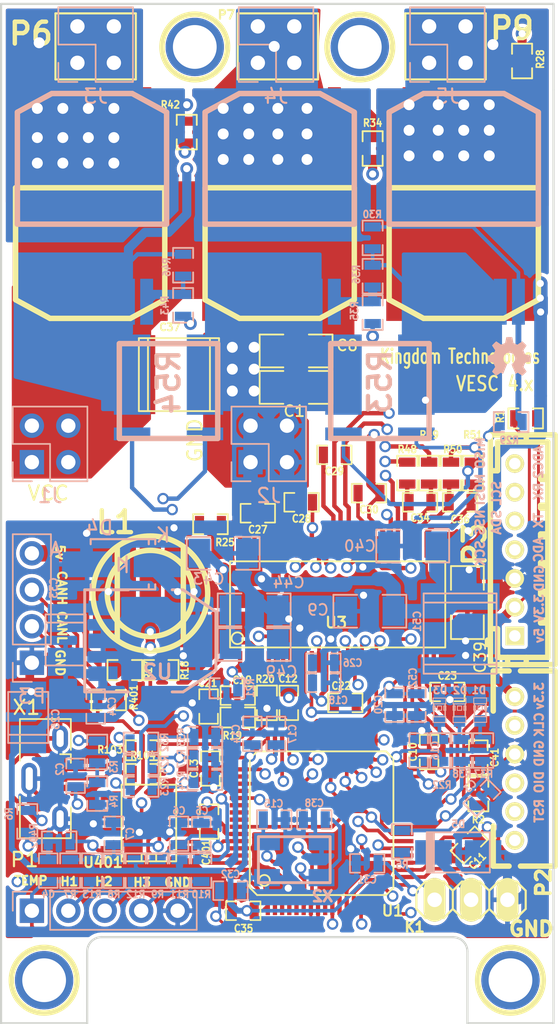
<source format=kicad_pcb>
(kicad_pcb (version 20171130) (host pcbnew "(5.1.2)-1")
  (title_block (title "BLDC Driver 4.6") (date "30 Aug 2014") (rev A) (company "Benjamin Vedder"))
  (layers (0 F.Cu signal) (1 GND signal) (2 GND2 signal) (31 B.Cu signal) (34 B.Paste user) (35 F.Paste user) (36 B.SilkS user) (37 F.SilkS user) (38 B.Mask user hide) (39 F.Mask user hide) (44 Edge.Cuts user))
  (net 0 "")
  (net 1 +5V)
  (net 2 GND)
  (net 3 NRST)
  (net 4 "Net-(C15-Pad1)")
  (net 5 "Net-(C16-Pad1)")
  (net 6 "Net-(C17-Pad1)")
  (net 7 "Net-(C18-Pad1)")
  (net 8 "Net-(C19-Pad2)")
  (net 9 "Net-(C20-Pad2)")
  (net 10 "Net-(C21-Pad2)")
  (net 11 "Net-(C22-Pad1)")
  (net 12 "Net-(C22-Pad2)")
  (net 13 "Net-(C23-Pad2)")
  (net 14 "Net-(C27-Pad1)")
  (net 15 "Net-(C27-Pad2)")
  (net 16 "Net-(C28-Pad2)")
  (net 17 "Net-(C29-Pad2)")
  (net 18 "Net-(C30-Pad2)")
  (net 19 "Net-(C34-Pad1)")
  (net 20 "Net-(C34-Pad2)")
  (net 21 "Net-(C36-Pad1)")
  (net 22 "Net-(C36-Pad2)")
  (net 23 "Net-(C38-Pad1)")
  (net 24 "Net-(D1-Pad1)")
  (net 25 "Net-(D2-Pad1)")
  (net 26 "Net-(K1-Pad1)")
  (net 27 "Net-(Q1-PadG)")
  (net 28 "Net-(Q2-PadG)")
  (net 29 "Net-(Q3-PadG)")
  (net 30 "Net-(Q4-PadG)")
  (net 31 "Net-(Q5-PadG)")
  (net 32 "Net-(Q6-PadG)")
  (net 33 "Net-(R17-Pad2)")
  (net 34 "Net-(R20-Pad1)")
  (net 35 "Net-(R21-Pad2)")
  (net 36 "Net-(R25-Pad2)")
  (net 37 "Net-(R6-Pad1)")
  (net 38 SWCLK)
  (net 39 SWDIO)
  (net 40 VCC)
  (net 41 V_SUPPLY)
  (net 42 /MCU/AN_IN)
  (net 43 /MCU/SERVO)
  (net 44 "/Mosfet driver/H1_VS")
  (net 45 "/Mosfet driver/H2_VS")
  (net 46 "/Mosfet driver/H3_VS")
  (net 47 "/Mosfet driver/H1_LOW")
  (net 48 "/Mosfet driver/H3_LOW")
  (net 49 /MCU/SENS1)
  (net 50 /MCU/SENS2)
  (net 51 "/Mosfet driver/M_H1")
  (net 52 "/Mosfet driver/M_L1")
  (net 53 /MCU/SENS3)
  (net 54 "/Mosfet driver/M_H2")
  (net 55 "/Mosfet driver/M_L2")
  (net 56 "/Mosfet driver/M_H3")
  (net 57 "/Mosfet driver/M_L3")
  (net 58 "/Mosfet driver/SH1_A")
  (net 59 "/Mosfet driver/SH1_B")
  (net 60 "/Mosfet driver/SH2_A")
  (net 61 "/Mosfet driver/SH2_B")
  (net 62 /MCU/BR_SO2)
  (net 63 /MCU/BR_SO1)
  (net 64 /MCU/DC_CAL)
  (net 65 /MCU/L3)
  (net 66 /MCU/L2)
  (net 67 /MCU/L1)
  (net 68 /MCU/EN_GATE)
  (net 69 /MCU/FAULT)
  (net 70 /MCU/H3)
  (net 71 /MCU/H2)
  (net 72 /MCU/H1)
  (net 73 /MCU/USB_DM)
  (net 74 /MCU/USB_DP)
  (net 75 /Filters/TEMP_IN)
  (net 76 /Filters/HALL3_OUT)
  (net 77 /Filters/HALL2_OUT)
  (net 78 /Filters/HALL1_OUT)
  (net 79 "Net-(D3-Pad1)")
  (net 80 /Filters/HALL1_IN)
  (net 81 /Filters/HALL2_IN)
  (net 82 /Filters/HALL3_IN)
  (net 83 "/CAN bus transceiver/CANL")
  (net 84 "/CAN bus transceiver/CANH")
  (net 85 /MCU/LED_GREEN)
  (net 86 /MCU/LED_RED)
  (net 87 "Net-(R103-Pad2)")
  (net 88 "Net-(R104-Pad2)")
  (net 89 "Net-(R402-Pad1)")
  (net 90 "/CAN bus transceiver/CAN_RX")
  (net 91 "/CAN bus transceiver/CAN_TX")
  (net 92 /MCU/ADC_TEMP)
  (net 93 /MCU/SCK_ADC_EXT)
  (net 94 /MCU/RX_SCL_MOSI)
  (net 95 /MCU/MISO_ADC_EXT2)
  (net 96 "Net-(P2-Pad6)")
  (net 97 /MCU/TX_SDA_NSS)
  (net 98 "Net-(U1-Pad4)")
  (net 99 "Net-(U1-Pad2)")
  (net 100 "Net-(U1-Pad3)")
  (net 101 "Net-(U1-Pad39)")
  (net 102 "Net-(U1-Pad40)")
  (net 103 "Net-(U1-Pad50)")
  (net 104 "Net-(U1-Pad54)")
  (net 105 "Net-(U1-Pad55)")
  (net 106 "Net-(U1-Pad56)")
  (net 107 "Net-(U1-Pad9)")
  (net 108 "Net-(U1-Pad11)")
  (net 109 "Net-(U1-Pad28)")
  (net 110 "Net-(U3-Pad4)")
  (net 111 "Net-(U3-Pad5)")
  (net 112 "Net-(U3-Pad55)")
  (net 113 "Net-(U3-Pad56)")
  (net 114 "Net-(U401-Pad5)")
  (net 115 "Net-(X1-Pad4)")
  (module Connector_USB:USB_Micro-B_Molex-105133-0001 (layer F.Cu) (at 81.5385 127.9585 270)
    (fp_text reference X1 (at -4.959 1.2745) (layer F.SilkS))
    (fp_text value USB_Micro-B_Molex-105133-0001)
    (pad 6 thru_hole oval (at 0 1.075 270) (size 2.2 1.1) (drill oval 1.6 0.5) (layers *.Cu *.Mask) (net 2 GND))
    (pad 6 thru_hole oval (at 2.8 -1.075 270) (size 1.8 1.1) (drill oval 1.2 0.5) (layers *.Cu *.Mask) (net 2 GND))
    (pad 6 thru_hole oval (at -2.8 -1.075 270) (size 1.8 1.1) (drill oval 1.2 0.5) (layers *.Cu *.Mask) (net 2 GND))
    (pad 1 smd rect (at -1.3 -0.825 270) (size 0.45 1.5) (layers F.Cu F.Paste F.Mask) (net 37 "Net-(R6-Pad1)"))
    (pad 5 smd rect (at 1.3 -0.825 270) (size 0.45 1.5) (layers F.Cu F.Paste F.Mask) (net 2 GND))
    (pad 2 smd rect (at -0.65 -0.825 270) (size 0.45 1.5) (layers F.Cu F.Paste F.Mask) (net 87 "Net-(R103-Pad2)"))
    (pad 4 smd rect (at 0.65 -0.825 270) (size 0.45 1.5) (layers F.Cu F.Paste F.Mask) (net 115 "Net-(X1-Pad4)"))
    (pad 3 smd rect (at 0 -0.825 270) (size 0.45 1.5) (layers F.Cu F.Paste F.Mask) (net 88 "Net-(R104-Pad2)"))
  )
  (module Connector_PinHeader_2.54mm:PinHeader_1x05_P2.54mm_Vertical (layer B.Cu) (at 80.645 137.16 270)
    (fp_text reference P1 (at -3.556 0.508) (layer F.SilkS))
    (fp_text value PinHeader_1x05_P2.54mm_Vertical)
    (pad 5 thru_hole oval (at 0 -10.16 270) (size 1.7 1.7) (drill 1) (layers *.Cu *.Mask) (net 2 GND))
    (pad 4 thru_hole oval (at 0 -7.62 270) (size 1.7 1.7) (drill 1) (layers *.Cu *.Mask) (net 82 /Filters/HALL3_IN))
    (pad 3 thru_hole oval (at 0 -5.08 270) (size 1.7 1.7) (drill 1) (layers *.Cu *.Mask) (net 81 /Filters/HALL2_IN))
    (pad 2 thru_hole oval (at 0 -2.54 270) (size 1.7 1.7) (drill 1) (layers *.Cu *.Mask) (net 80 /Filters/HALL1_IN))
    (pad 1 thru_hole rect (at 0 0 270) (size 1.7 1.7) (drill 1) (layers *.Cu *.Mask) (net 75 /Filters/TEMP_IN))
  )
  (module Connector_PinHeader_2.54mm:PinHeader_1x04_P2.54mm_Vertical (layer B.Cu) (at 80.645 119.888)
    (fp_text reference P3 (at 0 2.33) (layer B.SilkS) (effects (justify mirror)))
    (fp_text value PinHeader_1x04_P2.54mm_Vertical)
    (pad 1 thru_hole rect (at 0 0) (size 1.7 1.7) (drill 1) (layers *.Cu *.Mask) (net 2 GND))
    (pad 2 thru_hole oval (at 0 -2.54) (size 1.7 1.7) (drill 1) (layers *.Cu *.Mask) (net 83 "/CAN bus transceiver/CANL"))
    (pad 3 thru_hole oval (at 0 -5.08) (size 1.7 1.7) (drill 1) (layers *.Cu *.Mask) (net 84 "/CAN bus transceiver/CANH"))
    (pad 4 thru_hole oval (at 0 -7.62) (size 1.7 1.7) (drill 1) (layers *.Cu *.Mask) (net 1 +5V))
  )
  (module Connector_PinHeader_2.54mm:PinHeader_2x02_P2.54mm_Vertical (layer B.Cu) (at 80.645 105.918)
    (fp_text reference J1 (at 1.27 2.33) (layer B.SilkS) (effects (justify mirror)))
    (fp_text value VCC_IN)
    (pad 1 thru_hole rect (at 0 0) (size 1.7 1.7) (drill 1) (layers *.Cu *.Mask) (net 41 V_SUPPLY))
    (pad 2 thru_hole oval (at 2.54 0) (size 1.7 1.7) (drill 1) (layers *.Cu *.Mask) (net 41 V_SUPPLY))
    (pad 3 thru_hole oval (at 0 -2.54) (size 1.7 1.7) (drill 1) (layers *.Cu *.Mask) (net 41 V_SUPPLY))
    (pad 4 thru_hole oval (at 2.54 -2.54) (size 1.7 1.7) (drill 1) (layers *.Cu *.Mask) (net 41 V_SUPPLY))
  )
  (module Connector_PinHeader_2.54mm:PinHeader_2x02_P2.54mm_Vertical (layer B.Cu) (at 95.885 105.918)
    (fp_text reference J2 (at 1.27 2.33) (layer B.SilkS) (effects (justify mirror)))
    (fp_text value GND_IN)
    (pad 1 thru_hole rect (at 0 0) (size 1.7 1.7) (drill 1) (layers *.Cu *.Mask) (net 2 GND))
    (pad 2 thru_hole oval (at 2.54 0) (size 1.7 1.7) (drill 1) (layers *.Cu *.Mask) (net 2 GND))
    (pad 3 thru_hole oval (at 0 -2.54) (size 1.7 1.7) (drill 1) (layers *.Cu *.Mask) (net 2 GND))
    (pad 4 thru_hole oval (at 2.54 -2.54) (size 1.7 1.7) (drill 1) (layers *.Cu *.Mask) (net 2 GND))
  )
  (module Connector_PinHeader_2.54mm:PinHeader_2x02_P2.54mm_Vertical (layer B.Cu) (at 108.331 78.105)
    (fp_text reference J5 (at 1.27 2.33) (layer B.SilkS) (effects (justify mirror)))
    (fp_text value PinHeader_2x02_P2.54mm_Vertical)
    (pad 1 thru_hole rect (at 0 0) (size 1.7 1.7) (drill 1) (layers *.Cu *.Mask) (net 44 "/Mosfet driver/H1_VS"))
    (pad 2 thru_hole oval (at 2.54 0) (size 1.7 1.7) (drill 1) (layers *.Cu *.Mask) (net 44 "/Mosfet driver/H1_VS"))
    (pad 3 thru_hole oval (at 0 -2.54) (size 1.7 1.7) (drill 1) (layers *.Cu *.Mask) (net 44 "/Mosfet driver/H1_VS"))
    (pad 4 thru_hole oval (at 2.54 -2.54) (size 1.7 1.7) (drill 1) (layers *.Cu *.Mask) (net 44 "/Mosfet driver/H1_VS"))
  )
  (module Connector_PinHeader_2.54mm:PinHeader_2x02_P2.54mm_Vertical (layer B.Cu) (at 83.82 78.105)
    (fp_text reference J3 (at 1.27 2.33) (layer B.SilkS) (effects (justify mirror)))
    (fp_text value PinHeader_2x02_P2.54mm_Vertical)
    (pad 1 thru_hole rect (at 0 0) (size 1.7 1.7) (drill 1) (layers *.Cu *.Mask) (net 46 "/Mosfet driver/H3_VS"))
    (pad 2 thru_hole oval (at 2.54 0) (size 1.7 1.7) (drill 1) (layers *.Cu *.Mask) (net 46 "/Mosfet driver/H3_VS"))
    (pad 3 thru_hole oval (at 0 -2.54) (size 1.7 1.7) (drill 1) (layers *.Cu *.Mask) (net 46 "/Mosfet driver/H3_VS"))
    (pad 4 thru_hole oval (at 2.54 -2.54) (size 1.7 1.7) (drill 1) (layers *.Cu *.Mask) (net 46 "/Mosfet driver/H3_VS"))
  )
  (module Connector_PinHeader_2.54mm:PinHeader_2x02_P2.54mm_Vertical (layer B.Cu) (at 96.393 78.105)
    (fp_text reference J4 (at 1.27 2.33) (layer B.SilkS) (effects (justify mirror)))
    (fp_text value PinHeader_2x02_P2.54mm_Vertical)
    (pad 4 thru_hole oval (at 2.54 -2.54) (size 1.7 1.7) (drill 1) (layers *.Cu *.Mask) (net 45 "/Mosfet driver/H2_VS"))
    (pad 3 thru_hole oval (at 0 -2.54) (size 1.7 1.7) (drill 1) (layers *.Cu *.Mask) (net 45 "/Mosfet driver/H2_VS"))
    (pad 2 thru_hole oval (at 2.54 0) (size 1.7 1.7) (drill 1) (layers *.Cu *.Mask) (net 45 "/Mosfet driver/H2_VS"))
    (pad 1 thru_hole rect (at 0 0) (size 1.7 1.7) (drill 1) (layers *.Cu *.Mask) (net 45 "/Mosfet driver/H2_VS"))
  )
  (module Diodes_SMD:SMA_Handsoldering (layer B.Cu) (at 86.995 113.03 180)
    (fp_text reference D4 (at 1.651 2.54 180) (layer B.SilkS) (effects (justify mirror)))
    (fp_text value DIODESCH)
    (fp_text user K (at -2.794 2.032 180) (layer B.SilkS) (effects (justify mirror)))
    (fp_text user A (at 4.699 1.016 180) (layer B.SilkS) (effects (justify mirror)))
    (pad 2 smd rect (at -2.49936 0 180) (size 3.50012 1.80086) (layers B.Cu B.Paste B.Mask) (net 14 "Net-(C27-Pad1)"))
    (pad 1 smd rect (at 2.49936 0 180) (size 3.50012 1.80086) (layers B.Cu B.Paste B.Mask) (net 2 GND))
  )
  (module CRF1:MICRO_JST_6 (layer F.Cu) (at 114.3 127.254 270)
    (fp_text reference P2 (at 7.946 -2 90) (layer F.SilkS) (effects (font (thickness 0.25))))
    (fp_text value SWD hide)
    (pad 3 thru_hole circle (at -1.00076 0 270) (size 1.30048 1.30048) (drill 0.8) (layers *.Cu *.Mask F.SilkS) (net 2 GND))
    (pad 4 thru_hole circle (at 1.00076 0 270) (size 1.30048 1.30048) (drill 0.8) (layers *.Cu *.Mask F.SilkS) (net 39 SWDIO))
    (pad 5 thru_hole circle (at 2.99974 0 270) (size 1.30048 1.30048) (drill 0.8) (layers *.Cu *.Mask F.SilkS) (net 3 NRST))
    (pad 6 thru_hole circle (at 5.00126 0 270) (size 1.30048 1.30048) (drill 0.8) (layers *.Cu *.Mask F.SilkS) (net 96 "Net-(P2-Pad6)"))
    (pad 2 thru_hole circle (at -2.99974 0 270) (size 1.30048 1.30048) (drill 0.8) (layers *.Cu *.Mask F.SilkS) (net 38 SWCLK))
    (pad 1 thru_hole circle (at -5.00126 0 270) (size 1.30048 1.30048) (drill 0.8) (layers *.Cu *.Mask F.SilkS) (net 40 VCC))
  )
  (module CRF1:WSLP2726 (layer B.Cu) (at 104.902 102.87)
    (fp_text reference R53 (at 0 -2.54 270) (layer B.SilkS) (effects (font (size 1.524 1.524) (thickness 0.3048)) (justify mirror)))
    (fp_text value SHUNT hide)
    (pad 1 smd rect (at -2.54 -3.048) (size 2.54 5.588) (layers B.Cu B.Paste B.Mask) (net 2 GND))
    (pad 2 smd rect (at 2.54 -3.048) (size 2.54 5.588) (layers B.Cu B.Paste B.Mask) (net 47 "/Mosfet driver/H1_LOW"))
    (pad 3 smd rect (at -2.54 1.0795) (size 2.54 0.889) (layers B.Cu B.Paste B.Mask) (net 61 "/Mosfet driver/SH2_B"))
    (pad 4 smd rect (at 2.54 1.0795) (size 2.54 0.889) (layers B.Cu B.Paste B.Mask) (net 60 "/Mosfet driver/SH2_A"))
  )
  (module CRF1:WSLP2726 (layer B.Cu) (at 90.17 102.87)
    (fp_text reference R54 (at 0 -2.54 270) (layer B.SilkS) (effects (font (size 1.524 1.524) (thickness 0.3048)) (justify mirror)))
    (fp_text value SHUNT hide)
    (pad 1 smd rect (at -2.54 -3.048) (size 2.54 5.588) (layers B.Cu B.Paste B.Mask) (net 48 "/Mosfet driver/H3_LOW"))
    (pad 2 smd rect (at 2.54 -3.048) (size 2.54 5.588) (layers B.Cu B.Paste B.Mask) (net 2 GND))
    (pad 3 smd rect (at -2.54 1.0795) (size 2.54 0.889) (layers B.Cu B.Paste B.Mask) (net 58 "/Mosfet driver/SH1_A"))
    (pad 4 smd rect (at 2.54 1.0795) (size 2.54 0.889) (layers B.Cu B.Paste B.Mask) (net 59 "/Mosfet driver/SH1_B"))
  )
  (module w_smd_diode:do214ac (layer B.Cu) (at 110.363 133.096 180)
    (fp_text reference D5 (at 0 1.9685 180) (layer B.SilkS) (effects (font (size 0.50038 0.50038) (thickness 0.11938)) (justify mirror)))
    (fp_text value "TVS 5V" hide)
    (pad 2 smd rect (at 1.72974 0 180) (size 2.54 1.69926) (layers B.Cu B.Paste B.Mask) (net 1 +5V))
    (pad 1 smd rect (at -1.72974 0 180) (size 2.54 1.69926) (layers B.Cu B.Paste B.Mask) (net 2 GND))
  )
  (module CRF1:D2PAK-7-GDS (layer F.Cu) (at 84.709 86.106 180)
    (fp_text reference Q5 hide)
    (fp_text value IRFS7530 hide)
    (pad D smd rect (at 0 -5.90042 180) (size 10.80008 8.15086) (layers F.Cu F.Paste F.Mask) (net 41 V_SUPPLY))
    (pad G smd rect (at -3.81 4.70154 180) (size 0.89916 3.2004) (layers F.Cu F.Paste F.Mask) (net 31 "Net-(Q5-PadG)"))
    (pad S smd rect (at -2.54 4.70154 180) (size 0.89916 3.2004) (layers F.Cu F.Paste F.Mask) (net 46 "/Mosfet driver/H3_VS"))
    (pad S smd rect (at -1.27 4.70154 180) (size 0.89916 3.2004) (layers F.Cu F.Paste F.Mask) (net 46 "/Mosfet driver/H3_VS"))
    (pad S smd rect (at 1.27 4.70154 180) (size 0.89916 3.2004) (layers F.Cu F.Paste F.Mask) (net 46 "/Mosfet driver/H3_VS"))
    (pad S smd rect (at 2.54 4.70154 180) (size 0.89916 3.2004) (layers F.Cu F.Paste F.Mask) (net 46 "/Mosfet driver/H3_VS"))
    (pad S smd rect (at 3.81 4.70154 180) (size 0.89916 3.2004) (layers F.Cu F.Paste F.Mask) (net 46 "/Mosfet driver/H3_VS"))
  )
  (module CRF1:Crystal_5x3mm (layer B.Cu) (at 98.933 133.604)
    (fp_text reference X2 (at 1.967 2.546) (layer B.SilkS) (effects (font (size 0.762 0.762) (thickness 0.1905)) (justify mirror)))
    (fp_text value "8MHz 10ppm" hide)
    (pad 3 smd rect (at -1.89992 1.24968) (size 1.80086 1.19888) (layers B.Cu B.Paste B.Mask) (net 2 GND))
    (pad 1 smd rect (at -1.89992 -1.24968) (size 1.80086 1.19888) (layers B.Cu B.Paste B.Mask) (net 4 "Net-(C15-Pad1)"))
    (pad 3 smd rect (at 1.89992 -1.24968) (size 1.80086 1.19888) (layers B.Cu B.Paste B.Mask) (net 2 GND))
    (pad 2 smd rect (at 1.89992 1.24968) (size 1.80086 1.19888) (layers B.Cu B.Paste B.Mask) (net 23 "Net-(C38-Pad1)"))
  )
  (module CRF1:pinhead-1X03 (layer F.Cu) (at 111.252 136.398)
    (fp_text reference K1 (at -3.937 1.905) (layer F.SilkS) (effects (font (size 0.7 0.7) (thickness 0.175))))
    (fp_text value SERVO hide)
    (pad 1 thru_hole oval (at -2.54 0) (size 1.524 3.048) (drill 1.016) (layers *.Cu *.Mask F.SilkS) (net 26 "Net-(K1-Pad1)"))
    (pad 2 thru_hole oval (at 0 0) (size 1.524 3.048) (drill 1.016) (layers *.Cu *.Mask F.SilkS) (net 1 +5V))
    (pad 3 thru_hole oval (at 2.54 0) (size 1.524 3.048) (drill 1.016) (layers *.Cu *.Mask F.SilkS) (net 2 GND))
  )
  (module 1pin (layer F.Cu) (at 92 77)
    (fp_text reference 1PIN hide)
    (fp_text value P*** hide)
    (pad 1 thru_hole circle (at 0 0) (size 4.064 4.064) (drill 3.048) (layers *.Cu *.Mask) (thermal_gap 0.762))
  )
  (module 1pin (layer F.Cu) (at 103.5 77)
    (fp_text reference 1PIN hide)
    (fp_text value P*** hide)
    (pad 1 thru_hole circle (at 0 0) (size 4.064 4.064) (drill 3.048) (layers *.Cu *.Mask))
  )
  (module oshw_silkscreen-back_3mm (layer B.Cu) (at 113.919 98.552)
    (fp_text reference G*** hide)
    (fp_text value oshw_silkscreen-back_3mm hide)
  )
  (module w_smd_cap:c_tant_B (layer B.Cu) (at 80.391 123.698 270)
    (fp_text reference C25 (at 0.127 -1.905 270) (layer B.SilkS) (effects (font (size 0.50038 0.50038) (thickness 0.11938)) (justify mirror)))
    (fp_text value 100u hide)
    (pad 1 smd rect (at 1.524 0 270) (size 1.95072 2.49936) (layers B.Cu B.Paste B.Mask) (net 40 VCC))
    (pad 2 smd rect (at -1.524 0 270) (size 1.95072 2.49936) (layers B.Cu B.Paste B.Mask) (net 2 GND))
  )
  (module w_smd_cap:c_tant_B (layer B.Cu) (at 83 118.3 90)
    (fp_text reference C33 (at 3.619 -0.831 90) (layer B.SilkS) (effects (font (size 0.50038 0.50038) (thickness 0.11938)) (justify mirror)))
    (fp_text value 100u hide)
    (pad 1 smd rect (at 1.524 0 90) (size 1.95072 2.49936) (layers B.Cu B.Paste B.Mask) (net 1 +5V))
    (pad 2 smd rect (at -1.524 0 90) (size 1.95072 2.49936) (layers B.Cu B.Paste B.Mask) (net 2 GND))
  )
  (module w_smd_cap:c_2220 (layer F.Cu) (at 90.89644 99.822)
    (fp_text reference C37 (at -0.635 -3.302) (layer F.SilkS) (effects (font (size 0.50038 0.50038) (thickness 0.11938))))
    (fp_text value 15u,100V hide)
    (pad 1 smd rect (at 2.57556 0) (size 1.84912 5.4991) (layers F.Cu F.Paste F.Mask) (net 2 GND))
    (pad 2 smd rect (at -2.57556 0) (size 1.84912 5.4991) (layers F.Cu F.Paste F.Mask) (net 41 V_SUPPLY))
  )
  (module w_smd_cap:c_2220 (layer B.Cu) (at 110.49 117.856 270)
    (fp_text reference C51 (at -0.856 2.99 270) (layer B.SilkS) (effects (font (size 0.50038 0.50038) (thickness 0.11938)) (justify mirror)))
    (fp_text value "15u, 100v" hide)
    (pad 1 smd rect (at 2.57556 0 270) (size 1.84912 5.4991) (layers B.Cu B.Paste B.Mask) (net 2 GND))
    (pad 2 smd rect (at -2.57556 0 270) (size 1.84912 5.4991) (layers B.Cu B.Paste B.Mask) (net 41 V_SUPPLY))
  )
  (module LEDs:LED-0603 (layer B.Cu) (at 111.887 123.19 90)
    (fp_text reference D1 (at 1.39 -0.087 180) (layer B.SilkS) (effects (font (size 0.508 0.508) (thickness 0.127)) (justify mirror)))
    (fp_text value GREEN hide)
    (pad 1 smd rect (at -0.7493 0 90) (size 0.79756 0.79756) (layers B.Cu B.Paste B.Mask) (net 24 "Net-(D1-Pad1)"))
    (pad 2 smd rect (at 0.7493 0 90) (size 0.79756 0.79756) (layers B.Cu B.Paste B.Mask) (net 2 GND))
  )
  (module LEDs:LED-0603 (layer B.Cu) (at 110.45 123.2 90)
    (fp_text reference D2 (at 1.39 0.037 180) (layer B.SilkS) (effects (font (size 0.508 0.508) (thickness 0.127)) (justify mirror)))
    (fp_text value RED hide)
    (pad 1 smd rect (at -0.7493 0 90) (size 0.79756 0.79756) (layers B.Cu B.Paste B.Mask) (net 25 "Net-(D2-Pad1)"))
    (pad 2 smd rect (at 0.7493 0 90) (size 0.79756 0.79756) (layers B.Cu B.Paste B.Mask) (net 2 GND))
  )
  (module LEDs:LED-0603 (layer B.Cu) (at 109.05 123.2 90)
    (fp_text reference D3 (at 1.4 0.05 180) (layer B.SilkS) (effects (font (size 0.508 0.508) (thickness 0.127)) (justify mirror)))
    (fp_text value LED hide)
    (pad 1 smd rect (at -0.7493 0 90) (size 0.79756 0.79756) (layers B.Cu B.Paste B.Mask) (net 79 "Net-(D3-Pad1)"))
    (pad 2 smd rect (at 0.7493 0 90) (size 0.79756 0.79756) (layers B.Cu B.Paste B.Mask) (net 2 GND))
  )
  (module w_smd_inductors:inductor_smd_8x5mm (layer F.Cu) (at 88.9 115.062 180)
    (fp_text reference L1 (at 2.4 4.962 180) (layer F.SilkS) (effects (font (size 1.524 1.524) (thickness 0.3048))))
    (fp_text value 22u hide)
    (pad 1 smd rect (at -2.49936 0 180) (size 2.9972 7.49808) (layers F.Cu F.Paste F.Mask) (net 14 "Net-(C27-Pad1)"))
    (pad 2 smd rect (at 2.49936 0 180) (size 2.9972 7.49808) (layers F.Cu F.Paste F.Mask) (net 1 +5V))
  )
  (module CRF1:1PAD_4x5mm (layer F.Cu) (at 85.09 76.962 90)
    (fp_text reference P6 (at 0.889 -4.5085) (layer F.SilkS) (effects (font (size 1.524 1.524) (thickness 0.3048))))
    (fp_text value MOTOR1 hide)
    (pad 1 smd rect (at 0 0 90) (size 4 5) (layers F.Cu F.Paste F.Mask) (net 46 "/Mosfet driver/H3_VS"))
  )
  (module CRF1:1PAD_4x5mm (layer F.Cu) (at 97.79 76.962 90)
    (fp_text reference P7 (at 2.204 -3.59 180) (layer F.SilkS) (effects (font (size 0.6 0.6))))
    (fp_text value MOTOR2 hide)
    (pad 1 smd rect (at 0 0 90) (size 4 5) (layers F.Cu F.Paste F.Mask) (net 45 "/Mosfet driver/H2_VS"))
  )
  (module CRF1:1PAD_4x5mm (layer F.Cu) (at 109.474 76.962 90)
    (fp_text reference P9 (at 1.27 4.6355) (layer F.SilkS) (effects (font (size 1.524 1.524) (thickness 0.3048))))
    (fp_text value MOTOR3 hide)
    (pad 1 smd rect (at 0 0 90) (size 4 5) (layers F.Cu F.Paste F.Mask) (net 44 "/Mosfet driver/H1_VS"))
  )
  (module CRF1:D2PAK-7-GDS (layer F.Cu) (at 110.744 86.106 180)
    (fp_text reference Q1 hide)
    (fp_text value IRFS7530 hide)
    (pad D smd rect (at 0 -5.90042 180) (size 10.80008 8.15086) (layers F.Cu F.Paste F.Mask) (net 41 V_SUPPLY))
    (pad G smd rect (at -3.81 4.70154 180) (size 0.89916 3.2004) (layers F.Cu F.Paste F.Mask) (net 27 "Net-(Q1-PadG)"))
    (pad S smd rect (at -2.54 4.70154 180) (size 0.89916 3.2004) (layers F.Cu F.Paste F.Mask) (net 44 "/Mosfet driver/H1_VS"))
    (pad S smd rect (at -1.27 4.70154 180) (size 0.89916 3.2004) (layers F.Cu F.Paste F.Mask) (net 44 "/Mosfet driver/H1_VS"))
    (pad S smd rect (at 1.27 4.70154 180) (size 0.89916 3.2004) (layers F.Cu F.Paste F.Mask) (net 44 "/Mosfet driver/H1_VS"))
    (pad S smd rect (at 2.54 4.70154 180) (size 0.89916 3.2004) (layers F.Cu F.Paste F.Mask) (net 44 "/Mosfet driver/H1_VS"))
    (pad S smd rect (at 3.81 4.70154 180) (size 0.89916 3.2004) (layers F.Cu F.Paste F.Mask) (net 44 "/Mosfet driver/H1_VS"))
  )
  (module CRF1:D2PAK-7-GDS (layer B.Cu) (at 110.744 90.043 180)
    (fp_text reference Q2 hide)
    (fp_text value IRFS7530 hide)
    (pad D smd rect (at 0 5.90042 180) (size 10.80008 8.15086) (layers B.Cu B.Paste B.Mask) (net 44 "/Mosfet driver/H1_VS"))
    (pad G smd rect (at -3.81 -4.70154 180) (size 0.89916 3.2004) (layers B.Cu B.Paste B.Mask) (net 28 "Net-(Q2-PadG)"))
    (pad S smd rect (at -2.54 -4.70154 180) (size 0.89916 3.2004) (layers B.Cu B.Paste B.Mask) (net 47 "/Mosfet driver/H1_LOW"))
    (pad S smd rect (at -1.27 -4.70154 180) (size 0.89916 3.2004) (layers B.Cu B.Paste B.Mask) (net 47 "/Mosfet driver/H1_LOW"))
    (pad S smd rect (at 1.27 -4.70154 180) (size 0.89916 3.2004) (layers B.Cu B.Paste B.Mask) (net 47 "/Mosfet driver/H1_LOW"))
    (pad S smd rect (at 2.54 -4.70154 180) (size 0.89916 3.2004) (layers B.Cu B.Paste B.Mask) (net 47 "/Mosfet driver/H1_LOW"))
    (pad S smd rect (at 3.81 -4.70154 180) (size 0.89916 3.2004) (layers B.Cu B.Paste B.Mask) (net 47 "/Mosfet driver/H1_LOW"))
  )
  (module CRF1:D2PAK-7-GDS (layer F.Cu) (at 97.917 86.106 180)
    (fp_text reference Q3 hide)
    (fp_text value IRFS7530 hide)
    (pad D smd rect (at 0 -5.90042 180) (size 10.80008 8.15086) (layers F.Cu F.Paste F.Mask) (net 41 V_SUPPLY))
    (pad G smd rect (at -3.81 4.70154 180) (size 0.89916 3.2004) (layers F.Cu F.Paste F.Mask) (net 29 "Net-(Q3-PadG)"))
    (pad S smd rect (at -2.54 4.70154 180) (size 0.89916 3.2004) (layers F.Cu F.Paste F.Mask) (net 45 "/Mosfet driver/H2_VS"))
    (pad S smd rect (at -1.27 4.70154 180) (size 0.89916 3.2004) (layers F.Cu F.Paste F.Mask) (net 45 "/Mosfet driver/H2_VS"))
    (pad S smd rect (at 1.27 4.70154 180) (size 0.89916 3.2004) (layers F.Cu F.Paste F.Mask) (net 45 "/Mosfet driver/H2_VS"))
    (pad S smd rect (at 2.54 4.70154 180) (size 0.89916 3.2004) (layers F.Cu F.Paste F.Mask) (net 45 "/Mosfet driver/H2_VS"))
    (pad S smd rect (at 3.81 4.70154 180) (size 0.89916 3.2004) (layers F.Cu F.Paste F.Mask) (net 45 "/Mosfet driver/H2_VS"))
  )
  (module CRF1:D2PAK-7-GDS (layer B.Cu) (at 97.917 90.043 180)
    (fp_text reference Q4 hide)
    (fp_text value IRFS7530 hide)
    (pad D smd rect (at 0 5.90042 180) (size 10.80008 8.15086) (layers B.Cu B.Paste B.Mask) (net 45 "/Mosfet driver/H2_VS"))
    (pad G smd rect (at -3.81 -4.70154 180) (size 0.89916 3.2004) (layers B.Cu B.Paste B.Mask) (net 30 "Net-(Q4-PadG)"))
    (pad S smd rect (at -2.54 -4.70154 180) (size 0.89916 3.2004) (layers B.Cu B.Paste B.Mask) (net 2 GND))
    (pad S smd rect (at -1.27 -4.70154 180) (size 0.89916 3.2004) (layers B.Cu B.Paste B.Mask) (net 2 GND))
    (pad S smd rect (at 1.27 -4.70154 180) (size 0.89916 3.2004) (layers B.Cu B.Paste B.Mask) (net 2 GND))
    (pad S smd rect (at 2.54 -4.70154 180) (size 0.89916 3.2004) (layers B.Cu B.Paste B.Mask) (net 2 GND))
    (pad S smd rect (at 3.81 -4.70154 180) (size 0.89916 3.2004) (layers B.Cu B.Paste B.Mask) (net 2 GND))
  )
  (module CRF1:D2PAK-7-GDS (layer B.Cu) (at 84.836 90.043 180)
    (fp_text reference Q6 hide)
    (fp_text value IRFS7530 hide)
    (pad D smd rect (at 0 5.90042 180) (size 10.80008 8.15086) (layers B.Cu B.Paste B.Mask) (net 46 "/Mosfet driver/H3_VS"))
    (pad G smd rect (at -3.81 -4.70154 180) (size 0.89916 3.2004) (layers B.Cu B.Paste B.Mask) (net 32 "Net-(Q6-PadG)"))
    (pad S smd rect (at -2.54 -4.70154 180) (size 0.89916 3.2004) (layers B.Cu B.Paste B.Mask) (net 48 "/Mosfet driver/H3_LOW"))
    (pad S smd rect (at -1.27 -4.70154 180) (size 0.89916 3.2004) (layers B.Cu B.Paste B.Mask) (net 48 "/Mosfet driver/H3_LOW"))
    (pad S smd rect (at 1.27 -4.70154 180) (size 0.89916 3.2004) (layers B.Cu B.Paste B.Mask) (net 48 "/Mosfet driver/H3_LOW"))
    (pad S smd rect (at 2.54 -4.70154 180) (size 0.89916 3.2004) (layers B.Cu B.Paste B.Mask) (net 48 "/Mosfet driver/H3_LOW"))
    (pad S smd rect (at 3.81 -4.70154 180) (size 0.89916 3.2004) (layers B.Cu B.Paste B.Mask) (net 48 "/Mosfet driver/H3_LOW"))
  )
  (module CRF1:lqfp64_pad_mod (layer F.Cu) (at 100.838 131.064)
    (fp_text reference U1 (at 4.953 6.096) (layer F.SilkS) (effects (font (size 0.7493 0.7493) (thickness 0.14986))))
    (fp_text value STM32F40X_LQFP64 hide)
    (pad 4 smd rect (at -2.25044 5.75056) (size 0.3 1.30048) (layers F.Cu F.Paste F.Mask) (net 98 "Net-(U1-Pad4)"))
    (pad 5 smd rect (at -1.75006 5.75056) (size 0.3 1.30048) (layers F.Cu F.Paste F.Mask) (net 4 "Net-(C15-Pad1)"))
    (pad 6 smd rect (at -1.24968 5.75056) (size 0.3 1.30048) (layers F.Cu F.Paste F.Mask) (net 23 "Net-(C38-Pad1)"))
    (pad 7 smd rect (at -0.7493 5.75056) (size 0.3 1.30048) (layers F.Cu F.Paste F.Mask) (net 3 NRST))
    (pad 8 smd rect (at -0.24892 5.75056) (size 0.3 1.30048) (layers F.Cu F.Paste F.Mask) (net 75 /Filters/TEMP_IN))
    (pad 1 smd rect (at -3.74904 5.75056) (size 0.3 1.30048) (layers F.Cu F.Paste F.Mask) (net 40 VCC))
    (pad 2 smd rect (at -3.2512 5.75056) (size 0.3 1.30048) (layers F.Cu F.Paste F.Mask) (net 99 "Net-(U1-Pad2)"))
    (pad 3 smd rect (at -2.75082 5.75056) (size 0.3 1.30048) (layers F.Cu F.Paste F.Mask) (net 100 "Net-(U1-Pad3)"))
    (pad 17 smd rect (at 5.75056 3.74904) (size 1.30048 0.3) (layers F.Cu F.Paste F.Mask) (net 92 /MCU/ADC_TEMP))
    (pad 18 smd rect (at 5.75056 3.2512) (size 1.30048 0.3) (layers F.Cu F.Paste F.Mask) (net 2 GND))
    (pad 19 smd rect (at 5.75056 2.75082) (size 1.30048 0.3) (layers F.Cu F.Paste F.Mask) (net 40 VCC))
    (pad 20 smd rect (at 5.75056 2.25044) (size 1.30048 0.3) (layers F.Cu F.Paste F.Mask) (net 97 /MCU/TX_SDA_NSS))
    (pad 21 smd rect (at 5.75056 1.75006) (size 1.30048 0.3) (layers F.Cu F.Paste F.Mask) (net 93 /MCU/SCK_ADC_EXT))
    (pad 22 smd rect (at 5.75056 1.24968) (size 1.30048 0.3) (layers F.Cu F.Paste F.Mask) (net 95 /MCU/MISO_ADC_EXT2))
    (pad 23 smd rect (at 5.75056 0.7493) (size 1.30048 0.3) (layers F.Cu F.Paste F.Mask) (net 94 /MCU/RX_SCL_MOSI))
    (pad 24 smd rect (at 5.75056 0.24892) (size 1.30048 0.3) (layers F.Cu F.Paste F.Mask) (net 85 /MCU/LED_GREEN))
    (pad 33 smd rect (at 3.74904 -5.75056) (size 0.3 1.30048) (layers F.Cu F.Paste F.Mask) (net 64 /MCU/DC_CAL))
    (pad 34 smd rect (at 3.2512 -5.75056) (size 0.3 1.30048) (layers F.Cu F.Paste F.Mask) (net 65 /MCU/L3))
    (pad 35 smd rect (at 2.75082 -5.75056) (size 0.3 1.30048) (layers F.Cu F.Paste F.Mask) (net 66 /MCU/L2))
    (pad 36 smd rect (at 2.25044 -5.75056) (size 0.3 1.30048) (layers F.Cu F.Paste F.Mask) (net 67 /MCU/L1))
    (pad 37 smd rect (at 1.75006 -5.75056) (size 0.3 1.30048) (layers F.Cu F.Paste F.Mask) (net 97 /MCU/TX_SDA_NSS))
    (pad 38 smd rect (at 1.24968 -5.75056) (size 0.3 1.30048) (layers F.Cu F.Paste F.Mask) (net 94 /MCU/RX_SCL_MOSI))
    (pad 39 smd rect (at 0.7493 -5.75056) (size 0.3 1.30048) (layers F.Cu F.Paste F.Mask) (net 101 "Net-(U1-Pad39)"))
    (pad 40 smd rect (at 0.24892 -5.75056) (size 0.3 1.30048) (layers F.Cu F.Paste F.Mask) (net 102 "Net-(U1-Pad40)"))
    (pad 49 smd rect (at -5.75056 -3.74904) (size 1.30048 0.3) (layers F.Cu F.Paste F.Mask) (net 38 SWCLK))
    (pad 50 smd rect (at -5.75056 -3.2512) (size 1.30048 0.3) (layers F.Cu F.Paste F.Mask) (net 103 "Net-(U1-Pad50)"))
    (pad 51 smd rect (at -5.75056 -2.75082) (size 1.30048 0.3) (layers F.Cu F.Paste F.Mask) (net 68 /MCU/EN_GATE))
    (pad 52 smd rect (at -5.75056 -2.25044) (size 1.30048 0.3) (layers F.Cu F.Paste F.Mask) (net 76 /Filters/HALL3_OUT))
    (pad 53 smd rect (at -5.75056 -1.75006) (size 1.30048 0.3) (layers F.Cu F.Paste F.Mask) (net 69 /MCU/FAULT))
    (pad 54 smd rect (at -5.75056 -1.24968) (size 1.30048 0.3) (layers F.Cu F.Paste F.Mask) (net 104 "Net-(U1-Pad54)"))
    (pad 55 smd rect (at -5.75056 -0.7493) (size 1.30048 0.3) (layers F.Cu F.Paste F.Mask) (net 105 "Net-(U1-Pad55)"))
    (pad 56 smd rect (at -5.75056 -0.24892) (size 1.30048 0.3) (layers F.Cu F.Paste F.Mask) (net 106 "Net-(U1-Pad56)"))
    (pad 9 smd rect (at 0.24892 5.75056) (size 0.3 1.30048) (layers F.Cu F.Paste F.Mask) (net 107 "Net-(U1-Pad9)"))
    (pad 10 smd rect (at 0.7493 5.75056) (size 0.3 1.30048) (layers F.Cu F.Paste F.Mask) (net 42 /MCU/AN_IN))
    (pad 11 smd rect (at 1.24968 5.75056) (size 0.3 1.30048) (layers F.Cu F.Paste F.Mask) (net 108 "Net-(U1-Pad11)"))
    (pad 25 smd rect (at 5.75056 -0.24892) (size 1.30048 0.3) (layers F.Cu F.Paste F.Mask) (net 86 /MCU/LED_RED))
    (pad 26 smd rect (at 5.75056 -0.7493) (size 1.30048 0.3) (layers F.Cu F.Paste F.Mask) (net 62 /MCU/BR_SO2))
    (pad 27 smd rect (at 5.75056 -1.24968) (size 1.30048 0.3) (layers F.Cu F.Paste F.Mask) (net 63 /MCU/BR_SO1))
    (pad 41 smd rect (at -0.24892 -5.75056) (size 0.3 1.30048) (layers F.Cu F.Paste F.Mask) (net 70 /MCU/H3))
    (pad 42 smd rect (at -0.7493 -5.75056) (size 0.3 1.30048) (layers F.Cu F.Paste F.Mask) (net 71 /MCU/H2))
    (pad 43 smd rect (at -1.24968 -5.75056) (size 0.3 1.30048) (layers F.Cu F.Paste F.Mask) (net 72 /MCU/H1))
    (pad 57 smd rect (at -5.75056 0.24892) (size 1.30048 0.3) (layers F.Cu F.Paste F.Mask) (net 43 /MCU/SERVO))
    (pad 58 smd rect (at -5.75056 0.7493) (size 1.30048 0.3) (layers F.Cu F.Paste F.Mask) (net 78 /Filters/HALL1_OUT))
    (pad 59 smd rect (at -5.75056 1.24968) (size 1.30048 0.3) (layers F.Cu F.Paste F.Mask) (net 77 /Filters/HALL2_OUT))
    (pad 12 smd rect (at 1.75006 5.75056) (size 0.3 1.30048) (layers F.Cu F.Paste F.Mask) (net 2 GND))
    (pad 13 smd rect (at 2.25044 5.75056) (size 0.3 1.30048) (layers F.Cu F.Paste F.Mask) (net 40 VCC))
    (pad 14 smd rect (at 2.75082 5.75056) (size 0.3 1.30048) (layers F.Cu F.Paste F.Mask) (net 53 /MCU/SENS3))
    (pad 15 smd rect (at 3.2512 5.75056) (size 0.3 1.30048) (layers F.Cu F.Paste F.Mask) (net 50 /MCU/SENS2))
    (pad 16 smd rect (at 3.74904 5.75056) (size 0.3 1.30048) (layers F.Cu F.Paste F.Mask) (net 49 /MCU/SENS1))
    (pad 28 smd rect (at 5.75056 -1.75006) (size 1.30048 0.3) (layers F.Cu F.Paste F.Mask) (net 109 "Net-(U1-Pad28)"))
    (pad 29 smd rect (at 5.75056 -2.25044) (size 1.30048 0.3) (layers F.Cu F.Paste F.Mask) (net 94 /MCU/RX_SCL_MOSI))
    (pad 30 smd rect (at 5.75056 -2.75082) (size 1.30048 0.3) (layers F.Cu F.Paste F.Mask) (net 97 /MCU/TX_SDA_NSS))
    (pad 31 smd rect (at 5.75056 -3.2512) (size 1.30048 0.3) (layers F.Cu F.Paste F.Mask) (net 5 "Net-(C16-Pad1)"))
    (pad 32 smd rect (at 5.75056 -3.74904) (size 1.30048 0.3) (layers F.Cu F.Paste F.Mask) (net 40 VCC))
    (pad 44 smd rect (at -1.75006 -5.75056) (size 0.3 1.30048) (layers F.Cu F.Paste F.Mask) (net 73 /MCU/USB_DM))
    (pad 45 smd rect (at -2.25044 -5.75056) (size 0.3 1.30048) (layers F.Cu F.Paste F.Mask) (net 74 /MCU/USB_DP))
    (pad 46 smd rect (at -2.75082 -5.75056) (size 0.3 1.30048) (layers F.Cu F.Paste F.Mask) (net 39 SWDIO))
    (pad 47 smd rect (at -3.2512 -5.75056) (size 0.3 1.30048) (layers F.Cu F.Paste F.Mask) (net 6 "Net-(C17-Pad1)"))
    (pad 48 smd rect (at -3.74904 -5.75056) (size 0.3 1.30048) (layers F.Cu F.Paste F.Mask) (net 40 VCC))
    (pad 60 smd rect (at -5.75056 1.75006) (size 1.30048 0.3) (layers F.Cu F.Paste F.Mask) (net 2 GND))
    (pad 61 smd rect (at -5.75056 2.25044) (size 1.30048 0.3) (layers F.Cu F.Paste F.Mask) (net 90 "/CAN bus transceiver/CAN_RX"))
    (pad 62 smd rect (at -5.75056 2.75082) (size 1.30048 0.3) (layers F.Cu F.Paste F.Mask) (net 91 "/CAN bus transceiver/CAN_TX"))
    (pad 63 smd rect (at -5.75056 3.2512) (size 1.30048 0.3) (layers F.Cu F.Paste F.Mask) (net 2 GND))
    (pad 64 smd rect (at -5.75056 3.74904) (size 1.30048 0.3) (layers F.Cu F.Paste F.Mask) (net 40 VCC))
  )
  (module CRF1:TSSOP-56-PP (layer F.Cu) (at 101.854 115.824)
    (fp_text reference U3 (at 0 1.27) (layer F.SilkS) (effects (font (size 0.7493 0.7493) (thickness 0.14986))))
    (fp_text value DRV8302 hide)
    (pad 38 smd rect (at 2.30378 -4.0005) (size 0.29972 1.50114) (layers F.Cu F.Paste F.Mask) (net 18 "Net-(C30-Pad2)"))
    (pad 39 smd rect (at 1.8034 -4.0005) (size 0.29972 1.50114) (layers F.Cu F.Paste F.Mask) (net 2 GND))
    (pad 40 smd rect (at 1.30302 -4.0005) (size 0.29972 1.50114) (layers F.Cu F.Paste F.Mask) (net 55 "/Mosfet driver/M_L2"))
    (pad 41 smd rect (at 0.80264 -4.0005) (size 0.29972 1.50114) (layers F.Cu F.Paste F.Mask) (net 45 "/Mosfet driver/H2_VS"))
    (pad 42 smd rect (at 0.30226 -4.0005) (size 0.29972 1.50114) (layers F.Cu F.Paste F.Mask) (net 54 "/Mosfet driver/M_H2"))
    (pad 43 smd rect (at -0.19558 -4.0005) (size 0.29972 1.50114) (layers F.Cu F.Paste F.Mask) (net 17 "Net-(C29-Pad2)"))
    (pad 44 smd rect (at -0.69596 -4.0005) (size 0.29972 1.50114) (layers F.Cu F.Paste F.Mask) (net 47 "/Mosfet driver/H1_LOW"))
    (pad 45 smd rect (at -1.19634 -4.0005) (size 0.29972 1.50114) (layers F.Cu F.Paste F.Mask) (net 52 "/Mosfet driver/M_L1"))
    (pad 46 smd rect (at -1.69672 -4.0005) (size 0.29972 1.50114) (layers F.Cu F.Paste F.Mask) (net 44 "/Mosfet driver/H1_VS"))
    (pad 47 smd rect (at -2.1971 -4.0005) (size 0.29972 1.50114) (layers F.Cu F.Paste F.Mask) (net 51 "/Mosfet driver/M_H1"))
    (pad 48 smd rect (at -2.69748 -4.0005) (size 0.29972 1.50114) (layers F.Cu F.Paste F.Mask) (net 16 "Net-(C28-Pad2)"))
    (pad 29 smd rect (at 6.80212 -4.0005) (size 0.29972 1.50114) (layers F.Cu F.Paste F.Mask) (net 41 V_SUPPLY))
    (pad 30 smd rect (at 6.30428 -4.0005) (size 0.29972 1.50114) (layers F.Cu F.Paste F.Mask) (net 22 "Net-(C36-Pad2)"))
    (pad 31 smd rect (at 5.8039 -4.0005) (size 0.29972 1.50114) (layers F.Cu F.Paste F.Mask) (net 21 "Net-(C36-Pad1)"))
    (pad 17 smd rect (at 1.30302 4.0005) (size 0.29972 1.50114) (layers F.Cu F.Paste F.Mask) (net 72 /MCU/H1))
    (pad 33 smd rect (at 4.80314 -4.0005) (size 0.29972 1.50114) (layers F.Cu F.Paste F.Mask) (net 19 "Net-(C34-Pad1)"))
    (pad 34 smd rect (at 4.30276 -4.0005) (size 0.29972 1.50114) (layers F.Cu F.Paste F.Mask) (net 48 "/Mosfet driver/H3_LOW"))
    (pad 35 smd rect (at 3.80238 -4.0005) (size 0.29972 1.50114) (layers F.Cu F.Paste F.Mask) (net 57 "/Mosfet driver/M_L3"))
    (pad 36 smd rect (at 3.30454 -4.0005) (size 0.29972 1.50114) (layers F.Cu F.Paste F.Mask) (net 46 "/Mosfet driver/H3_VS"))
    (pad 37 smd rect (at 2.80416 -4.0005) (size 0.29972 1.50114) (layers F.Cu F.Paste F.Mask) (net 56 "/Mosfet driver/M_H3"))
    (pad 12 smd rect (at -1.19634 4.0005) (size 0.29972 1.50114) (layers F.Cu F.Paste F.Mask) (net 64 /MCU/DC_CAL))
    (pad 13 smd rect (at -0.69596 4.0005) (size 0.29972 1.50114) (layers F.Cu F.Paste F.Mask) (net 7 "Net-(C18-Pad1)"))
    (pad 14 smd rect (at -0.19558 4.0005) (size 0.29972 1.50114) (layers F.Cu F.Paste F.Mask) (net 11 "Net-(C22-Pad1)"))
    (pad 15 smd rect (at 0.30226 4.0005) (size 0.29972 1.50114) (layers F.Cu F.Paste F.Mask) (net 12 "Net-(C22-Pad2)"))
    (pad 16 smd rect (at 0.80264 4.0005) (size 0.29972 1.50114) (layers F.Cu F.Paste F.Mask) (net 68 /MCU/EN_GATE))
    (pad 32 smd rect (at 5.30352 -4.0005) (size 0.29972 1.50114) (layers F.Cu F.Paste F.Mask) (net 20 "Net-(C34-Pad2)"))
    (pad 18 smd rect (at 1.8034 4.0005) (size 0.29972 1.50114) (layers F.Cu F.Paste F.Mask) (net 67 /MCU/L1))
    (pad 19 smd rect (at 2.30378 4.0005) (size 0.29972 1.50114) (layers F.Cu F.Paste F.Mask) (net 71 /MCU/H2))
    (pad 20 smd rect (at 2.80416 4.0005) (size 0.29972 1.50114) (layers F.Cu F.Paste F.Mask) (net 66 /MCU/L2))
    (pad 21 smd rect (at 3.30454 4.0005) (size 0.29972 1.50114) (layers F.Cu F.Paste F.Mask) (net 70 /MCU/H3))
    (pad 22 smd rect (at 3.80238 4.0005) (size 0.29972 1.50114) (layers F.Cu F.Paste F.Mask) (net 65 /MCU/L3))
    (pad 23 smd rect (at 4.30276 4.0005) (size 0.29972 1.50114) (layers F.Cu F.Paste F.Mask) (net 9 "Net-(C20-Pad2)"))
    (pad 24 smd rect (at 4.80314 4.0005) (size 0.29972 1.50114) (layers F.Cu F.Paste F.Mask) (net 40 VCC))
    (pad 1 smd rect (at -6.69544 4.0005) (size 0.29972 1.50114) (layers F.Cu F.Paste F.Mask) (net 35 "Net-(R21-Pad2)"))
    (pad 2 smd rect (at -6.1976 4.0005) (size 0.29972 1.50114) (layers F.Cu F.Paste F.Mask) (net 8 "Net-(C19-Pad2)"))
    (pad 3 smd rect (at -5.69722 4.0005) (size 0.29972 1.50114) (layers F.Cu F.Paste F.Mask) (net 33 "Net-(R17-Pad2)"))
    (pad 4 smd rect (at -5.19684 4.0005) (size 0.29972 1.50114) (layers F.Cu F.Paste F.Mask) (net 110 "Net-(U3-Pad4)"))
    (pad 5 smd rect (at -4.69646 4.0005) (size 0.29972 1.50114) (layers F.Cu F.Paste F.Mask) (net 111 "Net-(U3-Pad5)"))
    (pad 6 smd rect (at -4.19608 4.0005) (size 0.29972 1.50114) (layers F.Cu F.Paste F.Mask) (net 69 /MCU/FAULT))
    (pad 7 smd rect (at -3.6957 4.0005) (size 0.29972 1.50114) (layers F.Cu F.Paste F.Mask) (net 34 "Net-(R20-Pad1)"))
    (pad 8 smd rect (at -3.19786 4.0005) (size 0.29972 1.50114) (layers F.Cu F.Paste F.Mask) (net 2 GND))
    (pad 9 smd rect (at -2.69748 4.0005) (size 0.29972 1.50114) (layers F.Cu F.Paste F.Mask) (net 40 VCC))
    (pad 10 smd rect (at -2.1971 4.0005) (size 0.29972 1.50114) (layers F.Cu F.Paste F.Mask) (net 2 GND))
    (pad 11 smd rect (at -1.69672 4.0005) (size 0.29972 1.50114) (layers F.Cu F.Paste F.Mask) (net 9 "Net-(C20-Pad2)"))
    (pad 25 smd rect (at 5.30352 4.0005) (size 0.29972 1.50114) (layers F.Cu F.Paste F.Mask) (net 63 /MCU/BR_SO1))
    (pad 26 smd rect (at 5.8039 4.0005) (size 0.29972 1.50114) (layers F.Cu F.Paste F.Mask) (net 62 /MCU/BR_SO2))
    (pad 27 smd rect (at 6.30428 4.0005) (size 0.29972 1.50114) (layers F.Cu F.Paste F.Mask) (net 13 "Net-(C23-Pad2)"))
    (pad 28 smd rect (at 6.80212 4.0005) (size 0.29972 1.50114) (layers F.Cu F.Paste F.Mask) (net 2 GND))
    (pad 49 smd rect (at -3.19786 -4.0005) (size 0.29972 1.50114) (layers F.Cu F.Paste F.Mask) (net 36 "Net-(R25-Pad2)"))
    (pad 50 smd rect (at -3.6957 -4.0005) (size 0.29972 1.50114) (layers F.Cu F.Paste F.Mask) (net 14 "Net-(C27-Pad1)"))
    (pad 51 smd rect (at -4.19608 -4.0005) (size 0.29972 1.50114) (layers F.Cu F.Paste F.Mask) (net 14 "Net-(C27-Pad1)"))
    (pad 52 smd rect (at -4.69646 -4.0005) (size 0.29972 1.50114) (layers F.Cu F.Paste F.Mask) (net 15 "Net-(C27-Pad2)"))
    (pad 53 smd rect (at -5.19684 -4.0005) (size 0.29972 1.50114) (layers F.Cu F.Paste F.Mask) (net 41 V_SUPPLY))
    (pad 54 smd rect (at -5.69722 -4.0005) (size 0.29972 1.50114) (layers F.Cu F.Paste F.Mask) (net 41 V_SUPPLY))
    (pad 55 smd rect (at -6.1976 -4.0005) (size 0.29972 1.50114) (layers F.Cu F.Paste F.Mask) (net 112 "Net-(U3-Pad55)"))
    (pad 56 smd rect (at -6.69544 -4.0005) (size 0.29972 1.50114) (layers F.Cu F.Paste F.Mask) (net 113 "Net-(U3-Pad56)"))
    (pad 57 smd rect (at 0 0) (size 7.00024 3.59918) (layers F.Cu F.Paste F.Mask) (net 2 GND))
  )
  (module Connect:1pin (layer F.Cu) (at 114 142)
    (fp_text reference 1PIN hide)
    (fp_text value P*** hide)
    (pad 1 thru_hole circle (at 0 0) (size 4.064 4.064) (drill 3.048) (layers *.Cu *.Mask))
  )
  (module Connect:1pin (layer F.Cu) (at 81.5 142)
    (fp_text reference 1PIN hide)
    (fp_text value P*** hide)
    (pad 1 thru_hole circle (at 0 0) (size 4.064 4.064) (drill 3.048) (layers *.Cu *.Mask))
  )
  (module CRF1:SMD-1206 (layer F.Cu) (at 99.06 100.711)
    (fp_text reference C1 (at -0.127 1.651) (layer F.SilkS) (effects (font (size 0.762 0.762) (thickness 0.127))))
    (fp_text value 10u,50V hide)
    (pad 1 smd rect (at -1.651 0) (size 1.524 2.032) (layers F.Cu F.Paste F.Mask) (net 2 GND))
    (pad 2 smd rect (at 1.651 0) (size 1.524 2.032) (layers F.Cu F.Paste F.Mask) (net 41 V_SUPPLY))
  )
  (module CRF1:SMD-1206 (layer F.Cu) (at 99.06 98.171)
    (fp_text reference C8 (at 3.556 -0.381) (layer F.SilkS) (effects (font (size 0.762 0.762) (thickness 0.127))))
    (fp_text value 10u,50V hide)
    (pad 1 smd rect (at -1.651 0) (size 1.524 2.032) (layers F.Cu F.Paste F.Mask) (net 2 GND))
    (pad 2 smd rect (at 1.651 0) (size 1.524 2.032) (layers F.Cu F.Paste F.Mask) (net 41 V_SUPPLY))
  )
  (module CRF1:SMD-1206 (layer B.Cu) (at 104.2 116.3)
    (fp_text reference C9 (at -3.616 -0.095) (layer B.SilkS) (effects (font (size 0.762 0.762) (thickness 0.127)) (justify mirror)))
    (fp_text value 10u,50V hide)
    (pad 1 smd rect (at -1.651 0) (size 1.524 2.032) (layers B.Cu B.Paste B.Mask) (net 2 GND))
    (pad 2 smd rect (at 1.651 0) (size 1.524 2.032) (layers B.Cu B.Paste B.Mask) (net 41 V_SUPPLY))
  )
  (module CRF1:SMD-1206 (layer F.Cu) (at 110.998 115.697 90)
    (fp_text reference C39 (at -3.81 0.889 90) (layer F.SilkS) (effects (font (size 0.762 0.762) (thickness 0.127))))
    (fp_text value 10u,50V hide)
    (pad 1 smd rect (at -1.651 0 90) (size 1.524 2.032) (layers F.Cu F.Paste F.Mask) (net 2 GND))
    (pad 2 smd rect (at 1.651 0 90) (size 1.524 2.032) (layers F.Cu F.Paste F.Mask) (net 41 V_SUPPLY))
  )
  (module CRF1:SMD-1206 (layer B.Cu) (at 107.188 111.76)
    (fp_text reference C40 (at -3.683 0) (layer B.SilkS) (effects (font (size 0.762 0.762) (thickness 0.127)) (justify mirror)))
    (fp_text value 10u,50V hide)
    (pad 1 smd rect (at -1.651 0) (size 1.524 2.032) (layers B.Cu B.Paste B.Mask) (net 2 GND))
    (pad 2 smd rect (at 1.651 0) (size 1.524 2.032) (layers B.Cu B.Paste B.Mask) (net 41 V_SUPPLY))
  )
  (module CRF1:SMD-1206 (layer B.Cu) (at 93.98 112.268)
    (fp_text reference C43 (at -1.016 1.778) (layer B.SilkS) (effects (font (size 0.762 0.762) (thickness 0.127)) (justify mirror)))
    (fp_text value 10u,50V hide)
    (pad 1 smd rect (at -1.651 0) (size 1.524 2.032) (layers B.Cu B.Paste B.Mask) (net 41 V_SUPPLY))
    (pad 2 smd rect (at 1.651 0) (size 1.524 2.032) (layers B.Cu B.Paste B.Mask) (net 2 GND))
  )
  (module CRF1:SMD-1206 (layer B.Cu) (at 96.139 116.205)
    (fp_text reference C44 (at 2.413 -1.905) (layer B.SilkS) (effects (font (size 0.762 0.762) (thickness 0.127)) (justify mirror)))
    (fp_text value 10u,50V hide)
    (pad 1 smd rect (at -1.651 0) (size 1.524 2.032) (layers B.Cu B.Paste B.Mask) (net 41 V_SUPPLY))
    (pad 2 smd rect (at 1.651 0) (size 1.524 2.032) (layers B.Cu B.Paste B.Mask) (net 2 GND))
  )
  (module CRF1:SMD-1206 (layer B.Cu) (at 96.139 118.618)
    (fp_text reference C49 (at 1.905 1.905) (layer B.SilkS) (effects (font (size 0.762 0.762) (thickness 0.127)) (justify mirror)))
    (fp_text value 10u,50V hide)
    (pad 1 smd rect (at -1.651 0) (size 1.524 2.032) (layers B.Cu B.Paste B.Mask) (net 41 V_SUPPLY))
    (pad 2 smd rect (at 1.651 0) (size 1.524 2.032) (layers B.Cu B.Paste B.Mask) (net 2 GND))
  )
  (module CRF1:SMD-0603_r (layer F.Cu) (at 115.062 102.87)
    (fp_text reference R1 (at -1.778 -0.127 90) (layer F.SilkS) (effects (font (size 0.50038 0.4572) (thickness 0.1143))))
    (fp_text value "NTC 10k" hide)
    (pad 1 smd rect (at -0.762 0) (size 0.635 1.143) (layers F.Cu F.Paste F.Mask) (net 40 VCC))
    (pad 2 smd rect (at 0.762 0) (size 0.635 1.143) (layers F.Cu F.Paste F.Mask) (net 92 /MCU/ADC_TEMP))
  )
  (module CRF1:SMD-0603_r (layer F.Cu) (at 111.76 129.032 90)
    (fp_text reference R2 (at -1.778 0 180) (layer F.SilkS) (effects (font (size 0.50038 0.4572) (thickness 0.1143))))
    (fp_text value 10k hide)
    (pad 1 smd rect (at -0.762 0 90) (size 0.635 1.143) (layers F.Cu F.Paste F.Mask) (net 92 /MCU/ADC_TEMP))
    (pad 2 smd rect (at 0.762 0 90) (size 0.635 1.143) (layers F.Cu F.Paste F.Mask) (net 2 GND))
  )
  (module CRF1:SMD-0603_r (layer B.Cu) (at 85.2 126.1 270)
    (fp_text reference R3 (at 1.027 -1.16 90) (layer B.SilkS) (effects (font (size 0.50038 0.4572) (thickness 0.1143)) (justify mirror)))
    (fp_text value 39k hide)
    (pad 1 smd rect (at -0.762 0 270) (size 0.635 1.143) (layers B.Cu B.Paste B.Mask) (net 41 V_SUPPLY))
    (pad 2 smd rect (at 0.762 0 270) (size 0.635 1.143) (layers B.Cu B.Paste B.Mask) (net 42 /MCU/AN_IN))
  )
  (module CRF1:SMD-0603_r (layer B.Cu) (at 85.2 129 90)
    (fp_text reference R4 (at -0.54 1.16 90) (layer B.SilkS) (effects (font (size 0.50038 0.4572) (thickness 0.1143)) (justify mirror)))
    (fp_text value 2k2 hide)
    (pad 1 smd rect (at -0.762 0 90) (size 0.635 1.143) (layers B.Cu B.Paste B.Mask) (net 2 GND))
    (pad 2 smd rect (at 0.762 0 90) (size 0.635 1.143) (layers B.Cu B.Paste B.Mask) (net 42 /MCU/AN_IN))
  )
  (module CRF1:SMD-0603_r (layer B.Cu) (at 106.426 132.334 270)
    (fp_text reference R5 (at 1.635 -0.024 180) (layer B.SilkS) (effects (font (size 0.50038 0.4572) (thickness 0.1143)) (justify mirror)))
    (fp_text value 2k2 hide)
    (pad 1 smd rect (at -0.762 0 270) (size 0.635 1.143) (layers B.Cu B.Paste B.Mask) (net 43 /MCU/SERVO))
    (pad 2 smd rect (at 0.762 0 270) (size 0.635 1.143) (layers B.Cu B.Paste B.Mask) (net 26 "Net-(K1-Pad1)"))
  )
  (module CRF1:SMD-0603_r (layer B.Cu) (at 80.3275 130.937 270)
    (fp_text reference R6 (at -0.522 1.284 270) (layer B.SilkS) (effects (font (size 0.50038 0.4572) (thickness 0.1143)) (justify mirror)))
    (fp_text value 0R hide)
    (pad 1 smd rect (at -0.762 0 270) (size 0.635 1.143) (layers B.Cu B.Paste B.Mask) (net 37 "Net-(R6-Pad1)"))
    (pad 2 smd rect (at 0.762 0 270) (size 0.635 1.143) (layers B.Cu B.Paste B.Mask) (net 1 +5V))
  )
  (module CRF1:SMD-0603_r (layer B.Cu) (at 83.312 134.366 90)
    (fp_text reference R7 (at -1.651 0) (layer B.SilkS) (effects (font (size 0.50038 0.4572) (thickness 0.1143)) (justify mirror)))
    (fp_text value 10k hide)
    (pad 1 smd rect (at -0.762 0 90) (size 0.635 1.143) (layers B.Cu B.Paste B.Mask) (net 75 /Filters/TEMP_IN))
    (pad 2 smd rect (at 0.762 0 90) (size 0.635 1.143) (layers B.Cu B.Paste B.Mask) (net 40 VCC))
  )
  (module CRF1:SMD-0603_r (layer B.Cu) (at 86.36 134.366 90)
    (fp_text reference R8 (at -1.651 0) (layer B.SilkS) (effects (font (size 0.50038 0.4572) (thickness 0.1143)) (justify mirror)))
    (fp_text value 10k hide)
    (pad 1 smd rect (at -0.762 0 90) (size 0.635 1.143) (layers B.Cu B.Paste B.Mask) (net 80 /Filters/HALL1_IN))
    (pad 2 smd rect (at 0.762 0 90) (size 0.635 1.143) (layers B.Cu B.Paste B.Mask) (net 78 /Filters/HALL1_OUT))
  )
  (module CRF1:SMD-0603_r (layer B.Cu) (at 89.408 134.366 90)
    (fp_text reference R9 (at -1.651 0) (layer B.SilkS) (effects (font (size 0.50038 0.4572) (thickness 0.1143)) (justify mirror)))
    (fp_text value 10k hide)
    (pad 1 smd rect (at -0.762 0 90) (size 0.635 1.143) (layers B.Cu B.Paste B.Mask) (net 81 /Filters/HALL2_IN))
    (pad 2 smd rect (at 0.762 0 90) (size 0.635 1.143) (layers B.Cu B.Paste B.Mask) (net 77 /Filters/HALL2_OUT))
  )
  (module CRF1:SMD-0603_r (layer B.Cu) (at 92.456 134.366 90)
    (fp_text reference R10 (at -1.651 0) (layer B.SilkS) (effects (font (size 0.50038 0.4572) (thickness 0.1143)) (justify mirror)))
    (fp_text value 10k hide)
    (pad 1 smd rect (at -0.762 0 90) (size 0.635 1.143) (layers B.Cu B.Paste B.Mask) (net 82 /Filters/HALL3_IN))
    (pad 2 smd rect (at 0.762 0 90) (size 0.635 1.143) (layers B.Cu B.Paste B.Mask) (net 76 /Filters/HALL3_OUT))
  )
  (module CRF1:SMD-0603_r (layer B.Cu) (at 90.932 134.366 90)
    (fp_text reference R11 (at -1.651 0) (layer B.SilkS) (effects (font (size 0.50038 0.4572) (thickness 0.1143)) (justify mirror)))
    (fp_text value 2k2 hide)
    (pad 1 smd rect (at -0.762 0 90) (size 0.635 1.143) (layers B.Cu B.Paste B.Mask) (net 82 /Filters/HALL3_IN))
    (pad 2 smd rect (at 0.762 0 90) (size 0.635 1.143) (layers B.Cu B.Paste B.Mask) (net 40 VCC))
  )
  (module CRF1:SMD-0603_r (layer B.Cu) (at 87.884 134.366 90)
    (fp_text reference R12 (at -1.651 0) (layer B.SilkS) (effects (font (size 0.50038 0.4572) (thickness 0.1143)) (justify mirror)))
    (fp_text value 2k2 hide)
    (pad 1 smd rect (at -0.762 0 90) (size 0.635 1.143) (layers B.Cu B.Paste B.Mask) (net 81 /Filters/HALL2_IN))
    (pad 2 smd rect (at 0.762 0 90) (size 0.635 1.143) (layers B.Cu B.Paste B.Mask) (net 40 VCC))
  )
  (module CRF1:SMD-0603_r (layer B.Cu) (at 84.836 134.366 90)
    (fp_text reference R13 (at -1.651 0) (layer B.SilkS) (effects (font (size 0.50038 0.4572) (thickness 0.1143)) (justify mirror)))
    (fp_text value 2k2 hide)
    (pad 1 smd rect (at -0.762 0 90) (size 0.635 1.143) (layers B.Cu B.Paste B.Mask) (net 80 /Filters/HALL1_IN))
    (pad 2 smd rect (at 0.762 0 90) (size 0.635 1.143) (layers B.Cu B.Paste B.Mask) (net 40 VCC))
  )
  (module CRF1:SMD-0603_r (layer F.Cu) (at 87.122 120.396)
    (fp_text reference R17 (at 1.635 0.024 90) (layer F.SilkS) (effects (font (size 0.50038 0.4572) (thickness 0.1143))))
    (fp_text value 18k hide)
    (pad 1 smd rect (at -0.762 0) (size 0.635 1.143) (layers F.Cu F.Paste F.Mask) (net 1 +5V))
    (pad 2 smd rect (at 0.762 0) (size 0.635 1.143) (layers F.Cu F.Paste F.Mask) (net 33 "Net-(R17-Pad2)"))
  )
  (module CRF1:SMD-0603_r (layer F.Cu) (at 89.662 120.396)
    (fp_text reference R18 (at 1.635 0.024 90) (layer F.SilkS) (effects (font (size 0.50038 0.4572) (thickness 0.1143))))
    (fp_text value 3k3 hide)
    (pad 1 smd rect (at -0.762 0) (size 0.635 1.143) (layers F.Cu F.Paste F.Mask) (net 33 "Net-(R17-Pad2)"))
    (pad 2 smd rect (at 0.762 0) (size 0.635 1.143) (layers F.Cu F.Paste F.Mask) (net 2 GND))
  )
  (module CRF1:SMD-0603_r (layer F.Cu) (at 94.996 123.698)
    (fp_text reference R19 (at -0.381 1.27 180) (layer F.SilkS) (effects (font (size 0.50038 0.4572) (thickness 0.1143))))
    (fp_text value 15k hide)
    (pad 1 smd rect (at -0.762 0) (size 0.635 1.143) (layers F.Cu F.Paste F.Mask) (net 10 "Net-(C21-Pad2)"))
    (pad 2 smd rect (at 0.762 0) (size 0.635 1.143) (layers F.Cu F.Paste F.Mask) (net 8 "Net-(C19-Pad2)"))
  )
  (module CRF1:SMD-0603_r (layer F.Cu) (at 97.028 122.682 270)
    (fp_text reference R20 (at -1.651 0.127) (layer F.SilkS) (effects (font (size 0.50038 0.4572) (thickness 0.1143))))
    (fp_text value 10k hide)
    (pad 1 smd rect (at -0.762 0 270) (size 0.635 1.143) (layers F.Cu F.Paste F.Mask) (net 34 "Net-(R20-Pad1)"))
    (pad 2 smd rect (at 0.762 0 270) (size 0.635 1.143) (layers F.Cu F.Paste F.Mask) (net 2 GND))
  )
  (module CRF1:SMD-0603_r (layer B.Cu) (at 94.234 121.666)
    (fp_text reference R21 (at 1.635 -0.024 270) (layer B.SilkS) (effects (font (size 0.50038 0.4572) (thickness 0.1143)) (justify mirror)))
    (fp_text value 220k hide)
    (pad 1 smd rect (at -0.762 0) (size 0.635 1.143) (layers B.Cu B.Paste B.Mask) (net 2 GND))
    (pad 2 smd rect (at 0.762 0) (size 0.635 1.143) (layers B.Cu B.Paste B.Mask) (net 35 "Net-(R21-Pad2)"))
  )
  (module CRF1:SMD-0603_r (layer B.Cu) (at 109.1 126 270)
    (fp_text reference R22 (at 2.397 -0.12 180) (layer B.SilkS) (effects (font (size 0.50038 0.4572) (thickness 0.1143)) (justify mirror)))
    (fp_text value 2k2 hide)
    (pad 1 smd rect (at -0.762 0 270) (size 0.635 1.143) (layers B.Cu B.Paste B.Mask) (net 79 "Net-(D3-Pad1)"))
    (pad 2 smd rect (at 0.762 0 270) (size 0.635 1.143) (layers B.Cu B.Paste B.Mask) (net 40 VCC))
  )
  (module CRF1:SMD-0603_r (layer B.Cu) (at 88.265 128.524)
    (fp_text reference R23 (at 1.635 -0.024 270) (layer B.SilkS) (effects (font (size 0.50038 0.4572) (thickness 0.1143)) (justify mirror)))
    (fp_text value 39k hide)
    (pad 1 smd rect (at -0.762 0) (size 0.635 1.143) (layers B.Cu B.Paste B.Mask) (net 46 "/Mosfet driver/H3_VS"))
    (pad 2 smd rect (at 0.762 0) (size 0.635 1.143) (layers B.Cu B.Paste B.Mask) (net 49 /MCU/SENS1))
  )
  (module CRF1:SMD-0603_r (layer B.Cu) (at 92.7 128.05 180)
    (fp_text reference R24 (at 1.635 -0.024 90) (layer B.SilkS) (effects (font (size 0.50038 0.4572) (thickness 0.1143)) (justify mirror)))
    (fp_text value 2k2 hide)
    (pad 1 smd rect (at -0.762 0 180) (size 0.635 1.143) (layers B.Cu B.Paste B.Mask) (net 2 GND))
    (pad 2 smd rect (at 0.762 0 180) (size 0.635 1.143) (layers B.Cu B.Paste B.Mask) (net 49 /MCU/SENS1))
  )
  (module CRF1:SMD-0603_r (layer F.Cu) (at 93.091 110.236)
    (fp_text reference R25 (at 1.016 1.27 180) (layer F.SilkS) (effects (font (size 0.50038 0.4572) (thickness 0.1143))))
    (fp_text value 1M hide)
    (pad 1 smd rect (at -0.762 0) (size 0.635 1.143) (layers F.Cu F.Paste F.Mask) (net 2 GND))
    (pad 2 smd rect (at 0.762 0) (size 0.635 1.143) (layers F.Cu F.Paste F.Mask) (net 36 "Net-(R25-Pad2)"))
  )
  (module CRF1:SMD-0603_r (layer B.Cu) (at 88.265 127)
    (fp_text reference R26 (at 1.635 -0.024 270) (layer B.SilkS) (effects (font (size 0.50038 0.4572) (thickness 0.1143)) (justify mirror)))
    (fp_text value 39k hide)
    (pad 1 smd rect (at -0.762 0) (size 0.635 1.143) (layers B.Cu B.Paste B.Mask) (net 45 "/Mosfet driver/H2_VS"))
    (pad 2 smd rect (at 0.762 0) (size 0.635 1.143) (layers B.Cu B.Paste B.Mask) (net 50 /MCU/SENS2))
  )
  (module CRF1:SMD-0603_r (layer B.Cu) (at 92.7 126.55 180)
    (fp_text reference R27 (at 1.635 -0.024 90) (layer B.SilkS) (effects (font (size 0.50038 0.4572) (thickness 0.1143)) (justify mirror)))
    (fp_text value 2k2 hide)
    (pad 1 smd rect (at -0.762 0 180) (size 0.635 1.143) (layers B.Cu B.Paste B.Mask) (net 2 GND))
    (pad 2 smd rect (at 0.762 0 180) (size 0.635 1.143) (layers B.Cu B.Paste B.Mask) (net 50 /MCU/SENS2))
  )
  (module CRF1:SMD-0603_r (layer F.Cu) (at 114.808 77.978 90)
    (fp_text reference R28 (at 0.127 1.27 270) (layer F.SilkS) (effects (font (size 0.50038 0.4572) (thickness 0.1143))))
    (fp_text value 4R7 hide)
    (pad 1 smd rect (at -0.762 0 90) (size 0.635 1.143) (layers F.Cu F.Paste F.Mask) (net 27 "Net-(Q1-PadG)"))
    (pad 2 smd rect (at 0.762 0 90) (size 0.635 1.143) (layers F.Cu F.Paste F.Mask) (net 51 "/Mosfet driver/M_H1"))
  )
  (module CRF1:SMD-0603_r (layer B.Cu) (at 114.046 103.124 180)
    (fp_text reference R29 (at 0.127 -1.27) (layer B.SilkS) (effects (font (size 0.50038 0.4572) (thickness 0.1143)) (justify mirror)))
    (fp_text value 4R7 hide)
    (pad 1 smd rect (at -0.762 0 180) (size 0.635 1.143) (layers B.Cu B.Paste B.Mask) (net 28 "Net-(Q2-PadG)"))
    (pad 2 smd rect (at 0.762 0 180) (size 0.635 1.143) (layers B.Cu B.Paste B.Mask) (net 52 "/Mosfet driver/M_L1"))
  )
  (module CRF1:SMD-0603_r (layer B.Cu) (at 104.394 90.297 90)
    (fp_text reference R30 (at 1.635 -0.024) (layer B.SilkS) (effects (font (size 0.50038 0.4572) (thickness 0.1143)) (justify mirror)))
    (fp_text value 39k hide)
    (pad 1 smd rect (at -0.762 0 90) (size 0.635 1.143) (layers B.Cu B.Paste B.Mask) (net 47 "/Mosfet driver/H1_LOW"))
    (pad 2 smd rect (at 0.762 0 90) (size 0.635 1.143) (layers B.Cu B.Paste B.Mask) (net 28 "Net-(Q2-PadG)"))
  )
  (module CRF1:SMD-0603_r (layer B.Cu) (at 88.25 125.45)
    (fp_text reference R32 (at 1.635 -0.024 270) (layer B.SilkS) (effects (font (size 0.50038 0.4572) (thickness 0.1143)) (justify mirror)))
    (fp_text value 39k hide)
    (pad 1 smd rect (at -0.762 0) (size 0.635 1.143) (layers B.Cu B.Paste B.Mask) (net 44 "/Mosfet driver/H1_VS"))
    (pad 2 smd rect (at 0.762 0) (size 0.635 1.143) (layers B.Cu B.Paste B.Mask) (net 53 /MCU/SENS3))
  )
  (module CRF1:SMD-0603_r (layer B.Cu) (at 92.7 125.05 180)
    (fp_text reference R33 (at 1.635 -0.024 90) (layer B.SilkS) (effects (font (size 0.50038 0.4572) (thickness 0.1143)) (justify mirror)))
    (fp_text value 2k2 hide)
    (pad 1 smd rect (at -0.762 0 180) (size 0.635 1.143) (layers B.Cu B.Paste B.Mask) (net 2 GND))
    (pad 2 smd rect (at 0.762 0 180) (size 0.635 1.143) (layers B.Cu B.Paste B.Mask) (net 53 /MCU/SENS3))
  )
  (module CRF1:SMD-0603_r (layer F.Cu) (at 104.394 84.074 270)
    (fp_text reference R34 (at -1.778 0) (layer F.SilkS) (effects (font (size 0.50038 0.4572) (thickness 0.1143))))
    (fp_text value 4R7 hide)
    (pad 1 smd rect (at -0.762 0 270) (size 0.635 1.143) (layers F.Cu F.Paste F.Mask) (net 29 "Net-(Q3-PadG)"))
    (pad 2 smd rect (at 0.762 0 270) (size 0.635 1.143) (layers F.Cu F.Paste F.Mask) (net 54 "/Mosfet driver/M_H2"))
  )
  (module CRF1:SMD-0603_r (layer B.Cu) (at 104.394 95.504 270)
    (fp_text reference R35 (at -0.127 1.27 270) (layer B.SilkS) (effects (font (size 0.50038 0.4572) (thickness 0.1143)) (justify mirror)))
    (fp_text value 4R7 hide)
    (pad 1 smd rect (at -0.762 0 270) (size 0.635 1.143) (layers B.Cu B.Paste B.Mask) (net 30 "Net-(Q4-PadG)"))
    (pad 2 smd rect (at 0.762 0 270) (size 0.635 1.143) (layers B.Cu B.Paste B.Mask) (net 55 "/Mosfet driver/M_L2"))
  )
  (module CRF1:SMD-0603_r (layer B.Cu) (at 104.394 92.964 270)
    (fp_text reference R36 (at -0.127 1.143 270) (layer B.SilkS) (effects (font (size 0.50038 0.4572) (thickness 0.1143)) (justify mirror)))
    (fp_text value 39k hide)
    (pad 1 smd rect (at -0.762 0 270) (size 0.635 1.143) (layers B.Cu B.Paste B.Mask) (net 47 "/Mosfet driver/H1_LOW"))
    (pad 2 smd rect (at 0.762 0 270) (size 0.635 1.143) (layers B.Cu B.Paste B.Mask) (net 30 "Net-(Q4-PadG)"))
  )
  (module CRF1:SMD-0603_r (layer B.Cu) (at 112.1 126 270)
    (fp_text reference R37 (at 1.635 -0.024 180) (layer B.SilkS) (effects (font (size 0.50038 0.4572) (thickness 0.1143)) (justify mirror)))
    (fp_text value 100R hide)
    (pad 1 smd rect (at -0.762 0 270) (size 0.635 1.143) (layers B.Cu B.Paste B.Mask) (net 24 "Net-(D1-Pad1)"))
    (pad 2 smd rect (at 0.762 0 270) (size 0.635 1.143) (layers B.Cu B.Paste B.Mask) (net 85 /MCU/LED_GREEN))
  )
  (module CRF1:SMD-0603_r (layer B.Cu) (at 110.6 126 270)
    (fp_text reference R38 (at 1.635 -0.024 180) (layer B.SilkS) (effects (font (size 0.50038 0.4572) (thickness 0.1143)) (justify mirror)))
    (fp_text value 100R hide)
    (pad 1 smd rect (at -0.762 0 270) (size 0.635 1.143) (layers B.Cu B.Paste B.Mask) (net 25 "Net-(D2-Pad1)"))
    (pad 2 smd rect (at 0.762 0 270) (size 0.635 1.143) (layers B.Cu B.Paste B.Mask) (net 86 /MCU/LED_RED))
  )
  (module CRF1:SMD-0603_r (layer F.Cu) (at 91.44 82.931 270)
    (fp_text reference R42 (at -1.905 1.143) (layer F.SilkS) (effects (font (size 0.50038 0.4572) (thickness 0.1143))))
    (fp_text value 4R7 hide)
    (pad 1 smd rect (at -0.762 0 270) (size 0.635 1.143) (layers F.Cu F.Paste F.Mask) (net 31 "Net-(Q5-PadG)"))
    (pad 2 smd rect (at 0.762 0 270) (size 0.635 1.143) (layers F.Cu F.Paste F.Mask) (net 56 "/Mosfet driver/M_H3"))
  )
  (module CRF1:SMD-0603_r (layer B.Cu) (at 91.186 94.996 270)
    (fp_text reference R43 (at 0 1.27 270) (layer B.SilkS) (effects (font (size 0.50038 0.4572) (thickness 0.1143)) (justify mirror)))
    (fp_text value 4R7 hide)
    (pad 1 smd rect (at -0.762 0 270) (size 0.635 1.143) (layers B.Cu B.Paste B.Mask) (net 32 "Net-(Q6-PadG)"))
    (pad 2 smd rect (at 0.762 0 270) (size 0.635 1.143) (layers B.Cu B.Paste B.Mask) (net 57 "/Mosfet driver/M_L3"))
  )
  (module CRF1:SMD-0603_r (layer B.Cu) (at 91.186 92.202 270)
    (fp_text reference R46 (at 0.127 1.143 270) (layer B.SilkS) (effects (font (size 0.50038 0.4572) (thickness 0.1143)) (justify mirror)))
    (fp_text value 39k hide)
    (pad 1 smd rect (at -0.762 0 270) (size 0.635 1.143) (layers B.Cu B.Paste B.Mask) (net 48 "/Mosfet driver/H3_LOW"))
    (pad 2 smd rect (at 0.762 0 270) (size 0.635 1.143) (layers B.Cu B.Paste B.Mask) (net 32 "Net-(Q6-PadG)"))
  )
  (module CRF1:SMD-0603_r (layer F.Cu) (at 106.807 106.68 270)
    (fp_text reference R48 (at -1.651 0) (layer F.SilkS) (effects (font (size 0.50038 0.4572) (thickness 0.1143))))
    (fp_text value 100R hide)
    (pad 1 smd rect (at -0.762 0 270) (size 0.635 1.143) (layers F.Cu F.Paste F.Mask) (net 58 "/Mosfet driver/SH1_A"))
    (pad 2 smd rect (at 0.762 0 270) (size 0.635 1.143) (layers F.Cu F.Paste F.Mask) (net 19 "Net-(C34-Pad1)"))
  )
  (module CRF1:SMD-0603_r (layer F.Cu) (at 108.331 106.68 270)
    (fp_text reference R49 (at -2.667 0) (layer F.SilkS) (effects (font (size 0.50038 0.4572) (thickness 0.1143))))
    (fp_text value 100R hide)
    (pad 1 smd rect (at -0.762 0 270) (size 0.635 1.143) (layers F.Cu F.Paste F.Mask) (net 59 "/Mosfet driver/SH1_B"))
    (pad 2 smd rect (at 0.762 0 270) (size 0.635 1.143) (layers F.Cu F.Paste F.Mask) (net 20 "Net-(C34-Pad2)"))
  )
  (module CRF1:SMD-0603_r (layer F.Cu) (at 109.855 106.68 270)
    (fp_text reference R50 (at -1.651 -0.127) (layer F.SilkS) (effects (font (size 0.50038 0.4572) (thickness 0.1143))))
    (fp_text value 100R hide)
    (pad 1 smd rect (at -0.762 0 270) (size 0.635 1.143) (layers F.Cu F.Paste F.Mask) (net 60 "/Mosfet driver/SH2_A"))
    (pad 2 smd rect (at 0.762 0 270) (size 0.635 1.143) (layers F.Cu F.Paste F.Mask) (net 21 "Net-(C36-Pad1)"))
  )
  (module CRF1:SMD-0603_r (layer F.Cu) (at 111.379 106.68 270)
    (fp_text reference R51 (at -2.667 0) (layer F.SilkS) (effects (font (size 0.50038 0.4572) (thickness 0.1143))))
    (fp_text value 100R hide)
    (pad 1 smd rect (at -0.762 0 270) (size 0.635 1.143) (layers F.Cu F.Paste F.Mask) (net 61 "/Mosfet driver/SH2_B"))
    (pad 2 smd rect (at 0.762 0 270) (size 0.635 1.143) (layers F.Cu F.Paste F.Mask) (net 22 "Net-(C36-Pad2)"))
  )
  (module CRF1:SMD-0603_r (layer F.Cu) (at 88.392 125.984 180)
    (fp_text reference R103 (at 2.294 0.042) (layer F.SilkS) (effects (font (size 0.50038 0.4572) (thickness 0.1143))))
    (fp_text value 22R hide)
    (pad 1 smd rect (at -0.762 0 180) (size 0.635 1.143) (layers F.Cu F.Paste F.Mask) (net 73 /MCU/USB_DM))
    (pad 2 smd rect (at 0.762 0 180) (size 0.635 1.143) (layers F.Cu F.Paste F.Mask) (net 87 "Net-(R103-Pad2)"))
  )
  (module CRF1:SMD-0603_r (layer F.Cu) (at 88.4 127.635 180)
    (fp_text reference R104 (at 0.008 1.286) (layer F.SilkS) (effects (font (size 0.50038 0.4572) (thickness 0.1143))))
    (fp_text value 22R hide)
    (pad 1 smd rect (at -0.762 0 180) (size 0.635 1.143) (layers F.Cu F.Paste F.Mask) (net 74 /MCU/USB_DP))
    (pad 2 smd rect (at 0.762 0 180) (size 0.635 1.143) (layers F.Cu F.Paste F.Mask) (net 88 "Net-(R104-Pad2)"))
  )
  (module CRF1:SMD-0603_r (layer F.Cu) (at 86 122.5 180)
    (fp_text reference R401 (at -1.757 0.199 270) (layer F.SilkS) (effects (font (size 0.50038 0.4572) (thickness 0.1143))))
    (fp_text value NI hide)
    (pad 1 smd rect (at -0.762 0 180) (size 0.635 1.143) (layers F.Cu F.Paste F.Mask) (net 84 "/CAN bus transceiver/CANH"))
    (pad 2 smd rect (at 0.762 0 180) (size 0.635 1.143) (layers F.Cu F.Paste F.Mask) (net 83 "/CAN bus transceiver/CANL"))
  )
  (module CRF1:SMD-0603_r (layer B.Cu) (at 82.55 132.334 180)
    (fp_text reference R402 (at 1.778 0.381 90) (layer B.SilkS) (effects (font (size 0.50038 0.4572) (thickness 0.1143)) (justify mirror)))
    (fp_text value 10k hide)
    (pad 1 smd rect (at -0.762 0 180) (size 0.635 1.143) (layers B.Cu B.Paste B.Mask) (net 89 "Net-(R402-Pad1)"))
    (pad 2 smd rect (at 0.762 0 180) (size 0.635 1.143) (layers B.Cu B.Paste B.Mask) (net 2 GND))
  )
  (module CRF1:SOT-223 (layer B.Cu) (at 88.9 118.364 90)
    (fp_text reference U2 (at -2.159 0.508 180) (layer B.SilkS) (effects (font (size 1.016 1.016) (thickness 0.2032)) (justify mirror)))
    (fp_text value TC2117 hide)
    (pad 2 smd rect (at 0 3.302 90) (size 3.6576 2.032) (layers B.Cu B.Paste B.Mask) (net 40 VCC))
    (pad 2 smd rect (at 0 -3.302 90) (size 1.016 2.032) (layers B.Cu B.Paste B.Mask) (net 40 VCC))
    (pad 3 smd rect (at 2.286 -3.302 90) (size 1.016 2.032) (layers B.Cu B.Paste B.Mask) (net 1 +5V))
    (pad 1 smd rect (at -2.286 -3.302 90) (size 1.016 2.032) (layers B.Cu B.Paste B.Mask) (net 2 GND))
  )
  (module CRF1:SOIC-8-W (layer F.Cu) (at 88.8 131.05 90)
    (fp_text reference U401 (at -2.75 -3.2 180) (layer F.SilkS) (effects (font (size 0.7 0.7) (thickness 0.1524))))
    (fp_text value SN65HVD232 hide)
    (pad 8 smd rect (at -1.905 -2.667 90) (size 0.59944 1.39954) (layers F.Cu F.Paste F.Mask) (net 89 "Net-(R402-Pad1)"))
    (pad 1 smd rect (at -1.905 2.667 90) (size 0.59944 1.39954) (layers F.Cu F.Paste F.Mask) (net 91 "/CAN bus transceiver/CAN_TX"))
    (pad 7 smd rect (at -0.635 -2.667 90) (size 0.59944 1.39954) (layers F.Cu F.Paste F.Mask) (net 84 "/CAN bus transceiver/CANH"))
    (pad 6 smd rect (at 0.635 -2.667 90) (size 0.59944 1.39954) (layers F.Cu F.Paste F.Mask) (net 83 "/CAN bus transceiver/CANL"))
    (pad 5 smd rect (at 1.905 -2.667 90) (size 0.59944 1.39954) (layers F.Cu F.Paste F.Mask) (net 114 "Net-(U401-Pad5)"))
    (pad 2 smd rect (at -0.635 2.667 90) (size 0.59944 1.39954) (layers F.Cu F.Paste F.Mask) (net 2 GND))
    (pad 3 smd rect (at 0.635 2.667 90) (size 0.59944 1.39954) (layers F.Cu F.Paste F.Mask) (net 40 VCC))
    (pad 4 smd rect (at 1.905 2.667 90) (size 0.59944 1.39954) (layers F.Cu F.Paste F.Mask) (net 90 "/CAN bus transceiver/CAN_RX"))
  )
  (module CRF1:b7b-ph-kl (layer F.Cu) (at 114.3 112.014 90)
    (fp_text reference P3 (at 0.381 -2.794 90) (layer F.SilkS) (effects (font (size 1.524 1.524) (thickness 0.3048))))
    (fp_text value PWR_COMM hide)
    (pad 1 thru_hole rect (at -6.00456 0 90) (size 1.3 1.3) (drill 0.8) (layers *.Cu *.Mask F.SilkS) (net 1 +5V))
    (pad 3 thru_hole circle (at -2.00152 0 90) (size 1.3 1.3) (drill 0.8) (layers *.Cu *.Mask F.SilkS) (net 2 GND))
    (pad 2 thru_hole circle (at -4.00304 0 90) (size 1.3 1.3) (drill 0.8) (layers *.Cu *.Mask F.SilkS) (net 40 VCC))
    (pad 4 thru_hole circle (at -0.00254 0 90) (size 1.3 1.3) (drill 0.8) (layers *.Cu *.Mask F.SilkS) (net 93 /MCU/SCK_ADC_EXT))
    (pad 5 thru_hole circle (at 1.99898 0 90) (size 1.3 1.3) (drill 0.8) (layers *.Cu *.Mask F.SilkS) (net 97 /MCU/TX_SDA_NSS))
    (pad 6 thru_hole circle (at 4.0005 0 90) (size 1.3 1.3) (drill 0.8) (layers *.Cu *.Mask F.SilkS) (net 94 /MCU/RX_SCL_MOSI))
    (pad 7 thru_hole circle (at 5.99948 0 90) (size 1.3 1.3) (drill 0.8) (layers *.Cu *.Mask F.SilkS) (net 95 /MCU/MISO_ADC_EXT2))
  )
  (module CRF1:SMD-0603_c (layer B.Cu) (at 100.965 119.888)
    (fp_text reference C26 (at 2.035 0.012) (layer B.SilkS) (effects (font (size 0.508 0.4572) (thickness 0.1143)) (justify mirror)))
    (fp_text value 2.2u hide)
    (pad 1 smd rect (at -0.762 0) (size 0.635 1.143) (layers B.Cu B.Paste B.Mask) (net 7 "Net-(C18-Pad1)"))
    (pad 2 smd rect (at 0.762 0) (size 0.635 1.143) (layers B.Cu B.Paste B.Mask) (net 2 GND))
  )
  (module CRF1:SMD-0603_c (layer F.Cu) (at 93 130.95 270)
    (fp_text reference C401 (at 2.15 0.2 270) (layer F.SilkS) (effects (font (size 0.508 0.4572) (thickness 0.1143))))
    (fp_text value 2.2u hide)
    (pad 1 smd rect (at -0.762 0 270) (size 0.635 1.143) (layers F.Cu F.Paste F.Mask) (net 40 VCC))
    (pad 2 smd rect (at 0.762 0 270) (size 0.635 1.143) (layers F.Cu F.Paste F.Mask) (net 2 GND))
  )
  (module CRF1:SMD-0603_c (layer B.Cu) (at 107.442 122.809 90)
    (fp_text reference C52 (at 1.909 -0.242 90) (layer B.SilkS) (effects (font (size 0.508 0.4572) (thickness 0.1143)) (justify mirror)))
    (fp_text value 2.2u hide)
    (pad 1 smd rect (at -0.762 0 90) (size 0.635 1.143) (layers B.Cu B.Paste B.Mask) (net 2 GND))
    (pad 2 smd rect (at 0.762 0 90) (size 0.635 1.143) (layers B.Cu B.Paste B.Mask) (net 9 "Net-(C20-Pad2)"))
  )
  (module CRF1:SMD-0603_c (layer F.Cu) (at 111.76 126.492 270)
    (fp_text reference C41 (at 0 -1.143 270) (layer F.SilkS) (effects (font (size 0.508 0.4572) (thickness 0.1143))))
    (fp_text value 2.2u hide)
    (pad 1 smd rect (at -0.762 0 270) (size 0.635 1.143) (layers F.Cu F.Paste F.Mask) (net 92 /MCU/ADC_TEMP))
    (pad 2 smd rect (at 0.762 0 270) (size 0.635 1.143) (layers F.Cu F.Paste F.Mask) (net 2 GND))
  )
  (module CRF1:SMD-0603_c (layer B.Cu) (at 100.33 130.81 180)
    (fp_text reference C38 (at 0 1.143 180) (layer B.SilkS) (effects (font (size 0.508 0.4572) (thickness 0.1143)) (justify mirror)))
    (fp_text value 15p hide)
    (pad 1 smd rect (at -0.762 0 180) (size 0.635 1.143) (layers B.Cu B.Paste B.Mask) (net 23 "Net-(C38-Pad1)"))
    (pad 2 smd rect (at 0.762 0 180) (size 0.635 1.143) (layers B.Cu B.Paste B.Mask) (net 2 GND))
  )
  (module CRF1:SMD-0603_c (layer F.Cu) (at 110.49 108.712)
    (fp_text reference C36 (at 0.01 1.188) (layer F.SilkS) (effects (font (size 0.508 0.4572) (thickness 0.1143))))
    (fp_text value 2.2n hide)
    (pad 1 smd rect (at -0.762 0) (size 0.635 1.143) (layers F.Cu F.Paste F.Mask) (net 21 "Net-(C36-Pad1)"))
    (pad 2 smd rect (at 0.762 0) (size 0.635 1.143) (layers F.Cu F.Paste F.Mask) (net 22 "Net-(C36-Pad2)"))
  )
  (module CRF1:SMD-0603_c (layer F.Cu) (at 95.377 137.16)
    (fp_text reference C35 (at 0.023 1.24) (layer F.SilkS) (effects (font (size 0.508 0.4572) (thickness 0.1143))))
    (fp_text value 2.2u hide)
    (pad 1 smd rect (at -0.762 0) (size 0.635 1.143) (layers F.Cu F.Paste F.Mask) (net 2 GND))
    (pad 2 smd rect (at 0.762 0) (size 0.635 1.143) (layers F.Cu F.Paste F.Mask) (net 40 VCC))
  )
  (module CRF1:SMD-0603_c (layer F.Cu) (at 107.696 108.712)
    (fp_text reference C34 (at 0.004 1.088) (layer F.SilkS) (effects (font (size 0.508 0.4572) (thickness 0.1143))))
    (fp_text value 2.2n hide)
    (pad 1 smd rect (at -0.762 0) (size 0.635 1.143) (layers F.Cu F.Paste F.Mask) (net 19 "Net-(C34-Pad1)"))
    (pad 2 smd rect (at 0.762 0) (size 0.635 1.143) (layers F.Cu F.Paste F.Mask) (net 20 "Net-(C34-Pad2)"))
  )
  (module CRF1:SMD-0603_c (layer B.Cu) (at 94.488 135.763 180)
    (fp_text reference C32 (at 0 1.143 180) (layer B.SilkS) (effects (font (size 0.508 0.4572) (thickness 0.1143)) (justify mirror)))
    (fp_text value 100n hide)
    (pad 1 smd rect (at -0.762 0 180) (size 0.635 1.143) (layers B.Cu B.Paste B.Mask) (net 2 GND))
    (pad 2 smd rect (at 0.762 0 180) (size 0.635 1.143) (layers B.Cu B.Paste B.Mask) (net 3 NRST))
  )
  (module CRF1:SMD-0603_c (layer B.Cu) (at 104.013 133.858)
    (fp_text reference C31 (at 0 1.143) (layer B.SilkS) (effects (font (size 0.508 0.4572) (thickness 0.1143)) (justify mirror)))
    (fp_text value 2.2u hide)
    (pad 1 smd rect (at -0.762 0) (size 0.635 1.143) (layers B.Cu B.Paste B.Mask) (net 2 GND))
    (pad 2 smd rect (at 0.762 0) (size 0.635 1.143) (layers B.Cu B.Paste B.Mask) (net 40 VCC))
  )
  (module CRF1:SMD-0603_c (layer F.Cu) (at 104.14 108.077 180)
    (fp_text reference C30 (at 0 -1.143 180) (layer F.SilkS) (effects (font (size 0.508 0.4572) (thickness 0.1143))))
    (fp_text value 220n hide)
    (pad 1 smd rect (at -0.762 0 180) (size 0.635 1.143) (layers F.Cu F.Paste F.Mask) (net 46 "/Mosfet driver/H3_VS"))
    (pad 2 smd rect (at 0.762 0 180) (size 0.635 1.143) (layers F.Cu F.Paste F.Mask) (net 18 "Net-(C30-Pad2)"))
  )
  (module CRF1:SMD-0603_c (layer F.Cu) (at 101.727 105.41 180)
    (fp_text reference C29 (at 0 -1.143 180) (layer F.SilkS) (effects (font (size 0.508 0.4572) (thickness 0.1143))))
    (fp_text value 220n hide)
    (pad 1 smd rect (at -0.762 0 180) (size 0.635 1.143) (layers F.Cu F.Paste F.Mask) (net 45 "/Mosfet driver/H2_VS"))
    (pad 2 smd rect (at 0.762 0 180) (size 0.635 1.143) (layers F.Cu F.Paste F.Mask) (net 17 "Net-(C29-Pad2)"))
  )
  (module CRF1:SMD-0603_c (layer F.Cu) (at 99.441 108.712 180)
    (fp_text reference C28 (at 0 -1.143 180) (layer F.SilkS) (effects (font (size 0.508 0.4572) (thickness 0.1143))))
    (fp_text value 220n hide)
    (pad 1 smd rect (at -0.762 0 180) (size 0.635 1.143) (layers F.Cu F.Paste F.Mask) (net 44 "/Mosfet driver/H1_VS"))
    (pad 2 smd rect (at 0.762 0 180) (size 0.635 1.143) (layers F.Cu F.Paste F.Mask) (net 16 "Net-(C28-Pad2)"))
  )
  (module CRF1:SMD-0603_c (layer F.Cu) (at 96.393 109.474 180)
    (fp_text reference C27 (at 0 -1.143 180) (layer F.SilkS) (effects (font (size 0.508 0.4572) (thickness 0.1143))))
    (fp_text value 100n hide)
    (pad 1 smd rect (at -0.762 0 180) (size 0.635 1.143) (layers F.Cu F.Paste F.Mask) (net 14 "Net-(C27-Pad1)"))
    (pad 2 smd rect (at 0.762 0 180) (size 0.635 1.143) (layers F.Cu F.Paste F.Mask) (net 15 "Net-(C27-Pad2)"))
  )
  (module CRF1:SMD-0603_c (layer B.Cu) (at 85.09 122.936 90)
    (fp_text reference C24 (at 0 1.143 90) (layer B.SilkS) (effects (font (size 0.508 0.4572) (thickness 0.1143)) (justify mirror)))
    (fp_text value 2.2u hide)
    (pad 1 smd rect (at -0.762 0 90) (size 0.635 1.143) (layers B.Cu B.Paste B.Mask) (net 40 VCC))
    (pad 2 smd rect (at 0.762 0 90) (size 0.635 1.143) (layers B.Cu B.Paste B.Mask) (net 2 GND))
  )
  (module CRF1:SMD-0603_c (layer F.Cu) (at 109.601 121.92 180)
    (fp_text reference C23 (at 0.001 1.12) (layer F.SilkS) (effects (font (size 0.508 0.4572) (thickness 0.1143))))
    (fp_text value 2.2u hide)
    (pad 1 smd rect (at -0.762 0 180) (size 0.635 1.143) (layers F.Cu F.Paste F.Mask) (net 2 GND))
    (pad 2 smd rect (at 0.762 0 180) (size 0.635 1.143) (layers F.Cu F.Paste F.Mask) (net 13 "Net-(C23-Pad2)"))
  )
  (module CRF1:SMD-0603_c (layer F.Cu) (at 102.489 122.682)
    (fp_text reference C22 (at -0.289 -1.182 180) (layer F.SilkS) (effects (font (size 0.508 0.4572) (thickness 0.1143))))
    (fp_text value 22n hide)
    (pad 1 smd rect (at -0.762 0) (size 0.635 1.143) (layers F.Cu F.Paste F.Mask) (net 11 "Net-(C22-Pad1)"))
    (pad 2 smd rect (at 0.762 0) (size 0.635 1.143) (layers F.Cu F.Paste F.Mask) (net 12 "Net-(C22-Pad2)"))
  )
  (module CRF1:SMD-0603_c (layer F.Cu) (at 92.964 122.936 270)
    (fp_text reference C21 (at -1.636 0.064) (layer F.SilkS) (effects (font (size 0.508 0.4572) (thickness 0.1143))))
    (fp_text value 6.8n hide)
    (pad 1 smd rect (at -0.762 0 270) (size 0.635 1.143) (layers F.Cu F.Paste F.Mask) (net 2 GND))
    (pad 2 smd rect (at 0.762 0 270) (size 0.635 1.143) (layers F.Cu F.Paste F.Mask) (net 10 "Net-(C21-Pad2)"))
  )
  (module CRF1:SMD-0603_c (layer B.Cu) (at 105.918 122.809 90)
    (fp_text reference C20 (at 0.009 -1.118 90) (layer B.SilkS) (effects (font (size 0.508 0.4572) (thickness 0.1143)) (justify mirror)))
    (fp_text value 2.2u hide)
    (pad 1 smd rect (at -0.762 0 90) (size 0.635 1.143) (layers B.Cu B.Paste B.Mask) (net 2 GND))
    (pad 2 smd rect (at 0.762 0 90) (size 0.635 1.143) (layers B.Cu B.Paste B.Mask) (net 9 "Net-(C20-Pad2)"))
  )
  (module CRF1:SMD-0603_c (layer F.Cu) (at 94.996 122.174)
    (fp_text reference C19 (at 0.304 -1.074) (layer F.SilkS) (effects (font (size 0.508 0.4572) (thickness 0.1143))))
    (fp_text value 120p hide)
    (pad 1 smd rect (at -0.762 0) (size 0.635 1.143) (layers F.Cu F.Paste F.Mask) (net 2 GND))
    (pad 2 smd rect (at 0.762 0) (size 0.635 1.143) (layers F.Cu F.Paste F.Mask) (net 8 "Net-(C19-Pad2)"))
  )
  (module CRF1:SMD-0603_c (layer B.Cu) (at 100.965 121.285)
    (fp_text reference C18 (at 1.035 1.215) (layer B.SilkS) (effects (font (size 0.508 0.4572) (thickness 0.1143)) (justify mirror)))
    (fp_text value 2.2u hide)
    (pad 1 smd rect (at -0.762 0) (size 0.635 1.143) (layers B.Cu B.Paste B.Mask) (net 7 "Net-(C18-Pad1)"))
    (pad 2 smd rect (at 0.762 0) (size 0.635 1.143) (layers B.Cu B.Paste B.Mask) (net 2 GND))
  )
  (module CRF1:SMD-0603_c (layer B.Cu) (at 97.663 124.841 90)
    (fp_text reference C17 (at 0 1.143 90) (layer B.SilkS) (effects (font (size 0.508 0.4572) (thickness 0.1143)) (justify mirror)))
    (fp_text value 2.2u hide)
    (pad 1 smd rect (at -0.762 0 90) (size 0.635 1.143) (layers B.Cu B.Paste B.Mask) (net 6 "Net-(C17-Pad1)"))
    (pad 2 smd rect (at 0.762 0 90) (size 0.635 1.143) (layers B.Cu B.Paste B.Mask) (net 2 GND))
  )
  (module CRF1:SMD-0603_c (layer B.Cu) (at 107.6 126 90)
    (fp_text reference C16 (at 0 1.143 90) (layer B.SilkS) (effects (font (size 0.508 0.4572) (thickness 0.1143)) (justify mirror)))
    (fp_text value 2.2u hide)
    (pad 1 smd rect (at -0.762 0 90) (size 0.635 1.143) (layers B.Cu B.Paste B.Mask) (net 5 "Net-(C16-Pad1)"))
    (pad 2 smd rect (at 0.762 0 90) (size 0.635 1.143) (layers B.Cu B.Paste B.Mask) (net 2 GND))
  )
  (module CRF1:SMD-0603_c (layer B.Cu) (at 97.536 130.81)
    (fp_text reference C15 (at -0.036 -1.11) (layer B.SilkS) (effects (font (size 0.508 0.4572) (thickness 0.1143)) (justify mirror)))
    (fp_text value 15p hide)
    (pad 1 smd rect (at -0.762 0) (size 0.635 1.143) (layers B.Cu B.Paste B.Mask) (net 4 "Net-(C15-Pad1)"))
    (pad 2 smd rect (at 0.762 0) (size 0.635 1.143) (layers B.Cu B.Paste B.Mask) (net 2 GND))
  )
  (module CRF1:SMD-0603_c (layer B.Cu) (at 96.012 124.841 270)
    (fp_text reference C14 (at 0 1.143 270) (layer B.SilkS) (effects (font (size 0.508 0.4572) (thickness 0.1143)) (justify mirror)))
    (fp_text value 2.2u hide)
    (pad 1 smd rect (at -0.762 0 270) (size 0.635 1.143) (layers B.Cu B.Paste B.Mask) (net 2 GND))
    (pad 2 smd rect (at 0.762 0 270) (size 0.635 1.143) (layers B.Cu B.Paste B.Mask) (net 40 VCC))
  )
  (module CRF1:SMD-0603_c (layer F.Cu) (at 93.091 127.254 90)
    (fp_text reference C13 (at 0 -1.143 90) (layer F.SilkS) (effects (font (size 0.508 0.4572) (thickness 0.1143))))
    (fp_text value 2.2u hide)
    (pad 1 smd rect (at -0.762 0 90) (size 0.635 1.143) (layers F.Cu F.Paste F.Mask) (net 2 GND))
    (pad 2 smd rect (at 0.762 0 90) (size 0.635 1.143) (layers F.Cu F.Paste F.Mask) (net 40 VCC))
  )
  (module CRF1:SMD-0603_c (layer F.Cu) (at 98.552 122.682 90)
    (fp_text reference C12 (at 1.682 -0.052 180) (layer F.SilkS) (effects (font (size 0.508 0.4572) (thickness 0.1143))))
    (fp_text value 2.2u hide)
    (pad 1 smd rect (at -0.762 0 90) (size 0.635 1.143) (layers F.Cu F.Paste F.Mask) (net 2 GND))
    (pad 2 smd rect (at 0.762 0 90) (size 0.635 1.143) (layers F.Cu F.Paste F.Mask) (net 40 VCC))
  )
  (module CRF1:SMD-0603_c (layer F.Cu) (at 111.125 132.588 45)
    (fp_text reference C11 (at -0.379716 1.192889 45) (layer F.SilkS) (effects (font (size 0.508 0.4572) (thickness 0.1143))))
    (fp_text value 2.2u hide)
    (pad 1 smd rect (at -0.762 0 45) (size 0.635 1.143) (layers F.Cu F.Paste F.Mask) (net 2 GND))
    (pad 2 smd rect (at 0.762 0 45) (size 0.635 1.143) (layers F.Cu F.Paste F.Mask) (net 40 VCC))
  )
  (module CRF1:SMD-0603_c (layer F.Cu) (at 108.331 126.111 270)
    (fp_text reference C10 (at -0.011 1.131 270) (layer F.SilkS) (effects (font (size 0.508 0.4572) (thickness 0.1143))))
    (fp_text value 2.2u hide)
    (pad 1 smd rect (at -0.762 0 270) (size 0.635 1.143) (layers F.Cu F.Paste F.Mask) (net 2 GND))
    (pad 2 smd rect (at 0.762 0 270) (size 0.635 1.143) (layers F.Cu F.Paste F.Mask) (net 40 VCC))
  )
  (module CRF1:SMD-0603_c (layer B.Cu) (at 86.35 131.8 90)
    (fp_text reference C7 (at 0 1.143 90) (layer B.SilkS) (effects (font (size 0.508 0.4572) (thickness 0.1143)) (justify mirror)))
    (fp_text value 4n7 hide)
    (pad 1 smd rect (at -0.762 0 90) (size 0.635 1.143) (layers B.Cu B.Paste B.Mask) (net 78 /Filters/HALL1_OUT))
    (pad 2 smd rect (at 0.762 0 90) (size 0.635 1.143) (layers B.Cu B.Paste B.Mask) (net 2 GND))
  )
  (module CRF1:SMD-0603_c (layer B.Cu) (at 90.9 131.8 90)
    (fp_text reference C6 (at 1.6 0 180) (layer B.SilkS) (effects (font (size 0.508 0.4572) (thickness 0.1143)) (justify mirror)))
    (fp_text value 4n7 hide)
    (pad 1 smd rect (at -0.762 0 90) (size 0.635 1.143) (layers B.Cu B.Paste B.Mask) (net 77 /Filters/HALL2_OUT))
    (pad 2 smd rect (at 0.762 0 90) (size 0.635 1.143) (layers B.Cu B.Paste B.Mask) (net 2 GND))
  )
  (module CRF1:SMD-0603_c (layer B.Cu) (at 92.456 131.826 90)
    (fp_text reference C5 (at 1.626 0.044 180) (layer B.SilkS) (effects (font (size 0.508 0.4572) (thickness 0.1143)) (justify mirror)))
    (fp_text value 4n7 hide)
    (pad 1 smd rect (at -0.762 0 90) (size 0.635 1.143) (layers B.Cu B.Paste B.Mask) (net 76 /Filters/HALL3_OUT))
    (pad 2 smd rect (at 0.762 0 90) (size 0.635 1.143) (layers B.Cu B.Paste B.Mask) (net 2 GND))
  )
  (module CRF1:SMD-0603_c (layer B.Cu) (at 81.788 134.366 270)
    (fp_text reference C4 (at 1.634 -0.012) (layer B.SilkS) (effects (font (size 0.508 0.4572) (thickness 0.1143)) (justify mirror)))
    (fp_text value 4n7 hide)
    (pad 1 smd rect (at -0.762 0 270) (size 0.635 1.143) (layers B.Cu B.Paste B.Mask) (net 2 GND))
    (pad 2 smd rect (at 0.762 0 270) (size 0.635 1.143) (layers B.Cu B.Paste B.Mask) (net 75 /Filters/TEMP_IN))
  )
  (module CRF1:SMD-0603_c (layer B.Cu) (at 112.014 129.286 225)
    (fp_text reference C3 (at 0 1.143 225) (layer B.SilkS) (effects (font (size 0.508 0.4572) (thickness 0.1143)) (justify mirror)))
    (fp_text value 100n hide)
    (pad 1 smd rect (at -0.762 0 225) (size 0.635 1.143) (layers B.Cu B.Paste B.Mask) (net 2 GND))
    (pad 2 smd rect (at 0.762 0 225) (size 0.635 1.143) (layers B.Cu B.Paste B.Mask) (net 43 /MCU/SERVO))
  )
  (module CRF1:SMD-0603_c (layer B.Cu) (at 83.693 127.762 270)
    (fp_text reference C2 (at -0.462 1.093 270) (layer B.SilkS) (effects (font (size 0.508 0.4572) (thickness 0.1143)) (justify mirror)))
    (fp_text value 100n hide)
    (pad 1 smd rect (at -0.762 0 270) (size 0.635 1.143) (layers B.Cu B.Paste B.Mask) (net 2 GND))
    (pad 2 smd rect (at 0.762 0 270) (size 0.635 1.143) (layers B.Cu B.Paste B.Mask) (net 42 /MCU/AN_IN))
  )
  (gr_text GND (at 92.0115 104.394 90) (layer F.SilkS) (effects (font (size 1 1))))
  (gr_text VCC (at 81.788 108.077) (layer F.SilkS) (effects (font (size 1 1))))
  (gr_line (start 117 74.158) (end 117 74) (layer Edge.Cuts) (width 0.15))
  (gr_line (start 78.5 74.158) (end 78.5 74) (layer Edge.Cuts) (width 0.15))
  (gr_line (start 117 74.158) (end 117 80) (layer Edge.Cuts) (width 0.15))
  (gr_line (start 78.5 74.158) (end 78.5 80) (layer Edge.Cuts) (width 0.15))
  (gr_line (start 111 140) (end 111 145) (angle 90) (layer Edge.Cuts) (width 0.15))
  (gr_line (start 85.5 139) (end 110 139) (angle 90) (layer Edge.Cuts) (width 0.15))
  (gr_line (start 84.5 140) (end 84.5 145) (angle 90) (layer Edge.Cuts) (width 0.15))
  (gr_arc (start 110 140) (end 110 139) (angle 90) (layer Edge.Cuts) (width 0.15))
  (gr_arc (start 85.5 140) (end 84.5 140) (angle 90) (layer Edge.Cuts) (width 0.15))
  (gr_text NSS (at 111.887 110.109 90) (layer B.SilkS) (effects (font (size 0.6 0.6)) (justify mirror)))
  (gr_text SCK (at 111.887 112.268 90) (layer B.SilkS) (effects (font (size 0.6 0.6)) (justify mirror)))
  (gr_text MOSI (at 111.887 107.823 90) (layer B.SilkS) (effects (font (size 0.6 0.6)) (justify mirror)))
  (gr_text MISO (at 111.887 105.283 90) (layer B.SilkS) (effects (font (size 0.6 0.6)) (justify mirror)))
  (gr_text ADC2 (at 115.951 105.918 90) (layer B.SilkS) (effects (font (size 0.6 0.6)) (justify mirror)))
  (gr_text SDA (at 113.03 110.109 90) (layer B.SilkS) (effects (font (size 0.6 0.6)) (justify mirror)))
  (gr_text TX (at 115.951 109.982 90) (layer B.SilkS) (effects (font (size 0.6 0.6)) (justify mirror)))
  (gr_text SCL (at 113.03 108.077 90) (layer B.SilkS) (effects (font (size 0.6 0.6)) (justify mirror)))
  (gr_text RX (at 115.951 107.95 90) (layer B.SilkS) (effects (font (size 0.6 0.6)) (justify mirror)))
  (gr_text ADC (at 115.951 112.014 90) (layer B.SilkS) (effects (font (size 0.6 0.6)) (justify mirror)))
  (gr_line (start 117 80) (end 117 145) (angle 90) (layer Edge.Cuts) (width 0.15))
  (gr_line (start 78.5 145) (end 78.5 80) (angle 90) (layer Edge.Cuts) (width 0.15))
  (gr_line (start 111 145) (end 117 145) (angle 90) (layer Edge.Cuts) (width 0.15))
  (gr_line (start 84.5 145) (end 78.5 145) (angle 90) (layer Edge.Cuts) (width 0.15))
  (gr_text GND (at 116 114 90) (layer B.SilkS) (effects (font (size 0.6 0.6)) (justify mirror)))
  (gr_text 3.3V (at 116 116.1 90) (layer B.SilkS) (effects (font (size 0.6 0.6)) (justify mirror)))
  (gr_text 5v (at 116 118 90) (layer B.SilkS) (effects (font (size 0.6 0.6)) (justify mirror)))
  (gr_text RST (at 116 130.2 90) (layer B.SilkS) (effects (font (size 0.6 0.6)) (justify mirror)))
  (gr_text DIO (at 116 128.2 90) (layer B.SilkS) (effects (font (size 0.6 0.6)) (justify mirror)))
  (gr_text GND (at 116 126.2 90) (layer B.SilkS) (effects (font (size 0.6 0.6)) (justify mirror)))
  (gr_text CLK (at 116 124.2 90) (layer B.SilkS) (effects (font (size 0.6 0.6)) (justify mirror)))
  (gr_text 3.3v (at 116 122.2 90) (layer B.SilkS) (effects (font (size 0.6 0.6)) (justify mirror)))
  (gr_text 5v (at 82.6135 112.2045 270) (layer F.SilkS) (effects (font (size 0.6 0.6))))
  (gr_text CANH (at 82.7405 114.681 270) (layer F.SilkS) (effects (font (size 0.6 0.6))))
  (gr_text CANL (at 82.7405 117.4115 270) (layer F.SilkS) (effects (font (size 0.6 0.6))))
  (gr_text TEMP (at 80.5815 135.0645) (layer F.SilkS) (effects (font (size 0.6 0.6))))
  (gr_text H1 (at 83.2485 135.128) (layer F.SilkS) (effects (font (size 0.6 0.6))))
  (gr_text H2 (at 85.6615 135.128) (layer F.SilkS) (effects (font (size 0.6 0.6))))
  (gr_text H3 (at 88.3285 135.1915) (layer F.SilkS) (effects (font (size 0.6 0.6))))
  (gr_text GND (at 90.805 135.1915) (layer F.SilkS) (effects (font (size 0.6 0.6))))
  (gr_text GND (at 82.6135 119.888 270) (layer F.SilkS) (effects (font (size 0.6 0.6))))
  (gr_text GND (at 115.45 138.426) (layer F.SilkS) (effects (font (size 1 1) (thickness 0.25))))
  (gr_text "Kingdom Technologies" (at 110.49 98.552) (layer F.SilkS) (effects (font (size 1 0.6604))))
  (gr_text "VESC 4.x" (at 112.903 100.457) (layer F.SilkS) (effects (font (size 1 0.8))))
  (gr_line (start 117 74) (end 78.5 74) (angle 90) (layer Edge.Cuts) (width 0.15))
  (via (at 79.629 135.128) (size 0.8) (drill 0.5) (layers F.Cu B.Cu) (net 1))
  (segment (start 85.598 116.078) (end 83.698 116.078) (width 0.635) (layer B.Cu) (net 1))
  (segment (start 83.698 116.078) (end 83 116.776) (width 0.635) (layer B.Cu) (net 1))
  (segment (start 85.979 114.935) (end 86.106 115.062) (width 0.635) (layer F.Cu) (net 1))
  (segment (start 86.106 115.062) (end 86.40064 115.062) (width 0.635) (layer F.Cu) (net 1))
  (via (at 88.9 117.729) (size 0.8) (drill 0.5) (layers F.Cu B.Cu) (net 1))
  (via (at 88.9 118.8) (size 0.8) (drill 0.5) (layers F.Cu B.Cu) (net 1))
  (segment (start 88.9 118.8) (end 88.9 117.729) (width 0.635) (layer F.Cu) (net 1))
  (via (at 80.391 132.6515) (size 0.8) (drill 0.5) (layers F.Cu B.Cu) (net 1))
  (segment (start 86.40064 115.22964) (end 88.9 117.729) (width 1.27) (layer F.Cu) (net 1))
  (segment (start 86.40064 115.062) (end 86.40064 115.22964) (width 1.27) (layer F.Cu) (net 1))
  (segment (start 86.40064 115.062) (end 86.40064 116.40064) (width 1.27) (layer F.Cu) (net 1))
  (segment (start 86.40064 115.062) (end 86.40064 120.35536) (width 1.27) (layer F.Cu) (net 1))
  (segment (start 86.40064 120.35536) (end 86.36 120.396) (width 1.27) (layer F.Cu) (net 1))
  (segment (start 85.598 116.078) (end 82.922 116.078) (width 0.635) (layer B.Cu) (net 1))
  (segment (start 111.252 135.89) (end 111.252 136.398) (width 0.635) (layer B.Cu) (net 1))
  (segment (start 108.63326 133.27126) (end 111.252 135.89) (width 0.635) (layer B.Cu) (net 1))
  (segment (start 108.63326 133.096) (end 108.63326 133.27126) (width 0.635) (layer B.Cu) (net 1))
  (segment (start 85.598 115.316) (end 85.979 114.935) (width 0.635) (layer B.Cu) (net 1))
  (via (at 85.979 114.935) (size 0.8) (drill 0.5) (layers F.Cu B.Cu) (net 1))
  (segment (start 85.598 116.078) (end 85.598 115.316) (width 0.635) (layer B.Cu) (net 1))
  (segment (start 85.598 116.078) (end 84.709 116.078) (width 0.635) (layer B.Cu) (net 1))
  (segment (start 80.645 112.268) (end 86.40064 112.268) (width 1.143) (layer F.Cu) (net 1))
  (segment (start 80.3275 132.588) (end 80.391 132.6515) (width 0.3048) (layer B.Cu) (net 1))
  (segment (start 80.3275 131.699) (end 80.3275 132.588) (width 0.3048) (layer B.Cu) (net 1))
  (segment (start 101.473 118.237) (end 101.473 116.205) (width 0.3048) (layer F.Cu) (net 2))
  (segment (start 101.473 116.205) (end 101.854 115.824) (width 0.3048) (layer F.Cu) (net 2))
  (segment (start 101.727 119.888) (end 101.727 118.491) (width 0.3048) (layer B.Cu) (net 2))
  (segment (start 101.727 118.491) (end 101.473 118.237) (width 0.3048) (layer B.Cu) (net 2))
  (via (at 101.473 118.237) (size 0.8) (drill 0.5) (layers F.Cu B.Cu) (net 2))
  (segment (start 101.727 121.285) (end 101.727 119.888) (width 0.3048) (layer B.Cu) (net 2))
  (segment (start 106.58856 134.3152) (end 107.8738 134.3152) (width 0.254) (layer F.Cu) (net 2))
  (segment (start 107.8738 134.3152) (end 109.062185 133.126815) (width 0.254) (layer F.Cu) (net 2))
  (segment (start 109.062185 133.126815) (end 110.037172 133.126815) (width 0.254) (layer F.Cu) (net 2))
  (segment (start 110.037172 133.126815) (end 110.586185 133.126815) (width 0.254) (layer F.Cu) (net 2))
  (segment (start 103.0605 132.842) (end 102.87 132.842) (width 0.254) (layer B.Cu) (net 2))
  (segment (start 104.267 134.239) (end 103.269999 133.241999) (width 0.254) (layer F.Cu) (net 2))
  (segment (start 104.267 134.3152) (end 104.267 134.239) (width 0.254) (layer F.Cu) (net 2))
  (segment (start 103.251 133.0325) (end 103.0605 132.842) (width 0.254) (layer B.Cu) (net 2))
  (segment (start 103.251 133.858) (end 103.251 133.0325) (width 0.254) (layer B.Cu) (net 2))
  (segment (start 103.269999 133.241999) (end 102.87 132.842) (width 0.254) (layer F.Cu) (net 2))
  (segment (start 96.139 132.969) (end 97.155 131.953) (width 0.254) (layer F.Cu) (net 2))
  (segment (start 101.981 131.953) (end 102.470001 132.442001) (width 0.254) (layer F.Cu) (net 2))
  (segment (start 102.470001 132.442001) (end 102.87 132.842) (width 0.254) (layer F.Cu) (net 2))
  (segment (start 97.155 131.953) (end 101.981 131.953) (width 0.254) (layer F.Cu) (net 2))
  (via (at 102.87 132.842) (size 0.8) (drill 0.5) (layers F.Cu B.Cu) (net 2))
  (segment (start 107.442 124.242) (end 107.817006 124.617006) (width 0.3048) (layer B.Cu) (net 2))
  (segment (start 107.442 123.571) (end 107.442 124.242) (width 0.3048) (layer B.Cu) (net 2))
  (segment (start 108.170506 124.617006) (end 107.817006 124.617006) (width 0.254) (layer F.Cu) (net 2))
  (segment (start 108.331 124.7775) (end 108.170506 124.617006) (width 0.254) (layer F.Cu) (net 2))
  (segment (start 108.331 125.349) (end 108.331 124.7775) (width 0.254) (layer F.Cu) (net 2))
  (segment (start 107.817006 125.182691) (end 107.817006 124.617006) (width 0.635) (layer B.Cu) (net 2))
  (segment (start 107.761697 125.238) (end 107.817006 125.182691) (width 0.635) (layer B.Cu) (net 2))
  (segment (start 107.6 125.238) (end 107.761697 125.238) (width 0.635) (layer B.Cu) (net 2))
  (via (at 107.817006 124.617006) (size 0.8) (drill 0.5) (layers F.Cu B.Cu) (net 2))
  (segment (start 92.329 110.236) (end 91.6051 110.236) (width 0.4064) (layer F.Cu) (net 2))
  (segment (start 91.6051 110.236) (end 91.351088 110.490012) (width 0.4064) (layer F.Cu) (net 2))
  (segment (start 91.351088 110.490012) (end 90.551 110.490012) (width 0.4064) (layer F.Cu) (net 2))
  (segment (start 95.631 110.744) (end 95.377012 110.490012) (width 0.3048) (layer B.Cu) (net 2))
  (via (at 90.551 110.490012) (size 0.889) (drill 0.5) (layers F.Cu B.Cu) (net 2))
  (segment (start 91.179617 110.490012) (end 90.551 110.490012) (width 0.3048) (layer B.Cu) (net 2))
  (segment (start 95.377012 110.490012) (end 91.179617 110.490012) (width 0.3048) (layer B.Cu) (net 2))
  (via (at 103.759 115.189) (size 0.8) (drill 0.5) (layers F.Cu B.Cu) (net 2))
  (segment (start 103.709331 112.655899) (end 103.709331 113.221584) (width 0.635) (layer B.Cu) (net 2))
  (segment (start 103.124 111.76) (end 103.709331 112.345331) (width 0.635) (layer B.Cu) (net 2))
  (segment (start 103.6574 113.169653) (end 103.709331 113.221584) (width 0.3048) (layer F.Cu) (net 2))
  (via (at 103.709331 113.221584) (size 0.8) (drill 0.5) (layers F.Cu B.Cu) (net 2))
  (segment (start 103.6574 111.8235) (end 103.6574 113.169653) (width 0.3048) (layer F.Cu) (net 2))
  (segment (start 103.709331 112.345331) (end 103.709331 112.655899) (width 0.635) (layer B.Cu) (net 2))
  (segment (start 95.631 112.268) (end 95.25 112.649) (width 0.635) (layer B.Cu) (net 2))
  (segment (start 95.25 112.649) (end 95.25 114.3) (width 0.635) (layer B.Cu) (net 2))
  (segment (start 95.25 114.3) (end 97.155 116.205) (width 0.635) (layer B.Cu) (net 2))
  (segment (start 97.155 116.205) (end 97.79 116.205) (width 0.635) (layer B.Cu) (net 2))
  (segment (start 95.631 110.744) (end 95.631 110.236) (width 0.635) (layer B.Cu) (net 2))
  (segment (start 95.631 110.236) (end 97.536 108.331) (width 0.635) (layer B.Cu) (net 2))
  (segment (start 115.697 124.85624) (end 115.697 135.255) (width 0.635) (layer B.Cu) (net 2))
  (segment (start 114.15776 114.03076) (end 114.3 114.03076) (width 1.016) (layer B.Cu) (net 2))
  (segment (start 115.697 114.808) (end 115.697 124.85624) (width 0.635) (layer B.Cu) (net 2))
  (segment (start 114.91976 114.03076) (end 115.697 114.808) (width 0.635) (layer B.Cu) (net 2))
  (segment (start 114.3 114.03076) (end 114.91976 114.03076) (width 0.635) (layer B.Cu) (net 2))
  (segment (start 114.3 114.03076) (end 114.18824 114.03076) (width 0.635) (layer F.Cu) (net 2))
  (segment (start 114.554 136.398) (end 113.792 136.398) (width 0.635) (layer B.Cu) (net 2))
  (segment (start 115.697 135.255) (end 114.554 136.398) (width 0.635) (layer B.Cu) (net 2))
  (segment (start 112.552815 128.000425) (end 114.3 126.25324) (width 0.254) (layer B.Cu) (net 2))
  (segment (start 112.552815 128.747185) (end 112.552815 128.000425) (width 0.254) (layer B.Cu) (net 2))
  (segment (start 97.03308 134.85368) (end 97.779792 134.85368) (width 0.254) (layer B.Cu) (net 2))
  (segment (start 97.779792 134.85368) (end 98.51263 135.586518) (width 0.254) (layer B.Cu) (net 2))
  (segment (start 96.0628 134.3152) (end 97.241312 134.3152) (width 0.254) (layer F.Cu) (net 2))
  (via (at 98.51263 135.586518) (size 0.8) (drill 0.5) (layers F.Cu B.Cu) (net 2))
  (segment (start 97.241312 134.3152) (end 98.51263 135.586518) (width 0.254) (layer F.Cu) (net 2))
  (segment (start 83.601 126.838) (end 84.239 126.2) (width 0.254) (layer B.Cu) (net 2))
  (segment (start 84.239 126.2) (end 86.3 126.2) (width 0.254) (layer B.Cu) (net 2))
  (segment (start 83.7 126.838) (end 83.601 126.838) (width 0.254) (layer B.Cu) (net 2))
  (segment (start 97.536 116.586) (end 95.885 116.586) (width 0.635) (layer F.Cu) (net 2))
  (segment (start 90.424 120.396) (end 90.424 120.224) (width 0.508) (layer F.Cu) (net 2))
  (segment (start 109.05 122.4507) (end 109.782385 122.455968) (width 0.3048) (layer B.Cu) (net 2))
  (segment (start 109.782385 122.455968) (end 110.44 122.4607) (width 0.3048) (layer B.Cu) (net 2))
  (segment (start 110.5535 121.92) (end 110.318353 121.92) (width 0.508) (layer F.Cu) (net 2))
  (segment (start 110.318353 121.92) (end 109.782385 122.455968) (width 0.508) (layer F.Cu) (net 2))
  (via (at 109.782385 122.455968) (size 0.8) (drill 0.5) (layers F.Cu B.Cu) (net 2))
  (segment (start 102.549 116.3) (end 102.549 116.201) (width 0.254) (layer B.Cu) (net 2))
  (segment (start 99.568 130.81) (end 100.31 130.81) (width 0.254) (layer B.Cu) (net 2))
  (segment (start 100.4 130.9) (end 100.4 131.9214) (width 0.254) (layer B.Cu) (net 2))
  (segment (start 100.31 130.81) (end 100.4 130.9) (width 0.254) (layer B.Cu) (net 2))
  (segment (start 100.4 131.9214) (end 100.83292 132.35432) (width 0.254) (layer B.Cu) (net 2))
  (segment (start 98.298 130.81) (end 98.298 130.252) (width 0.254) (layer B.Cu) (net 2))
  (segment (start 80.45 119.72828) (end 82.90428 119.72828) (width 0.635) (layer B.Cu) (net 2))
  (segment (start 82.90428 119.72828) (end 83 119.824) (width 0.635) (layer B.Cu) (net 2))
  (segment (start 92.964 122.174) (end 92.1385 122.174) (width 0.254) (layer F.Cu) (net 2))
  (segment (start 92.841436 121.666) (end 91.823218 122.684218) (width 0.254) (layer B.Cu) (net 2))
  (segment (start 93.472 121.666) (end 92.841436 121.666) (width 0.254) (layer B.Cu) (net 2))
  (via (at 91.823218 122.684218) (size 0.8) (drill 0.5) (layers F.Cu B.Cu) (net 2))
  (segment (start 91.823218 122.489282) (end 91.823218 122.684218) (width 0.254) (layer F.Cu) (net 2))
  (segment (start 92.1385 122.174) (end 91.823218 122.489282) (width 0.254) (layer F.Cu) (net 2))
  (segment (start 85.598 120.65) (end 83.826 120.65) (width 0.635) (layer B.Cu) (net 2))
  (segment (start 83.826 120.65) (end 83 119.824) (width 0.635) (layer B.Cu) (net 2))
  (segment (start 83.439 120.5) (end 83.439 119.126) (width 0.635) (layer B.Cu) (net 2))
  (segment (start 91.467 131.685) (end 92.973 131.685) (width 0.254) (layer F.Cu) (net 2))
  (segment (start 92.973 131.685) (end 93 131.712) (width 0.254) (layer F.Cu) (net 2))
  (segment (start 110.871 118.364) (end 110.871 119.38) (width 1.016) (layer B.Cu) (net 2))
  (segment (start 110.871 119.38) (end 110.871 118.364) (width 1.016) (layer F.Cu) (net 2))
  (via (at 110.871 119.38) (size 0.8) (drill 0.5) (layers F.Cu B.Cu) (net 2))
  (via (at 110.871 118.364) (size 0.8) (drill 0.5) (layers F.Cu B.Cu) (net 2))
  (segment (start 110.871 117.475) (end 110.871 118.364) (width 1.016) (layer F.Cu) (net 2))
  (segment (start 110.871 119.38) (end 110.49 119.761) (width 1.016) (layer B.Cu) (net 2))
  (segment (start 110.871 117.475) (end 110.998 117.348) (width 1.016) (layer F.Cu) (net 2))
  (segment (start 110.49 120.43156) (end 110.49 119.761) (width 1.016) (layer B.Cu) (net 2))
  (segment (start 105.537 111.76) (end 103.124 111.76) (width 1.016) (layer B.Cu) (net 2))
  (segment (start 103.124 111.76) (end 96.139 111.76) (width 1.016) (layer B.Cu) (net 2))
  (segment (start 96.139 111.76) (end 95.631 112.268) (width 1.016) (layer B.Cu) (net 2))
  (segment (start 112.268 111.633) (end 112.268 112.141) (width 1.016) (layer B.Cu) (net 2))
  (segment (start 112.268 112.141) (end 114.15776 114.03076) (width 1.016) (layer B.Cu) (net 2))
  (segment (start 110.5535 121.92) (end 110.5535 121.72188) (width 0.254) (layer F.Cu) (net 2))
  (segment (start 108.65612 118.16588) (end 109.474 117.348) (width 0.3048) (layer F.Cu) (net 2))
  (segment (start 109.474 117.348) (end 110.998 117.348) (width 0.3048) (layer F.Cu) (net 2))
  (segment (start 108.65612 119.8245) (end 108.65612 118.16588) (width 0.3048) (layer F.Cu) (net 2))
  (segment (start 97.79 117.475) (end 97.79 118.618) (width 0.635) (layer B.Cu) (net 2))
  (segment (start 97.79 116.205) (end 97.79 117.475) (width 0.635) (layer B.Cu) (net 2))
  (segment (start 98.552 116.84) (end 99.568 115.824) (width 0.635) (layer F.Cu) (net 2))
  (segment (start 99.568 115.824) (end 101.854 115.824) (width 0.635) (layer F.Cu) (net 2))
  (via (at 98.552 116.84) (size 0.8) (drill 0.5) (layers F.Cu B.Cu) (net 2))
  (segment (start 97.917 116.205) (end 98.552 116.84) (width 0.635) (layer B.Cu) (net 2))
  (segment (start 97.79 116.205) (end 97.917 116.205) (width 0.635) (layer B.Cu) (net 2))
  (segment (start 108.204 115.824) (end 109.728 117.348) (width 0.635) (layer F.Cu) (net 2))
  (segment (start 109.728 117.348) (end 110.998 117.348) (width 0.635) (layer F.Cu) (net 2))
  (segment (start 101.854 115.824) (end 108.204 115.824) (width 0.635) (layer F.Cu) (net 2))
  (segment (start 99.314 118.364) (end 99.6569 118.7069) (width 0.254) (layer F.Cu) (net 2))
  (segment (start 98.933 118.364) (end 99.314 118.364) (width 0.254) (layer F.Cu) (net 2))
  (segment (start 99.6569 118.7069) (end 99.6569 119.8245) (width 0.254) (layer F.Cu) (net 2))
  (segment (start 98.65614 118.64086) (end 98.933 118.364) (width 0.254) (layer F.Cu) (net 2))
  (segment (start 98.65614 119.8245) (end 98.65614 118.64086) (width 0.254) (layer F.Cu) (net 2))
  (segment (start 110.5535 121.72188) (end 108.65612 119.8245) (width 0.254) (layer F.Cu) (net 2))
  (segment (start 115.697 124.85624) (end 114.3 126.25324) (width 0.635) (layer B.Cu) (net 2))
  (segment (start 93.462 128.05) (end 93.462 126.55) (width 0.254) (layer B.Cu) (net 2))
  (segment (start 93.462 126.55) (end 93.462 125.05) (width 0.254) (layer B.Cu) (net 2))
  (segment (start 98.298 130.81) (end 99.568 130.81) (width 0.254) (layer B.Cu) (net 2))
  (segment (start 98.933 123.444) (end 99.6569 122.7201) (width 0.254) (layer F.Cu) (net 2))
  (segment (start 99.6569 122.7201) (end 99.6569 119.8245) (width 0.254) (layer F.Cu) (net 2))
  (segment (start 98.552 123.444) (end 98.933 123.444) (width 0.254) (layer F.Cu) (net 2))
  (segment (start 107.442 123.571) (end 105.918 123.571) (width 0.254) (layer B.Cu) (net 2))
  (segment (start 98.552 116.84) (end 101.854 115.824) (width 0.254) (layer F.Cu) (net 2))
  (segment (start 92.964 122.174) (end 94.234 122.174) (width 0.254) (layer F.Cu) (net 2))
  (segment (start 113.03 124.98324) (end 114.3 126.25324) (width 0.254) (layer B.Cu) (net 2))
  (segment (start 113.03 122.809) (end 113.03 124.98324) (width 0.254) (layer B.Cu) (net 2))
  (segment (start 112.6617 122.4407) (end 113.03 122.809) (width 0.254) (layer B.Cu) (net 2))
  (segment (start 111.887 122.4407) (end 112.6617 122.4407) (width 0.254) (layer B.Cu) (net 2))
  (segment (start 97.028 123.444) (end 98.552 123.444) (width 0.254) (layer F.Cu) (net 2))
  (segment (start 85.598 121.666) (end 85.09 122.174) (width 0.635) (layer B.Cu) (net 2))
  (segment (start 85.598 120.65) (end 85.598 121.666) (width 0.635) (layer B.Cu) (net 2))
  (segment (start 92.075 120.396) (end 90.424 120.396) (width 0.635) (layer F.Cu) (net 2))
  (segment (start 98.298 115.824) (end 97.536 116.586) (width 0.635) (layer F.Cu) (net 2))
  (segment (start 95.885 116.586) (end 92.075 120.396) (width 0.635) (layer F.Cu) (net 2))
  (segment (start 101.854 115.824) (end 98.298 115.824) (width 0.635) (layer F.Cu) (net 2))
  (segment (start 90.424 120.396) (end 90.424 119.888) (width 0.635) (layer F.Cu) (net 2))
  (segment (start 96.012 124.079) (end 97.663 124.079) (width 0.254) (layer B.Cu) (net 2))
  (segment (start 93.472 121.666) (end 93.462 125.05) (width 0.254) (layer B.Cu) (net 2))
  (segment (start 97.663 123.698) (end 97.028 123.063) (width 0.254) (layer B.Cu) (net 2))
  (via (at 97.028 123.063) (size 0.8) (drill 0.5) (layers F.Cu B.Cu) (net 2))
  (segment (start 97.028 123.063) (end 97.028 123.444) (width 0.254) (layer F.Cu) (net 2))
  (segment (start 97.663 124.079) (end 97.663 123.698) (width 0.254) (layer B.Cu) (net 2))
  (segment (start 99.314 117.475) (end 97.79 117.475) (width 0.254) (layer B.Cu) (net 2))
  (via (at 99.314 117.475) (size 0.8) (drill 0.5) (layers F.Cu B.Cu) (net 2))
  (segment (start 100.965 115.824) (end 99.314 117.475) (width 0.254) (layer F.Cu) (net 2))
  (segment (start 101.854 115.824) (end 100.965 115.824) (width 0.254) (layer F.Cu) (net 2))
  (segment (start 101.473 115.824) (end 98.933 118.364) (width 0.254) (layer F.Cu) (net 2))
  (segment (start 101.854 115.824) (end 101.473 115.824) (width 0.254) (layer F.Cu) (net 2))
  (segment (start 97.155 119.253) (end 97.79 118.618) (width 0.254) (layer B.Cu) (net 2))
  (segment (start 103.8098 134.3152) (end 102.58806 135.53694) (width 0.254) (layer F.Cu) (net 2))
  (segment (start 102.58806 135.53694) (end 102.58806 136.81456) (width 0.254) (layer F.Cu) (net 2))
  (segment (start 104.267 134.3152) (end 103.8098 134.3152) (width 0.254) (layer F.Cu) (net 2))
  (segment (start 106.58856 134.3152) (end 104.267 134.3152) (width 0.254) (layer F.Cu) (net 2))
  (segment (start 95.98406 132.81406) (end 96.139 132.969) (width 0.254) (layer F.Cu) (net 2))
  (segment (start 96.139 132.969) (end 96.139 134.239) (width 0.254) (layer F.Cu) (net 2))
  (segment (start 96.139 134.239) (end 96.0628 134.3152) (width 0.254) (layer F.Cu) (net 2))
  (segment (start 96.0628 134.3152) (end 95.08744 134.3152) (width 0.254) (layer F.Cu) (net 2))
  (segment (start 95.08744 132.81406) (end 95.98406 132.81406) (width 0.254) (layer F.Cu) (net 2))
  (segment (start 93.2688 134.3152) (end 92.12326 135.46074) (width 0.254) (layer F.Cu) (net 2))
  (segment (start 95.08744 134.3152) (end 93.2688 134.3152) (width 0.254) (layer F.Cu) (net 2))
  (segment (start 114.18824 114.03076) (end 110.998 117.221) (width 0.635) (layer F.Cu) (net 2))
  (segment (start 110.998 117.221) (end 110.998 117.348) (width 0.635) (layer F.Cu) (net 2))
  (segment (start 97.663 124.079) (end 98.044 124.079) (width 0.254) (layer B.Cu) (net 2))
  (segment (start 110.45 122.4507) (end 111.887 122.4407) (width 0.508) (layer B.Cu) (net 2))
  (segment (start 81.661 133.477) (end 81.788 133.604) (width 0.254) (layer B.Cu) (net 2))
  (segment (start 103.251 134.747) (end 101.981 136.017) (width 0.254) (layer B.Cu) (net 2))
  (segment (start 101.981 136.017) (end 98.933 136.017) (width 0.254) (layer B.Cu) (net 2))
  (segment (start 98.933 136.017) (end 98.298 135.382) (width 0.254) (layer B.Cu) (net 2))
  (segment (start 98.298 135.382) (end 98.298 130.81) (width 0.254) (layer B.Cu) (net 2))
  (segment (start 103.251 133.858) (end 103.251 134.747) (width 0.254) (layer B.Cu) (net 2))
  (segment (start 97.885 116.3) (end 97.79 116.205) (width 1.27) (layer B.Cu) (net 2))
  (segment (start 102.549 116.3) (end 97.885 116.3) (width 1.27) (layer B.Cu) (net 2))
  (segment (start 114.3 126.25324) (end 114.3 126.492) (width 0.254) (layer F.Cu) (net 2))
  (segment (start 95.631 110.744) (end 95.631 112.268) (width 0.635) (layer B.Cu) (net 2))
  (segment (start 91.6133 131.7633) (end 91.5 131.65) (width 0.254) (layer F.Cu) (net 2))
  (via (at 93.321003 128.553294) (size 0.8) (drill 0.5) (layers F.Cu B.Cu) (net 2))
  (segment (start 93.462 128.05) (end 93.490858 128.078858) (width 0.254) (layer B.Cu) (net 2))
  (segment (start 93.490858 128.078858) (end 93.490858 128.383439) (width 0.254) (layer B.Cu) (net 2))
  (segment (start 93.490858 128.383439) (end 93.321003 128.553294) (width 0.254) (layer B.Cu) (net 2))
  (segment (start 93.462 124.796) (end 93.462 125.05) (width 0.2032) (layer B.Cu) (net 2))
  (segment (start 94.179 124.079) (end 93.462 124.796) (width 0.2032) (layer B.Cu) (net 2))
  (segment (start 96.012 124.079) (end 94.179 124.079) (width 0.2032) (layer B.Cu) (net 2))
  (segment (start 93.091 128.323291) (end 93.321003 128.553294) (width 0.254) (layer F.Cu) (net 2))
  (segment (start 93.091 128.016) (end 93.091 128.323291) (width 0.254) (layer F.Cu) (net 2))
  (segment (start 80.6 122.076) (end 80.55 122.126) (width 1.27) (layer B.Cu) (net 2))
  (segment (start 80.6 121.9) (end 80.6 122.076) (width 1.27) (layer B.Cu) (net 2))
  (via (at 80.6 121.9) (size 0.8) (drill 0.5) (layers F.Cu B.Cu) (net 2))
  (segment (start 80.6 122.775) (end 80.6 121.9) (width 1.27) (layer F.Cu) (net 2))
  (segment (start 79.925 123.45) (end 80.6 122.775) (width 1.27) (layer F.Cu) (net 2))
  (segment (start 80.45 121.75) (end 80.6 121.9) (width 0.508) (layer F.Cu) (net 2))
  (segment (start 80.45 119.72828) (end 80.45 121.75) (width 0.508) (layer F.Cu) (net 2))
  (segment (start 82.8 123.45) (end 83 123.25) (width 0.508) (layer F.Cu) (net 2))
  (segment (start 79.925 123.45) (end 82.8 123.45) (width 0.508) (layer F.Cu) (net 2))
  (segment (start 85.2 129.888) (end 86.35 131.038) (width 0.254) (layer B.Cu) (net 2))
  (segment (start 85.2 129.762) (end 85.2 129.888) (width 0.254) (layer B.Cu) (net 2))
  (via (at 86.3 126.2) (size 0.8) (drill 0.5) (layers F.Cu B.Cu) (net 2))
  (segment (start 92.43 131.038) (end 92.456 131.064) (width 0.254) (layer B.Cu) (net 2))
  (segment (start 90.9 131.038) (end 92.43 131.038) (width 0.254) (layer B.Cu) (net 2))
  (segment (start 84.1 126.2) (end 86.3 126.2) (width 0.254) (layer F.Cu) (net 2))
  (segment (start 90.8105 131.699) (end 88.138 131.699) (width 0.254) (layer B.Cu) (net 2))
  (via (at 90.255293 131.671345) (size 0.8) (drill 0.5) (layers F.Cu B.Cu) (net 2))
  (segment (start 90.9 131.6095) (end 90.838155 131.671345) (width 0.254) (layer B.Cu) (net 2))
  (segment (start 90.838155 131.671345) (end 90.255293 131.671345) (width 0.254) (layer B.Cu) (net 2))
  (segment (start 90.9 131.038) (end 90.9 131.6095) (width 0.254) (layer B.Cu) (net 2))
  (segment (start 91.467 131.685) (end 90.268948 131.685) (width 0.254) (layer F.Cu) (net 2))
  (segment (start 90.9 131.6095) (end 90.8105 131.699) (width 0.254) (layer B.Cu) (net 2))
  (segment (start 90.268948 131.685) (end 90.255293 131.671345) (width 0.254) (layer F.Cu) (net 2))
  (segment (start 86.35 131.038) (end 87.477 131.038) (width 0.254) (layer B.Cu) (net 2))
  (segment (start 87.477 131.038) (end 88.138 131.699) (width 0.254) (layer B.Cu) (net 2))
  (segment (start 88.138 133.223) (end 87.249 134.112) (width 0.3048) (layer F.Cu) (net 2))
  (via (at 88.138 131.699) (size 0.8) (drill 0.5) (layers F.Cu B.Cu) (net 2))
  (segment (start 88.138 131.699) (end 88.138 133.223) (width 0.3048) (layer F.Cu) (net 2))
  (via (at 84.455 110.871) (size 0.8) (drill 0.5) (layers F.Cu B.Cu) (net 2))
  (segment (start 110.44 122.4607) (end 110.45 122.4507) (width 0.3048) (layer B.Cu) (net 2))
  (segment (start 107.9297 123.571) (end 109.05 122.4507) (width 0.3048) (layer B.Cu) (net 2))
  (segment (start 107.442 123.571) (end 107.9297 123.571) (width 0.3048) (layer B.Cu) (net 2))
  (segment (start 83.88 123.25) (end 83 123.25) (width 0.3048) (layer F.Cu) (net 2))
  (segment (start 85.09 125.603) (end 85.09 124.46) (width 0.3048) (layer F.Cu) (net 2))
  (segment (start 85.09 124.46) (end 83.88 123.25) (width 0.3048) (layer F.Cu) (net 2))
  (segment (start 84.493 126.2) (end 85.09 125.603) (width 0.3048) (layer F.Cu) (net 2))
  (segment (start 84.1 126.2) (end 84.493 126.2) (width 0.3048) (layer F.Cu) (net 2))
  (segment (start 100.457 94.74454) (end 99.187 94.74454) (width 0.635) (layer B.Cu) (net 2))
  (segment (start 95.37446 94.742) (end 95.377 94.742) (width 0.254) (layer B.Cu) (net 2))
  (segment (start 95.377 94.74454) (end 95.37446 94.742) (width 0.254) (layer B.Cu) (net 2))
  (segment (start 94.107 94.74454) (end 95.377 94.74454) (width 0.254) (layer B.Cu) (net 2))
  (via (at 94.615 97.917) (size 1.524) (drill 0.762) (layers F.Cu B.Cu) (net 2))
  (via (at 94.615 99.441) (size 1.524) (drill 0.762) (layers F.Cu B.Cu) (net 2))
  (segment (start 92.12326 135.68426) (end 92.71 136.271) (width 0.254) (layer F.Cu) (net 2))
  (segment (start 92.71 136.271) (end 93.726 136.271) (width 0.254) (layer F.Cu) (net 2))
  (segment (start 93.726 136.271) (end 94.615 137.16) (width 0.254) (layer F.Cu) (net 2))
  (segment (start 92.12326 135.46074) (end 92.12326 135.68426) (width 0.254) (layer F.Cu) (net 2))
  (segment (start 92.12326 137.178) (end 92.10126 137.2) (width 0.254) (layer F.Cu) (net 2))
  (segment (start 92.12326 135.68426) (end 92.12326 137.178) (width 0.254) (layer F.Cu) (net 2))
  (segment (start 96.03232 134.85368) (end 97.03308 134.85368) (width 0.254) (layer B.Cu) (net 2))
  (segment (start 95.25 135.636) (end 96.03232 134.85368) (width 0.254) (layer B.Cu) (net 2))
  (segment (start 95.25 135.763) (end 95.25 135.636) (width 0.254) (layer B.Cu) (net 2))
  (segment (start 111.76 127.254) (end 111.76 128.27) (width 0.254) (layer F.Cu) (net 2))
  (segment (start 113.03 127.254) (end 111.76 127.254) (width 0.254) (layer F.Cu) (net 2))
  (segment (start 114.03076 126.25324) (end 113.03 127.254) (width 0.254) (layer F.Cu) (net 2))
  (segment (start 114.3 126.25324) (end 114.03076 126.25324) (width 0.254) (layer F.Cu) (net 2))
  (segment (start 113.792 134.366) (end 113.792 136.398) (width 0.635) (layer B.Cu) (net 2))
  (segment (start 112.522 133.096) (end 113.792 134.366) (width 0.635) (layer B.Cu) (net 2))
  (segment (start 112.09274 133.096) (end 112.522 133.096) (width 0.635) (layer B.Cu) (net 2))
  (segment (start 86.283501 131.104499) (end 86.35 131.038) (width 0.254) (layer B.Cu) (net 2))
  (segment (start 84.994737 131.038) (end 84.928238 131.104499) (width 0.254) (layer B.Cu) (net 2))
  (via (at 84.928238 131.104499) (size 0.8) (drill 0.5) (layers F.Cu B.Cu) (net 2))
  (segment (start 81.788 131.699) (end 81.788 132.334) (width 0.254) (layer B.Cu) (net 2))
  (segment (start 84.714737 131.318) (end 84.928238 131.104499) (width 0.254) (layer B.Cu) (net 2))
  (segment (start 82.169 131.318) (end 84.714737 131.318) (width 0.254) (layer B.Cu) (net 2))
  (segment (start 81.788 131.699) (end 82.169 131.318) (width 0.254) (layer B.Cu) (net 2))
  (segment (start 86.35 131.038) (end 84.994737 131.038) (width 0.254) (layer B.Cu) (net 2))
  (segment (start 81.788 132.334) (end 81.788 133.604) (width 0.254) (layer B.Cu) (net 2))
  (segment (start 96.647 94.74454) (end 96.647 95.631) (width 1.016) (layer B.Cu) (net 2))
  (via (at 96.139 97.917) (size 1.524) (drill 0.762) (layers F.Cu B.Cu) (net 2))
  (segment (start 95.758 105.029) (end 95.758 104.902) (width 0.2032) (layer F.Cu) (net 2))
  (via (at 96.139 99.441) (size 1.524) (drill 0.762) (layers F.Cu B.Cu) (net 2))
  (segment (start 95.885 106.045) (end 95.631 106.172) (width 1.27) (layer F.Cu) (net 2))
  (via (at 94.615 100.965) (size 1.524) (drill 0.762) (layers F.Cu B.Cu) (net 2))
  (segment (start 95.631 106.172) (end 95.885 106.045) (width 1.27) (layer F.Cu) (net 2))
  (via (at 96.139 100.965) (size 1.524) (drill 0.762) (layers F.Cu B.Cu) (net 2))
  (segment (start 84.49564 113.284) (end 84.49564 113.24336) (width 1.016) (layer B.Cu) (net 2))
  (segment (start 85.725 113.03) (end 84.49564 113.03) (width 0.635) (layer B.Cu) (net 2))
  (segment (start 85.852 113.284) (end 84.49564 113.284) (width 0.635) (layer B.Cu) (net 2))
  (segment (start 94.615 102.04263) (end 94.869 102.29663) (width 0.3048) (layer B.Cu) (net 2))
  (segment (start 94.615 100.965) (end 94.615 102.04263) (width 0.3048) (layer B.Cu) (net 2))
  (segment (start 84.0105 134.112) (end 85.09 134.112) (width 0.3048) (layer F.Cu) (net 2))
  (segment (start 79.925 123.45) (end 80.518 124.043) (width 0.3048) (layer F.Cu) (net 2))
  (segment (start 87.249 134.112) (end 85.09 134.112) (width 0.3048) (layer F.Cu) (net 2))
  (segment (start 85.09 134.112) (end 84.762 134.112) (width 0.3048) (layer F.Cu) (net 2))
  (segment (start 82.6135 132.715) (end 84.0105 134.112) (width 0.254) (layer F.Cu) (net 2))
  (segment (start 82.6135 130.7585) (end 82.6135 132.715) (width 0.254) (layer F.Cu) (net 2))
  (segment (start 82.3635 129.2585) (end 81.2525 129.2585) (width 0.3048) (layer F.Cu) (net 2))
  (segment (start 80.4635 128.4695) (end 80.4635 127.9585) (width 0.3048) (layer F.Cu) (net 2))
  (segment (start 81.2525 129.2585) (end 80.4635 128.4695) (width 0.3048) (layer F.Cu) (net 2))
  (segment (start 82.3635 129.2585) (end 82.3635 129.3535) (width 0.3048) (layer F.Cu) (net 2))
  (segment (start 82.6135 129.6035) (end 82.6135 130.7585) (width 0.3048) (layer F.Cu) (net 2))
  (segment (start 82.3635 129.3535) (end 82.6135 129.6035) (width 0.3048) (layer F.Cu) (net 2))
  (segment (start 82.6135 123.6365) (end 82.8 123.45) (width 0.254) (layer F.Cu) (net 2))
  (segment (start 82.6135 125.1585) (end 82.6135 123.6365) (width 0.254) (layer F.Cu) (net 2))
  (segment (start 84.455 112.98936) (end 84.49564 113.03) (width 0.889) (layer B.Cu) (net 2))
  (segment (start 84.455 110.871) (end 84.455 112.98936) (width 0.889) (layer B.Cu) (net 2))
  (segment (start 96.647 97.409) (end 96.139 97.917) (width 0.889) (layer B.Cu) (net 2))
  (segment (start 96.647 94.74454) (end 96.647 97.409) (width 0.889) (layer B.Cu) (net 2))
  (segment (start 95.377 97.155) (end 96.139 97.917) (width 0.889) (layer B.Cu) (net 2))
  (segment (start 95.377 94.74454) (end 95.377 97.155) (width 0.889) (layer B.Cu) (net 2))
  (segment (start 94.107 97.409) (end 94.615 97.917) (width 0.889) (layer B.Cu) (net 2))
  (segment (start 94.107 94.74454) (end 94.107 97.409) (width 0.889) (layer B.Cu) (net 2))
  (segment (start 99.187 94.74454) (end 99.187 97.7265) (width 0.889) (layer B.Cu) (net 2))
  (segment (start 99.187 97.7265) (end 99.695 98.2345) (width 0.889) (layer B.Cu) (net 2))
  (segment (start 100.457 94.74454) (end 100.457 98.3615) (width 0.889) (layer B.Cu) (net 2))
  (segment (start 94.742 102.29663) (end 94.742 109.601) (width 0.3048) (layer B.Cu) (net 2))
  (segment (start 95.885 103.378) (end 98.425 105.918) (width 0.889) (layer B.Cu) (net 2))
  (segment (start 98.425 103.378) (end 95.885 105.918) (width 0.889) (layer B.Cu) (net 2))
  (segment (start 100.134279 136.768981) (end 100.134279 135.920479) (width 0.254) (layer F.Cu) (net 3))
  (segment (start 100.134279 135.920479) (end 100.168421 135.886337) (width 0.254) (layer F.Cu) (net 3))
  (segment (start 100.168421 135.886337) (end 100.168421 133.712906) (width 0.254) (layer F.Cu) (net 3))
  (segment (start 100.0887 136.81456) (end 100.134279 136.768981) (width 0.254) (layer F.Cu) (net 3))
  (segment (start 100.168421 133.712906) (end 99.187 132.731485) (width 0.254) (layer F.Cu) (net 3))
  (via (at 99.187 132.731485) (size 0.8) (drill 0.5) (layers F.Cu B.Cu) (net 3))
  (segment (start 100.0887 137.7823) (end 99.822 138.049) (width 0.2032) (layer F.Cu) (net 3))
  (segment (start 99.822 138.049) (end 93.98 138.049) (width 0.2032) (layer F.Cu) (net 3))
  (segment (start 93.98 138.049) (end 93.472 137.541) (width 0.2032) (layer F.Cu) (net 3))
  (via (at 93.472 137.541) (size 0.8) (layers F.Cu B.Cu) (net 3))
  (segment (start 93.472 137.541) (end 93.726 137.287) (width 0.2032) (layer B.Cu) (net 3))
  (segment (start 93.726 137.287) (end 93.726 135.763) (width 0.2032) (layer B.Cu) (net 3))
  (segment (start 100.0887 136.81456) (end 100.0887 137.7823) (width 0.2032) (layer F.Cu) (net 3))
  (segment (start 97.427999 133.749999) (end 97.028 133.35) (width 0.254) (layer F.Cu) (net 4))
  (segment (start 99.08794 136.054314) (end 99.202089 135.940165) (width 0.254) (layer F.Cu) (net 4))
  (segment (start 99.202089 135.741618) (end 99.217431 135.726276) (width 0.254) (layer F.Cu) (net 4))
  (segment (start 99.08794 136.81456) (end 99.08794 136.054314) (width 0.254) (layer F.Cu) (net 4))
  (segment (start 99.217431 135.248213) (end 97.719217 133.749999) (width 0.254) (layer F.Cu) (net 4))
  (segment (start 99.217431 135.726276) (end 99.217431 135.248213) (width 0.254) (layer F.Cu) (net 4))
  (segment (start 99.202089 135.940165) (end 99.202089 135.741618) (width 0.254) (layer F.Cu) (net 4))
  (segment (start 97.719217 133.749999) (end 97.427999 133.749999) (width 0.254) (layer F.Cu) (net 4))
  (via (at 97.028 133.35) (size 0.8) (drill 0.5) (layers F.Cu B.Cu) (net 4))
  (segment (start 96.774 132.09524) (end 97.03308 132.35432) (width 0.254) (layer B.Cu) (net 4))
  (segment (start 96.774 130.81) (end 96.774 132.09524) (width 0.254) (layer B.Cu) (net 4))
  (segment (start 97.028 132.3594) (end 97.03308 132.35432) (width 0.254) (layer B.Cu) (net 4))
  (segment (start 97.028 133.35) (end 97.028 132.3594) (width 0.254) (layer B.Cu) (net 4))
  (via (at 108.28687 128.330435) (size 0.8) (drill 0.5) (layers F.Cu B.Cu) (net 5))
  (segment (start 107.6 126.762) (end 107.6 127.643565) (width 0.254) (layer B.Cu) (net 5))
  (segment (start 107.886871 127.930436) (end 108.28687 128.330435) (width 0.254) (layer B.Cu) (net 5))
  (segment (start 107.769235 127.8128) (end 107.886871 127.930436) (width 0.254) (layer F.Cu) (net 5))
  (segment (start 107.886871 127.930436) (end 108.28687 128.330435) (width 0.254) (layer F.Cu) (net 5))
  (segment (start 107.6 127.643565) (end 107.886871 127.930436) (width 0.254) (layer B.Cu) (net 5))
  (segment (start 106.58856 127.8128) (end 107.769235 127.8128) (width 0.254) (layer F.Cu) (net 5))
  (segment (start 97.35 126.6) (end 97.663 126.287) (width 0.254) (layer B.Cu) (net 6))
  (segment (start 97.663 126.287) (end 97.663 125.603) (width 0.254) (layer B.Cu) (net 6))
  (segment (start 97.5868 126.3142) (end 97.35 126.6) (width 0.254) (layer F.Cu) (net 6))
  (via (at 97.35 126.6) (size 0.8) (drill 0.5) (layers F.Cu B.Cu) (net 6))
  (segment (start 97.5868 125.31344) (end 97.5868 126.3142) (width 0.254) (layer F.Cu) (net 6))
  (segment (start 100.203 119.888) (end 100.203 121.285) (width 0.3048) (layer B.Cu) (net 7))
  (segment (start 100.831698 122.555) (end 100.711 122.555) (width 0.3048) (layer B.Cu) (net 7))
  (segment (start 100.711 122.555) (end 100.203 122.047) (width 0.3048) (layer B.Cu) (net 7))
  (segment (start 100.203 122.047) (end 100.203 121.285) (width 0.3048) (layer B.Cu) (net 7))
  (segment (start 101.15804 119.8245) (end 101.15804 121.767598) (width 0.3048) (layer F.Cu) (net 7))
  (segment (start 101.15804 121.767598) (end 100.831698 122.09394) (width 0.3048) (layer F.Cu) (net 7))
  (segment (start 100.831698 122.09394) (end 100.831698 122.555) (width 0.3048) (layer F.Cu) (net 7))
  (via (at 100.831698 122.555) (size 0.8) (drill 0.5) (layers F.Cu B.Cu) (net 7))
  (segment (start 95.6564 122.0724) (end 95.758 122.174) (width 0.254) (layer F.Cu) (net 8))
  (segment (start 95.6564 119.8245) (end 95.6564 122.0724) (width 0.254) (layer F.Cu) (net 8))
  (segment (start 95.758 122.174) (end 95.758 123.698) (width 0.254) (layer F.Cu) (net 8))
  (segment (start 100.132231 122.768568) (end 100.132231 123.334253) (width 0.254) (layer F.Cu) (net 9))
  (segment (start 100.126896 122.763233) (end 100.132231 122.768568) (width 0.254) (layer F.Cu) (net 9))
  (segment (start 100.126896 120.859454) (end 100.126896 122.763233) (width 0.254) (layer F.Cu) (net 9))
  (segment (start 100.15728 120.82907) (end 100.126896 120.859454) (width 0.254) (layer F.Cu) (net 9))
  (segment (start 100.15728 119.8245) (end 100.15728 120.82907) (width 0.254) (layer F.Cu) (net 9))
  (segment (start 105.537 121.539) (end 103.741747 123.334253) (width 0.254) (layer B.Cu) (net 9))
  (segment (start 100.697916 123.334253) (end 100.132231 123.334253) (width 0.254) (layer B.Cu) (net 9))
  (segment (start 103.741747 123.334253) (end 100.697916 123.334253) (width 0.254) (layer B.Cu) (net 9))
  (via (at 100.132231 123.334253) (size 0.8) (drill 0.5) (layers F.Cu B.Cu) (net 9))
  (segment (start 105.918 122.047) (end 107.442 122.047) (width 0.254) (layer B.Cu) (net 9))
  (segment (start 105.537 121.539) (end 105.918 121.92) (width 0.254) (layer B.Cu) (net 9))
  (segment (start 105.918 121.92) (end 105.918 122.047) (width 0.254) (layer B.Cu) (net 9))
  (via (at 105.537 121.539) (size 0.8) (drill 0.5) (layers F.Cu B.Cu) (net 9))
  (segment (start 105.664 121.539) (end 105.537 121.539) (width 0.254) (layer F.Cu) (net 9))
  (segment (start 106.15676 121.04624) (end 105.664 121.539) (width 0.254) (layer F.Cu) (net 9))
  (segment (start 106.15676 119.8245) (end 106.15676 121.04624) (width 0.254) (layer F.Cu) (net 9))
  (segment (start 92.964 123.698) (end 94.234 123.698) (width 0.254) (layer F.Cu) (net 10))
  (segment (start 101.65842 121.08942) (end 101.854 121.285) (width 0.254) (layer F.Cu) (net 11))
  (segment (start 101.854 121.285) (end 101.854 122.555) (width 0.254) (layer F.Cu) (net 11))
  (segment (start 101.854 122.555) (end 101.727 122.682) (width 0.254) (layer F.Cu) (net 11))
  (segment (start 101.65842 119.8245) (end 101.65842 121.08942) (width 0.254) (layer F.Cu) (net 11))
  (segment (start 102.15626 120.82526) (end 102.489 121.158) (width 0.254) (layer F.Cu) (net 12))
  (segment (start 102.489 121.158) (end 102.489 122.301) (width 0.254) (layer F.Cu) (net 12))
  (segment (start 102.489 122.301) (end 102.87 122.682) (width 0.254) (layer F.Cu) (net 12))
  (segment (start 102.87 122.682) (end 103.251 122.682) (width 0.254) (layer F.Cu) (net 12))
  (segment (start 102.15626 119.8245) (end 102.15626 120.82526) (width 0.254) (layer F.Cu) (net 12))
  (segment (start 108.15828 121.42978) (end 108.6485 121.92) (width 0.254) (layer F.Cu) (net 13))
  (segment (start 108.15828 119.8245) (end 108.15828 121.42978) (width 0.254) (layer F.Cu) (net 13))
  (segment (start 89.49436 113.03) (end 89.49436 113.62436) (width 1.016) (layer B.Cu) (net 14))
  (segment (start 89.49436 113.62436) (end 90.805 114.935) (width 1.016) (layer B.Cu) (net 14))
  (segment (start 90.805 114.935) (end 91.948 114.935) (width 1.016) (layer B.Cu) (net 14))
  (segment (start 92.943 115.443) (end 92.562 115.062) (width 1.27) (layer F.Cu) (net 14))
  (segment (start 92.562 115.062) (end 91.39936 115.062) (width 1.27) (layer F.Cu) (net 14))
  (segment (start 91.948 114.935) (end 91.821 115.062) (width 1.016) (layer F.Cu) (net 14))
  (via (at 91.948 114.935) (size 0.8) (drill 0.5) (layers F.Cu B.Cu) (net 14))
  (segment (start 91.821 115.062) (end 91.39936 115.062) (width 1.016) (layer F.Cu) (net 14))
  (via (at 90.805 114.935) (size 0.8) (drill 0.5) (layers F.Cu B.Cu) (net 14))
  (segment (start 90.805 114.935) (end 90.932 115.062) (width 1.016) (layer F.Cu) (net 14))
  (segment (start 90.932 115.062) (end 91.39936 115.062) (width 1.016) (layer F.Cu) (net 14))
  (segment (start 97.663 113.538) (end 97.917 113.284) (width 0.635) (layer F.Cu) (net 14))
  (segment (start 97.663 114.808) (end 97.663 113.538) (width 0.635) (layer F.Cu) (net 14))
  (segment (start 97.917 111.8235) (end 98.1583 111.8235) (width 0.3048) (layer F.Cu) (net 14))
  (segment (start 97.65792 111.8235) (end 97.917 111.8235) (width 0.3048) (layer F.Cu) (net 14))
  (segment (start 97.917 111.8235) (end 97.917 113.284) (width 0.635) (layer F.Cu) (net 14))
  (segment (start 91.39936 115.02136) (end 91.39936 115.062) (width 0.635) (layer F.Cu) (net 14))
  (segment (start 97.028 115.443) (end 97.663 114.808) (width 0.635) (layer F.Cu) (net 14))
  (segment (start 91.39936 115.062) (end 92.562 115.062) (width 2.286) (layer F.Cu) (net 14))
  (segment (start 92.943 115.443) (end 96.708851 115.443) (width 1.27) (layer F.Cu) (net 14))
  (segment (start 96.708851 115.443) (end 97.028 115.443) (width 0.635) (layer F.Cu) (net 14))
  (segment (start 97.65792 110.48492) (end 97.155 109.982) (width 0.254) (layer F.Cu) (net 14))
  (segment (start 97.155 109.982) (end 97.155 109.474) (width 0.254) (layer F.Cu) (net 14))
  (segment (start 97.65792 111.8235) (end 97.65792 110.48492) (width 0.254) (layer F.Cu) (net 14))
  (segment (start 97.15754 110.74654) (end 96.901 110.49) (width 0.254) (layer F.Cu) (net 15))
  (segment (start 96.901 110.49) (end 95.885 110.49) (width 0.254) (layer F.Cu) (net 15))
  (segment (start 95.885 110.49) (end 95.631 110.236) (width 0.254) (layer F.Cu) (net 15))
  (segment (start 95.631 110.236) (end 95.631 109.474) (width 0.254) (layer F.Cu) (net 15))
  (segment (start 97.15754 111.8235) (end 97.15754 110.74654) (width 0.254) (layer F.Cu) (net 15))
  (segment (start 99.15652 110.45952) (end 98.679 109.982) (width 0.254) (layer F.Cu) (net 16))
  (segment (start 99.15652 111.8235) (end 99.15652 110.45952) (width 0.254) (layer F.Cu) (net 16))
  (segment (start 98.679 109.22) (end 98.679 108.712) (width 0.254) (layer F.Cu) (net 16))
  (segment (start 98.679 109.982) (end 98.679 109.22) (width 0.254) (layer F.Cu) (net 16))
  (segment (start 100.965 108.966) (end 101.65842 109.65942) (width 0.3048) (layer F.Cu) (net 17))
  (segment (start 101.65842 109.65942) (end 101.65842 111.8235) (width 0.3048) (layer F.Cu) (net 17))
  (segment (start 100.965 108.966) (end 100.965 105.41) (width 0.3048) (layer F.Cu) (net 17))
  (segment (start 104.15778 111.8235) (end 104.15778 110.48472) (width 0.254) (layer F.Cu) (net 18))
  (segment (start 104.15778 110.48472) (end 103.378 109.70494) (width 0.254) (layer F.Cu) (net 18))
  (segment (start 103.378 109.70494) (end 103.378 108.9025) (width 0.254) (layer F.Cu) (net 18))
  (segment (start 103.378 108.9025) (end 103.378 108.077) (width 0.254) (layer F.Cu) (net 18))
  (segment (start 106.65714 111.8235) (end 106.65714 108.98886) (width 0.3048) (layer F.Cu) (net 19))
  (segment (start 106.65714 108.98886) (end 106.934 108.712) (width 0.3048) (layer F.Cu) (net 19))
  (segment (start 106.807 107.442) (end 106.807 108.585) (width 0.3048) (layer F.Cu) (net 19))
  (segment (start 106.807 108.585) (end 106.934 108.712) (width 0.3048) (layer F.Cu) (net 19))
  (segment (start 107.15752 111.8235) (end 107.15752 110.26648) (width 0.3048) (layer F.Cu) (net 20))
  (segment (start 108.458 108.966) (end 108.458 108.712) (width 0.3048) (layer F.Cu) (net 20))
  (segment (start 107.15752 110.26648) (end 108.458 108.966) (width 0.3048) (layer F.Cu) (net 20))
  (segment (start 108.458 108.712) (end 108.458 107.569) (width 0.3048) (layer F.Cu) (net 20))
  (segment (start 108.458 107.569) (end 108.331 107.442) (width 0.3048) (layer F.Cu) (net 20))
  (segment (start 107.6579 111.8235) (end 107.6579 110.5281) (width 0.3048) (layer F.Cu) (net 21))
  (segment (start 107.6579 110.5281) (end 108.458 109.728) (width 0.3048) (layer F.Cu) (net 21))
  (segment (start 109.728 108.925362) (end 109.728 108.712) (width 0.3048) (layer F.Cu) (net 21))
  (segment (start 108.458 109.728) (end 108.925362 109.728) (width 0.3048) (layer F.Cu) (net 21))
  (segment (start 108.925362 109.728) (end 109.728 108.925362) (width 0.3048) (layer F.Cu) (net 21))
  (segment (start 109.728 108.712) (end 109.728 107.569) (width 0.3048) (layer F.Cu) (net 21))
  (segment (start 109.728 107.569) (end 109.855 107.442) (width 0.3048) (layer F.Cu) (net 21))
  (segment (start 108.15828 111.8235) (end 108.15828 110.826548) (width 0.3048) (layer F.Cu) (net 22))
  (segment (start 108.15828 110.826548) (end 108.621828 110.363) (width 0.3048) (layer F.Cu) (net 22))
  (segment (start 108.621828 110.363) (end 109.855 110.363) (width 0.3048) (layer F.Cu) (net 22))
  (segment (start 109.855 110.363) (end 111.252 108.966) (width 0.3048) (layer F.Cu) (net 22))
  (segment (start 111.252 108.966) (end 111.252 108.712) (width 0.3048) (layer F.Cu) (net 22))
  (segment (start 111.252 108.712) (end 111.252 107.569) (width 0.3048) (layer F.Cu) (net 22))
  (segment (start 111.252 107.569) (end 111.379 107.442) (width 0.3048) (layer F.Cu) (net 22))
  (segment (start 99.67849 134.85368) (end 99.374925 134.550115) (width 0.254) (layer B.Cu) (net 23))
  (segment (start 99.374925 134.757591) (end 99.374925 134.191906) (width 0.254) (layer F.Cu) (net 23))
  (segment (start 99.649241 135.031907) (end 99.374925 134.757591) (width 0.254) (layer F.Cu) (net 23))
  (segment (start 99.633899 135.920479) (end 99.649241 135.905137) (width 0.254) (layer F.Cu) (net 23))
  (segment (start 99.633899 136.768981) (end 99.633899 135.920479) (width 0.254) (layer F.Cu) (net 23))
  (segment (start 99.58832 136.81456) (end 99.633899 136.768981) (width 0.254) (layer F.Cu) (net 23))
  (via (at 99.374925 134.191906) (size 0.8) (drill 0.5) (layers F.Cu B.Cu) (net 23))
  (segment (start 99.649241 135.905137) (end 99.649241 135.031907) (width 0.254) (layer F.Cu) (net 23))
  (segment (start 100.83292 134.85368) (end 99.67849 134.85368) (width 0.254) (layer B.Cu) (net 23))
  (segment (start 99.374925 134.550115) (end 99.374925 134.191906) (width 0.254) (layer B.Cu) (net 23))
  (segment (start 101.6 130.81) (end 102.108 131.318) (width 0.254) (layer B.Cu) (net 23))
  (segment (start 102.108 133.5786) (end 100.83292 134.85368) (width 0.254) (layer B.Cu) (net 23))
  (segment (start 102.108 131.318) (end 102.108 133.5786) (width 0.254) (layer B.Cu) (net 23))
  (segment (start 101.092 130.81) (end 101.6 130.81) (width 0.254) (layer B.Cu) (net 23))
  (segment (start 111.887 125.025) (end 112.1 125.238) (width 0.254) (layer B.Cu) (net 24))
  (segment (start 111.887 123.9393) (end 111.887 125.025) (width 0.254) (layer B.Cu) (net 24))
  (segment (start 110.45 123.9493) (end 110.45 125.088) (width 0.254) (layer B.Cu) (net 25))
  (segment (start 110.45 125.088) (end 110.6 125.238) (width 0.254) (layer B.Cu) (net 25))
  (segment (start 108.712 136.144) (end 108.712 136.398) (width 0.254) (layer B.Cu) (net 26))
  (segment (start 106.426 133.858) (end 108.712 136.144) (width 0.254) (layer B.Cu) (net 26))
  (segment (start 106.426 133.096) (end 106.426 133.858) (width 0.254) (layer B.Cu) (net 26))
  (segment (start 114.554 78.994) (end 114.808 78.74) (width 0.635) (layer F.Cu) (net 27))
  (segment (start 114.554 81.40446) (end 114.554 78.994) (width 0.635) (layer F.Cu) (net 27))
  (segment (start 104.394 89.535) (end 111.379 89.535) (width 0.254) (layer B.Cu) (net 28))
  (segment (start 114.554 92.71) (end 114.554 94.74454) (width 0.254) (layer B.Cu) (net 28))
  (segment (start 111.379 89.535) (end 114.554 92.71) (width 0.254) (layer B.Cu) (net 28))
  (segment (start 114.554 102.87) (end 114.808 103.124) (width 0.4064) (layer B.Cu) (net 28))
  (segment (start 114.554 100.58654) (end 114.554 102.87) (width 0.4064) (layer B.Cu) (net 28))
  (segment (start 114.554 100.58654) (end 114.554 94.74454) (width 0.4064) (layer B.Cu) (net 28))
  (segment (start 104.394 81.915) (end 103.88346 81.40446) (width 0.635) (layer F.Cu) (net 29))
  (segment (start 103.88346 81.40446) (end 101.727 81.40446) (width 0.635) (layer F.Cu) (net 29))
  (segment (start 104.394 83.312) (end 104.394 81.915) (width 0.635) (layer F.Cu) (net 29))
  (segment (start 104.394 93.726) (end 104.394 94.742) (width 0.635) (layer B.Cu) (net 30))
  (segment (start 101.72954 94.742) (end 101.727 94.74454) (width 0.635) (layer B.Cu) (net 30))
  (segment (start 104.394 94.742) (end 101.72954 94.742) (width 0.635) (layer B.Cu) (net 30))
  (segment (start 89.28354 82.169) (end 88.519 81.40446) (width 0.635) (layer F.Cu) (net 31))
  (segment (start 91.44 82.169) (end 89.28354 82.169) (width 0.635) (layer F.Cu) (net 31))
  (segment (start 91.186 92.964) (end 91.186 94.234) (width 0.3048) (layer B.Cu) (net 32))
  (segment (start 89.15654 94.234) (end 88.646 94.74454) (width 0.635) (layer B.Cu) (net 32))
  (segment (start 91.186 94.234) (end 89.15654 94.234) (width 0.635) (layer B.Cu) (net 32))
  (segment (start 87.884 120.396) (end 88.9 120.396) (width 0.3048) (layer F.Cu) (net 33))
  (segment (start 96.15678 118.76278) (end 95.885 118.491) (width 0.254) (layer F.Cu) (net 33))
  (segment (start 96.15678 119.8245) (end 96.15678 118.76278) (width 0.254) (layer F.Cu) (net 33))
  (segment (start 95.885 118.491) (end 94.996 118.491) (width 0.254) (layer F.Cu) (net 33))
  (segment (start 94.996 118.491) (end 91.694 121.793) (width 0.254) (layer F.Cu) (net 33))
  (segment (start 91.694 121.793) (end 89.154 121.793) (width 0.254) (layer F.Cu) (net 33))
  (segment (start 89.154 121.793) (end 88.9 121.539) (width 0.254) (layer F.Cu) (net 33))
  (segment (start 88.9 121.539) (end 88.9 120.396) (width 0.254) (layer F.Cu) (net 33))
  (segment (start 98.1583 120.9167) (end 97.917 121.158) (width 0.254) (layer F.Cu) (net 34))
  (segment (start 97.917 121.158) (end 97.409 121.158) (width 0.254) (layer F.Cu) (net 34))
  (segment (start 97.409 121.158) (end 97.028 121.539) (width 0.254) (layer F.Cu) (net 34))
  (segment (start 97.028 121.539) (end 97.028 121.92) (width 0.254) (layer F.Cu) (net 34))
  (segment (start 98.1583 119.8245) (end 98.1583 120.9167) (width 0.254) (layer F.Cu) (net 34))
  (segment (start 95.15856 119.97944) (end 94.615 120.523) (width 0.254) (layer F.Cu) (net 35))
  (via (at 94.615 120.523) (size 0.8) (drill 0.5) (layers F.Cu B.Cu) (net 35))
  (segment (start 94.615 120.523) (end 94.996 120.904) (width 0.254) (layer B.Cu) (net 35))
  (segment (start 94.996 120.904) (end 94.996 121.666) (width 0.254) (layer B.Cu) (net 35))
  (segment (start 95.15856 119.8245) (end 95.15856 119.97944) (width 0.254) (layer F.Cu) (net 35))
  (segment (start 98.65614 110.72114) (end 97.917 109.982) (width 0.254) (layer F.Cu) (net 36))
  (segment (start 97.917 109.982) (end 97.917 108.585) (width 0.254) (layer F.Cu) (net 36))
  (segment (start 97.917 108.585) (end 97.663 108.331) (width 0.254) (layer F.Cu) (net 36))
  (segment (start 97.663 108.331) (end 95.25 108.331) (width 0.254) (layer F.Cu) (net 36))
  (segment (start 95.25 108.331) (end 94.742 108.839) (width 0.254) (layer F.Cu) (net 36))
  (segment (start 94.742 108.839) (end 94.742 109.982) (width 0.254) (layer F.Cu) (net 36))
  (segment (start 94.742 109.982) (end 94.488 110.236) (width 0.254) (layer F.Cu) (net 36))
  (segment (start 94.488 110.236) (end 93.853 110.236) (width 0.254) (layer F.Cu) (net 36))
  (segment (start 98.65614 111.8235) (end 98.65614 110.72114) (width 0.254) (layer F.Cu) (net 36))
  (via (at 81.3435 130.8735) (size 0.8) (drill 0.5) (layers F.Cu B.Cu) (net 37))
  (segment (start 80.645 130.175) (end 81.3435 130.8735) (width 0.3048) (layer B.Cu) (net 37))
  (segment (start 80.3275 130.175) (end 80.645 130.175) (width 0.3048) (layer B.Cu) (net 37))
  (segment (start 81.3435 130.8735) (end 80.9625 130.8735) (width 0.3048) (layer F.Cu) (net 37))
  (segment (start 80.9625 130.8735) (end 79.248 129.159) (width 0.3048) (layer F.Cu) (net 37))
  (segment (start 79.248 129.159) (end 79.248 127) (width 0.3048) (layer F.Cu) (net 37))
  (segment (start 79.248 127) (end 80.01 126.238) (width 0.3048) (layer F.Cu) (net 37))
  (segment (start 80.01 126.238) (end 80.899 126.238) (width 0.3048) (layer F.Cu) (net 37))
  (segment (start 81.3195 126.6585) (end 82.3635 126.6585) (width 0.3048) (layer F.Cu) (net 37))
  (segment (start 80.899 126.238) (end 81.3195 126.6585) (width 0.3048) (layer F.Cu) (net 37))
  (segment (start 96.901 127.635) (end 96.58096 127.31496) (width 0.254) (layer F.Cu) (net 38))
  (via (at 96.901 127.635) (size 0.8) (drill 0.5) (layers F.Cu B.Cu) (net 38))
  (segment (start 96.58096 127.31496) (end 95.08744 127.31496) (width 0.254) (layer F.Cu) (net 38))
  (segment (start 98.171 128.143) (end 98.08718 128.05918) (width 0.254) (layer F.Cu) (net 39))
  (via (at 98.171 128.143) (size 0.8) (drill 0.5) (layers F.Cu B.Cu) (net 39))
  (segment (start 98.08718 128.05918) (end 98.08718 125.31344) (width 0.254) (layer F.Cu) (net 39))
  (segment (start 114.3 116.02974) (end 115.316 115.01374) (width 0.2032) (layer F.Cu) (net 40))
  (segment (start 115.316 115.01374) (end 115.316 104.521) (width 0.2032) (layer F.Cu) (net 40))
  (segment (start 115.316 104.521) (end 114.3 103.505) (width 0.2032) (layer F.Cu) (net 40))
  (segment (start 114.3 103.505) (end 114.3 102.87) (width 0.2032) (layer F.Cu) (net 40))
  (segment (start 106.58856 133.81482) (end 107.61218 133.81482) (width 0.254) (layer F.Cu) (net 40))
  (segment (start 107.61218 133.81482) (end 109.377815 132.049185) (width 0.254) (layer F.Cu) (net 40))
  (segment (start 109.377815 132.049185) (end 111.114802 132.049185) (width 0.254) (layer F.Cu) (net 40))
  (segment (start 111.114802 132.049185) (end 111.663815 132.049185) (width 0.254) (layer F.Cu) (net 40))
  (segment (start 112.394988 131.318) (end 112.394988 131.318012) (width 0.254) (layer F.Cu) (net 40))
  (segment (start 112.394988 131.318012) (end 111.663815 132.049185) (width 0.254) (layer F.Cu) (net 40))
  (via (at 112.394988 131.318) (size 0.8) (drill 0.5) (layers F.Cu B.Cu) (net 40))
  (segment (start 108.569432 127.485117) (end 109.135117 127.485117) (width 0.254) (layer F.Cu) (net 40))
  (segment (start 108.331 127.4445) (end 108.371617 127.485117) (width 0.254) (layer F.Cu) (net 40))
  (via (at 109.135117 127.485117) (size 0.8) (drill 0.5) (layers F.Cu B.Cu) (net 40))
  (segment (start 108.331 126.873) (end 108.331 127.4445) (width 0.254) (layer F.Cu) (net 40))
  (segment (start 108.371617 127.485117) (end 108.569432 127.485117) (width 0.254) (layer F.Cu) (net 40))
  (segment (start 106.444995 126.032894) (end 106.044996 126.432893) (width 0.254) (layer B.Cu) (net 40))
  (segment (start 106.58856 126.91096) (end 106.110493 126.432893) (width 0.254) (layer F.Cu) (net 40))
  (segment (start 106.110493 126.432893) (end 106.044996 126.432893) (width 0.254) (layer F.Cu) (net 40))
  (segment (start 108.942394 126.032894) (end 106.444995 126.032894) (width 0.254) (layer B.Cu) (net 40))
  (segment (start 109.1 126.762) (end 109.1 126.1905) (width 0.254) (layer B.Cu) (net 40))
  (segment (start 106.58856 127.31496) (end 106.58856 126.91096) (width 0.254) (layer F.Cu) (net 40))
  (via (at 106.044996 126.432893) (size 0.8) (drill 0.5) (layers F.Cu B.Cu) (net 40))
  (segment (start 109.1 126.1905) (end 108.942394 126.032894) (width 0.254) (layer B.Cu) (net 40))
  (segment (start 114.3 116.02974) (end 114.22126 116.02974) (width 0.635) (layer F.Cu) (net 40))
  (segment (start 112.903 117.348) (end 112.903 120.85574) (width 0.635) (layer F.Cu) (net 40))
  (segment (start 114.22126 116.02974) (end 112.903 117.348) (width 0.635) (layer F.Cu) (net 40))
  (segment (start 95.631 137.16) (end 101.727 137.16) (width 0.254) (layer B.Cu) (net 40))
  (segment (start 101.727 137.16) (end 104.775 134.112) (width 0.254) (layer B.Cu) (net 40))
  (segment (start 104.775 134.112) (end 104.775 133.858) (width 0.254) (layer B.Cu) (net 40))
  (segment (start 90.932 133.604) (end 90.932 134.039) (width 0.508) (layer B.Cu) (net 40))
  (segment (start 96.4 135.62536) (end 96.4 136.645) (width 0.254) (layer F.Cu) (net 40))
  (segment (start 95.08744 134.81304) (end 95.58768 134.81304) (width 0.254) (layer F.Cu) (net 40))
  (segment (start 96.139 136.906) (end 96.139 137.16) (width 0.254) (layer F.Cu) (net 40))
  (segment (start 96.4 136.645) (end 96.139 136.906) (width 0.254) (layer F.Cu) (net 40))
  (segment (start 95.58768 134.81304) (end 96.4 135.62536) (width 0.254) (layer F.Cu) (net 40))
  (segment (start 95.85 126.4) (end 95.758 126.492) (width 0.254) (layer F.Cu) (net 40))
  (segment (start 95.758 126.492) (end 93.091 126.492) (width 0.254) (layer F.Cu) (net 40))
  (segment (start 92.202 118.364) (end 92.202 118.398) (width 0.635) (layer B.Cu) (net 40))
  (segment (start 92.202 118.398) (end 91.2 119.4) (width 0.635) (layer B.Cu) (net 40))
  (via (at 91.2 119.4) (size 0.8) (drill 0.5) (layers F.Cu B.Cu) (net 40))
  (segment (start 85.09 123.698) (end 82.026 123.698) (width 0.635) (layer B.Cu) (net 40))
  (segment (start 87.6955 119.6955) (end 86.364 118.364) (width 0.635) (layer B.Cu) (net 40))
  (segment (start 86.364 118.364) (end 85.598 118.364) (width 0.635) (layer B.Cu) (net 40))
  (segment (start 93 130.188) (end 93 129.75) (width 0.254) (layer F.Cu) (net 40))
  (via (at 92.85 129.6) (size 0.8) (drill 0.5) (layers F.Cu B.Cu) (net 40))
  (segment (start 93 129.75) (end 92.85 129.6) (width 0.254) (layer F.Cu) (net 40))
  (segment (start 91.467 130.415) (end 92.773 130.415) (width 0.254) (layer F.Cu) (net 40))
  (segment (start 92.773 130.415) (end 93 130.188) (width 0.254) (layer F.Cu) (net 40))
  (segment (start 87.884 134.112) (end 87.884 133.604) (width 0.254) (layer B.Cu) (net 40))
  (segment (start 90.932 133.404) (end 90.932 134.039) (width 0.254) (layer B.Cu) (net 40))
  (segment (start 84.836 134.112) (end 84.836 133.604) (width 0.254) (layer B.Cu) (net 40))
  (segment (start 83.312 133.604) (end 84.836 133.604) (width 0.254) (layer B.Cu) (net 40))
  (segment (start 98.552 121.539) (end 98.552 121.92) (width 0.254) (layer F.Cu) (net 40))
  (segment (start 99.15652 120.93448) (end 98.552 121.539) (width 0.254) (layer F.Cu) (net 40))
  (segment (start 99.15652 119.8245) (end 99.15652 120.93448) (width 0.254) (layer F.Cu) (net 40))
  (segment (start 106.65714 127.24638) (end 106.58856 127.31496) (width 0.254) (layer F.Cu) (net 40))
  (segment (start 106.65714 119.8245) (end 106.65714 127.24638) (width 0.254) (layer F.Cu) (net 40))
  (segment (start 107.88904 127.31496) (end 108.331 126.873) (width 0.254) (layer F.Cu) (net 40))
  (segment (start 106.58856 127.31496) (end 107.88904 127.31496) (width 0.254) (layer F.Cu) (net 40))
  (segment (start 96.93656 125.31344) (end 97.08896 125.31344) (width 0.254) (layer F.Cu) (net 40))
  (segment (start 96.012 125.603) (end 95.977 126.273) (width 0.254) (layer B.Cu) (net 40))
  (segment (start 98.552 122.301) (end 98.552 121.92) (width 0.508) (layer F.Cu) (net 40))
  (segment (start 96.74352 137.16) (end 96.139 137.16) (width 0.254) (layer F.Cu) (net 40))
  (segment (start 97.08896 136.81456) (end 96.74352 137.16) (width 0.254) (layer F.Cu) (net 40))
  (segment (start 95.631 137.16) (end 95.885 137.414) (width 0.254) (layer F.Cu) (net 40))
  (segment (start 93.218 126.365) (end 93.091 126.492) (width 0.254) (layer F.Cu) (net 40))
  (segment (start 88.4 116.5) (end 90.338 116.5) (width 1.016) (layer B.Cu) (net 40))
  (segment (start 90.338 116.5) (end 92.202 118.364) (width 1.016) (layer B.Cu) (net 40))
  (segment (start 86.536 118.364) (end 88.4 116.5) (width 1.016) (layer B.Cu) (net 40))
  (segment (start 85.598 118.364) (end 86.536 118.364) (width 1.016) (layer B.Cu) (net 40))
  (via (at 95.631 137.16) (size 0.8) (drill 0.5) (layers F.Cu B.Cu) (net 40))
  (segment (start 95.85 126.4) (end 96.93656 125.31344) (width 0.254) (layer F.Cu) (net 40))
  (via (at 98.552 122.301) (size 0.8) (drill 0.5) (layers F.Cu B.Cu) (net 40))
  (segment (start 95.631 137.16) (end 94.996 137.16) (width 0.4064) (layer B.Cu) (net 40))
  (via (at 95.85 126.4) (size 0.8) (drill 0.5) (layers F.Cu B.Cu) (net 40))
  (segment (start 95.977 126.273) (end 95.85 126.4) (width 0.254) (layer B.Cu) (net 40))
  (segment (start 94.996 137.16) (end 94.488 136.652) (width 0.4064) (layer B.Cu) (net 40))
  (segment (start 88.138 134.366) (end 87.884 134.112) (width 0.254) (layer B.Cu) (net 40))
  (segment (start 88.138 134.366) (end 85.09 134.366) (width 0.4064) (layer B.Cu) (net 40))
  (segment (start 85.09 134.366) (end 84.836 134.112) (width 0.254) (layer B.Cu) (net 40))
  (segment (start 94.488 136.652) (end 94.488 134.874) (width 0.4064) (layer B.Cu) (net 40))
  (segment (start 94.488 134.874) (end 93.98 134.366) (width 0.4064) (layer B.Cu) (net 40))
  (segment (start 90.805 134.366) (end 88.138 134.366) (width 0.254) (layer B.Cu) (net 40))
  (segment (start 90.932 134.366) (end 90.805 134.366) (width 0.4064) (layer B.Cu) (net 40))
  (segment (start 93.98 134.366) (end 90.932 134.366) (width 0.4064) (layer B.Cu) (net 40))
  (segment (start 90.932 134.366) (end 88.138 134.366) (width 0.4064) (layer B.Cu) (net 40))
  (segment (start 90.932 134.039) (end 90.805 134.366) (width 0.254) (layer B.Cu) (net 40))
  (segment (start 80.264 125.46) (end 80.55 125.174) (width 0.508) (layer B.Cu) (net 40))
  (segment (start 82.026 123.698) (end 80.55 125.174) (width 0.635) (layer B.Cu) (net 40))
  (segment (start 95.485001 133.876999) (end 95.485001 126.764999) (width 0.4064) (layer B.Cu) (net 40))
  (segment (start 94.488 134.874) (end 95.485001 133.876999) (width 0.4064) (layer B.Cu) (net 40))
  (segment (start 95.485001 126.764999) (end 95.85 126.4) (width 0.4064) (layer B.Cu) (net 40))
  (segment (start 105.3465 133.858) (end 107.200501 135.712001) (width 0.254) (layer B.Cu) (net 40))
  (segment (start 106.800502 135.36225) (end 107.200501 135.762249) (width 0.254) (layer F.Cu) (net 40))
  (segment (start 105.64425 135.36225) (end 106.800502 135.36225) (width 0.254) (layer F.Cu) (net 40))
  (segment (start 103.99776 135.001) (end 105.283 135.001) (width 0.254) (layer F.Cu) (net 40))
  (segment (start 103.08844 135.91032) (end 103.99776 135.001) (width 0.254) (layer F.Cu) (net 40))
  (via (at 107.200501 135.762249) (size 0.8) (drill 0.5) (layers F.Cu B.Cu) (net 40))
  (segment (start 105.283 135.001) (end 105.64425 135.36225) (width 0.254) (layer F.Cu) (net 40))
  (segment (start 107.200501 135.712001) (end 107.200501 135.762249) (width 0.254) (layer B.Cu) (net 40))
  (segment (start 103.08844 136.81456) (end 103.08844 135.91032) (width 0.254) (layer F.Cu) (net 40))
  (segment (start 104.775 133.858) (end 105.3465 133.858) (width 0.254) (layer B.Cu) (net 40))
  (segment (start 87.6955 122.3625) (end 86.36 123.698) (width 0.635) (layer B.Cu) (net 40))
  (segment (start 86.36 123.698) (end 85.09 123.698) (width 0.635) (layer B.Cu) (net 40))
  (segment (start 87.6955 119.6955) (end 87.6955 122.3625) (width 0.635) (layer B.Cu) (net 40))
  (segment (start 112.903 120.85574) (end 114.3 122.25274) (width 0.635) (layer F.Cu) (net 40))
  (segment (start 80.391 125.222) (end 80.391 125.2855) (width 0.3048) (layer B.Cu) (net 40))
  (segment (start 79.248 126.365) (end 80.391 125.222) (width 0.4064) (layer B.Cu) (net 40))
  (segment (start 79.248 132.842) (end 79.248 126.365) (width 0.4064) (layer B.Cu) (net 40))
  (segment (start 85.09 134.366) (end 80.772 134.366) (width 0.4064) (layer B.Cu) (net 40))
  (segment (start 80.772 134.366) (end 79.248 132.842) (width 0.4064) (layer B.Cu) (net 40))
  (segment (start 111.049589 110.692411) (end 112.268 109.474) (width 1.016) (layer B.Cu) (net 41))
  (segment (start 109.982 111.76) (end 111.049589 110.692411) (width 1.016) (layer B.Cu) (net 41))
  (via (at 111.049589 110.692411) (size 0.8) (drill 0.5) (layers F.Cu B.Cu) (net 41))
  (segment (start 110.236 113.665) (end 110.49 113.919) (width 1.016) (layer B.Cu) (net 41))
  (segment (start 110.49 113.919) (end 110.49 115.28044) (width 1.016) (layer B.Cu) (net 41))
  (segment (start 108.839 112.268) (end 110.236 113.665) (width 1.016) (layer B.Cu) (net 41))
  (segment (start 108.839 111.76) (end 108.839 112.268) (width 1.016) (layer B.Cu) (net 41))
  (segment (start 111.125 113.411) (end 109.982 112.268) (width 1.016) (layer B.Cu) (net 41))
  (segment (start 109.982 112.268) (end 109.982 111.76) (width 1.016) (layer B.Cu) (net 41))
  (segment (start 116.078 93.472) (end 112.20958 93.472) (width 1.016) (layer F.Cu) (net 41))
  (segment (start 112.20958 93.472) (end 110.744 92.00642) (width 1.016) (layer F.Cu) (net 41))
  (segment (start 116.078 94.488) (end 116.078 93.472) (width 1.016) (layer B.Cu) (net 41))
  (via (at 116.078 93.472) (size 0.8) (drill 0.5) (layers F.Cu B.Cu) (net 41))
  (segment (start 116.1 95.458) (end 116.1 94.51) (width 1.016) (layer B.Cu) (net 41))
  (segment (start 116.1 94.51) (end 116.078 94.488) (width 1.016) (layer B.Cu) (net 41))
  (segment (start 116.1 101.3) (end 116.1 103.991) (width 0.889) (layer B.Cu) (net 41))
  (segment (start 116.1 103.991) (end 115.57 104.521) (width 0.889) (layer B.Cu) (net 41))
  (segment (start 115.57 104.521) (end 113.792 104.521) (width 0.889) (layer B.Cu) (net 41))
  (segment (start 113.792 104.521) (end 112.903 105.41) (width 0.889) (layer B.Cu) (net 41))
  (segment (start 112.903 105.41) (end 112.903 108.839) (width 0.889) (layer B.Cu) (net 41))
  (segment (start 108.839 111.76) (end 109.982 111.76) (width 1.016) (layer B.Cu) (net 41))
  (segment (start 102.616 114.427) (end 102.87 114.173) (width 0.635) (layer B.Cu) (net 41))
  (segment (start 102.87 114.173) (end 104.656699 114.173) (width 0.635) (layer B.Cu) (net 41))
  (segment (start 104.656699 114.173) (end 104.775 114.054699) (width 0.635) (layer B.Cu) (net 41))
  (segment (start 94.488 116.205) (end 94.488 114.935) (width 0.635) (layer B.Cu) (net 41))
  (segment (start 94.488 114.935) (end 93.98 114.427) (width 0.635) (layer B.Cu) (net 41))
  (segment (start 93.98 114.427) (end 93.98 113.411) (width 0.635) (layer B.Cu) (net 41))
  (via (at 116.078 94.488) (size 0.8) (layers F.Cu B.Cu) (net 41))
  (segment (start 116.078 94.488) (end 113.59642 92.00642) (width 0.889) (layer F.Cu) (net 41))
  (segment (start 113.59642 92.00642) (end 110.744 92.00642) (width 0.889) (layer F.Cu) (net 41))
  (segment (start 104.775 114.054699) (end 105.256699 114.054699) (width 1.016) (layer B.Cu) (net 41))
  (segment (start 105.256699 114.054699) (end 105.851 114.649) (width 1.016) (layer B.Cu) (net 41))
  (segment (start 105.851 114.649) (end 105.851 116.3) (width 1.016) (layer B.Cu) (net 41))
  (segment (start 102.489 114.445999) (end 97.046999 114.445999) (width 1.016) (layer B.Cu) (net 41))
  (segment (start 97.046999 114.445999) (end 96.647 114.046) (width 1.016) (layer B.Cu) (net 41))
  (segment (start 96.647 114.046) (end 94.615 114.046) (width 1.016) (layer F.Cu) (net 41))
  (segment (start 94.615 114.046) (end 93.98 113.411) (width 1.016) (layer F.Cu) (net 41))
  (segment (start 96.012 113.411) (end 93.98 113.411) (width 0.635) (layer F.Cu) (net 41))
  (segment (start 96.4565 112.9665) (end 96.012 113.411) (width 0.635) (layer F.Cu) (net 41))
  (segment (start 96.4565 111.8235) (end 96.4565 112.9665) (width 0.635) (layer F.Cu) (net 41))
  (segment (start 105.851 114.649) (end 105.851 116.3) (width 0.635) (layer B.Cu) (net 41))
  (segment (start 96.647 114.046) (end 97.046999 114.445999) (width 0.635) (layer B.Cu) (net 41))
  (segment (start 105.256699 114.054699) (end 105.851 114.649) (width 0.635) (layer B.Cu) (net 41))
  (segment (start 96.393 111.887) (end 96.393 113.792) (width 0.635) (layer F.Cu) (net 41))
  (segment (start 96.393 113.792) (end 96.647 114.046) (width 0.635) (layer F.Cu) (net 41))
  (segment (start 83.9 125.3) (end 83.938 125.338) (width 0.254) (layer B.Cu) (net 41))
  (segment (start 83.938 125.338) (end 85.2 125.338) (width 0.254) (layer B.Cu) (net 41))
  (via (at 83.9 125.3) (size 0.8) (drill 0.5) (layers F.Cu B.Cu) (net 41))
  (segment (start 111.125 113.411) (end 111.125 114.64544) (width 1.016) (layer B.Cu) (net 41))
  (segment (start 111.125 114.64544) (end 110.49 115.28044) (width 1.016) (layer B.Cu) (net 41))
  (segment (start 111.201198 114.569242) (end 110.49 115.28044) (width 1.016) (layer B.Cu) (net 41))
  (segment (start 111.125 113.411) (end 110.921802 113.614198) (width 1.016) (layer F.Cu) (net 41))
  (via (at 111.125 113.411) (size 0.8) (drill 0.5) (layers F.Cu B.Cu) (net 41))
  (segment (start 110.921802 113.614198) (end 110.998 114.046) (width 1.016) (layer F.Cu) (net 41))
  (segment (start 92.837 112.268) (end 92.329 112.268) (width 0.635) (layer B.Cu) (net 41))
  (segment (start 108.839 111.76) (end 108.839 113.62944) (width 1.016) (layer B.Cu) (net 41))
  (segment (start 108.839 113.62944) (end 110.49 115.28044) (width 1.016) (layer B.Cu) (net 41))
  (segment (start 105.851 116.3) (end 109.47044 116.3) (width 1.016) (layer B.Cu) (net 41))
  (segment (start 109.47044 116.3) (end 110.49 115.28044) (width 1.016) (layer B.Cu) (net 41))
  (segment (start 109.347 114.046) (end 110.998 114.046) (width 0.3048) (layer F.Cu) (net 41))
  (segment (start 108.65612 113.35512) (end 109.347 114.046) (width 0.3048) (layer F.Cu) (net 41))
  (segment (start 108.65612 111.8235) (end 108.65612 113.35512) (width 0.3048) (layer F.Cu) (net 41))
  (segment (start 96.3295 111.8235) (end 96.393 111.887) (width 0.3048) (layer F.Cu) (net 41))
  (segment (start 96.15678 111.8235) (end 96.3295 111.8235) (width 0.3048) (layer F.Cu) (net 41))
  (segment (start 96.4565 111.8235) (end 96.393 111.887) (width 0.3048) (layer F.Cu) (net 41))
  (segment (start 96.65716 111.8235) (end 96.4565 111.8235) (width 0.3048) (layer F.Cu) (net 41))
  (segment (start 94.488 116.205) (end 94.488 118.618) (width 0.635) (layer B.Cu) (net 41))
  (via (at 93.98 113.411) (size 0.8) (drill 0.5) (layers F.Cu B.Cu) (net 41))
  (segment (start 110.921802 113.665) (end 110.998 114.046) (width 0.4064) (layer F.Cu) (net 41))
  (segment (start 93.98 113.411) (end 92.837 112.268) (width 0.635) (layer B.Cu) (net 41))
  (segment (start 97.917 92.00642) (end 84.709 92.00642) (width 5.08) (layer F.Cu) (net 41))
  (segment (start 100.76942 89.154) (end 97.917 92.00642) (width 5.08) (layer F.Cu) (net 41))
  (segment (start 104.648 89.154) (end 100.76942 89.154) (width 5.08) (layer F.Cu) (net 41))
  (segment (start 107.50042 92.00642) (end 104.648 89.154) (width 5.08) (layer F.Cu) (net 41))
  (segment (start 97.917 92.00642) (end 107.50042 92.00642) (width 5.08) (layer F.Cu) (net 41))
  (segment (start 95.30842 92.00642) (end 92.202 88.9) (width 5.08) (layer F.Cu) (net 41))
  (segment (start 92.202 88.9) (end 87.81542 88.9) (width 5.08) (layer F.Cu) (net 41))
  (segment (start 87.81542 88.9) (end 84.709 92.00642) (width 5.08) (layer F.Cu) (net 41))
  (segment (start 97.917 92.00642) (end 95.30842 92.00642) (width 5.08) (layer F.Cu) (net 41))
  (segment (start 83.566 105.41) (end 81.788 105.41) (width 0.635) (layer F.Cu) (net 41))
  (segment (start 80.01 105.41) (end 85.852 99.06) (width 0.635) (layer F.Cu) (net 41))
  (segment (start 85.852 93.218) (end 85.852 92.202) (width 0.635) (layer F.Cu) (net 41))
  (segment (start 85.852 92.202) (end 84.709 92.00642) (width 0.635) (layer F.Cu) (net 41))
  (segment (start 111.05642 92.00642) (end 110.744 92.00642) (width 0.635) (layer F.Cu) (net 41))
  (segment (start 84.074 105.918) (end 83.566 105.41) (width 2.286) (layer F.Cu) (net 41))
  (via (at 96.647 114.046) (size 0.8) (drill 0.5) (layers F.Cu B.Cu) (net 41))
  (segment (start 111.31042 92.00642) (end 110.744 92.00642) (width 1.016) (layer F.Cu) (net 41))
  (segment (start 112.64842 92.00642) (end 110.744 92.00642) (width 1.016) (layer F.Cu) (net 41))
  (via (at 116.1 95.458) (size 0.8) (drill 0.5) (layers F.Cu B.Cu) (net 41))
  (segment (start 116.1 95.458) (end 112.64842 92.00642) (width 1.016) (layer F.Cu) (net 41))
  (segment (start 112.903 108.839) (end 112.268 109.474) (width 0.889) (layer B.Cu) (net 41))
  (segment (start 116.1 101.3) (end 116.1 95.458) (width 0.889) (layer B.Cu) (net 41))
  (segment (start 81.788 94.92742) (end 84.709 92.00642) (width 5.08) (layer F.Cu) (net 41))
  (segment (start 81.788 100.76942) (end 81.788 94.92742) (width 5.08) (layer F.Cu) (net 41))
  (segment (start 90.11158 92.00642) (end 97.917 92.00642) (width 5.08) (layer F.Cu) (net 41))
  (segment (start 86.487 95.631) (end 90.11158 92.00642) (width 5.08) (layer F.Cu) (net 41))
  (segment (start 84.709 92.00642) (end 110.744 92.00642) (width 5.08) (layer F.Cu) (net 41))
  (segment (start 98.99142 92.00642) (end 100.838 93.853) (width 1.27) (layer F.Cu) (net 41))
  (segment (start 97.917 92.00642) (end 98.99142 92.00642) (width 1.27) (layer F.Cu) (net 41))
  (segment (start 100.711 94.80042) (end 97.917 92.00642) (width 1.27) (layer F.Cu) (net 41))
  (segment (start 100.711 98.171) (end 100.711 94.80042) (width 1.27) (layer F.Cu) (net 41))
  (segment (start 85.2 126.862) (end 85.2 128.238) (width 0.254) (layer B.Cu) (net 42))
  (segment (start 101.5873 136.81456) (end 101.5873 138.07312) (width 0.254) (layer F.Cu) (net 42))
  (via (at 101.6 138.08582) (size 0.8) (drill 0.5) (layers F.Cu B.Cu) (net 42))
  (segment (start 101.5873 138.07312) (end 101.6 138.08582) (width 0.254) (layer F.Cu) (net 42))
  (via (at 83.82 129.7305) (size 0.8) (drill 0.5) (layers F.Cu B.Cu) (net 42))
  (segment (start 84.582 128.524) (end 83.693 128.524) (width 0.254) (layer B.Cu) (net 42))
  (segment (start 84.868 128.238) (end 84.582 128.524) (width 0.254) (layer B.Cu) (net 42))
  (segment (start 85.2 128.238) (end 84.868 128.238) (width 0.254) (layer B.Cu) (net 42))
  (segment (start 83.693 129.6035) (end 83.82 129.7305) (width 0.254) (layer B.Cu) (net 42))
  (segment (start 83.693 128.524) (end 83.693 129.6035) (width 0.254) (layer B.Cu) (net 42))
  (via (at 104.310799 130.643738) (size 0.8) (drill 0.5) (layers F.Cu B.Cu) (net 43))
  (segment (start 104.710798 131.043737) (end 104.310799 130.643738) (width 0.254) (layer B.Cu) (net 43))
  (segment (start 106.426 131.572) (end 105.239061 131.572) (width 0.254) (layer B.Cu) (net 43))
  (segment (start 105.239061 131.572) (end 104.710798 131.043737) (width 0.254) (layer B.Cu) (net 43))
  (segment (start 102.658694 130.232198) (end 103.899259 130.232198) (width 0.254) (layer F.Cu) (net 43))
  (segment (start 103.899259 130.232198) (end 103.9108 130.243739) (width 0.254) (layer F.Cu) (net 43))
  (segment (start 95.08744 131.31292) (end 101.577972 131.31292) (width 0.254) (layer F.Cu) (net 43))
  (segment (start 101.577972 131.31292) (end 102.658694 130.232198) (width 0.254) (layer F.Cu) (net 43))
  (segment (start 103.9108 130.243739) (end 104.310799 130.643738) (width 0.254) (layer F.Cu) (net 43))
  (segment (start 109.728 131.572) (end 107.2515 131.572) (width 0.254) (layer B.Cu) (net 43))
  (segment (start 107.2515 131.572) (end 106.426 131.572) (width 0.254) (layer B.Cu) (net 43))
  (segment (start 111.475185 129.824815) (end 109.728 131.572) (width 0.254) (layer B.Cu) (net 43))
  (segment (start 100.15728 111.8235) (end 100.15728 110.535732) (width 0.3048) (layer F.Cu) (net 44))
  (segment (start 100.15728 110.535732) (end 100.203 110.490012) (width 0.3048) (layer F.Cu) (net 44))
  (via (at 100.203 110.490012) (size 0.8) (drill 0.5) (layers F.Cu B.Cu) (net 44))
  (via (at 110.744 81.026) (size 1.524) (drill 0.762) (layers F.Cu B.Cu) (net 44))
  (segment (start 110.744 81.026) (end 110.744 82.804) (width 0.635) (layer B.Cu) (net 44))
  (via (at 110.744 82.804) (size 1.524) (drill 0.762) (layers F.Cu B.Cu) (net 44))
  (via (at 112.522 81.026) (size 1.524) (drill 0.762) (layers F.Cu B.Cu) (net 44))
  (segment (start 112.268 82.55) (end 112.522 81.026) (width 0.635) (layer B.Cu) (net 44))
  (segment (start 112.522 82.804) (end 112.268 82.55) (width 0.635) (layer B.Cu) (net 44))
  (via (at 112.522 82.804) (size 1.524) (drill 0.762) (layers F.Cu B.Cu) (net 44))
  (via (at 106.934 81.026) (size 1.524) (drill 0.762) (layers F.Cu B.Cu) (net 44))
  (segment (start 106.934 81.026) (end 106.68 81.28) (width 0.635) (layer B.Cu) (net 44))
  (segment (start 106.68 81.28) (end 106.934 82.804) (width 0.635) (layer B.Cu) (net 44))
  (via (at 106.934 82.804) (size 1.524) (drill 0.762) (layers F.Cu B.Cu) (net 44))
  (via (at 108.966 81.026) (size 1.524) (drill 0.762) (layers F.Cu B.Cu) (net 44))
  (segment (start 109.22 82.55) (end 108.966 81.026) (width 0.635) (layer B.Cu) (net 44))
  (segment (start 108.966 82.804) (end 109.22 82.55) (width 0.635) (layer B.Cu) (net 44))
  (via (at 108.966 82.804) (size 1.524) (drill 0.762) (layers F.Cu B.Cu) (net 44))
  (segment (start 106.934 83.312) (end 107.696 84.074) (width 2.286) (layer F.Cu) (net 44))
  (segment (start 112.014 81.534) (end 111.506 81.534) (width 0.635) (layer F.Cu) (net 44))
  (segment (start 112.522 81.026) (end 112.014 81.534) (width 0.635) (layer F.Cu) (net 44))
  (segment (start 113.03 82.296) (end 112.522 82.804) (width 0.635) (layer F.Cu) (net 44))
  (segment (start 106.68 81.65846) (end 107.31246 81.65846) (width 0.635) (layer F.Cu) (net 44))
  (segment (start 112.014 81.534) (end 112.014 81.40446) (width 2.286) (layer F.Cu) (net 44))
  (segment (start 107.696 84.074) (end 109.474 83.566) (width 2.286) (layer F.Cu) (net 44))
  (segment (start 109.474 83.566) (end 112.014 81.534) (width 2.286) (layer F.Cu) (net 44))
  (segment (start 106.934 81.40446) (end 106.934 83.312) (width 2.286) (layer F.Cu) (net 44))
  (segment (start 112.014 81.40446) (end 111.88446 81.534) (width 2.286) (layer F.Cu) (net 44))
  (segment (start 106.934 82.804) (end 106.934 81.788) (width 0.635) (layer F.Cu) (net 44))
  (segment (start 106.934 81.788) (end 106.68 81.65846) (width 0.635) (layer F.Cu) (net 44))
  (segment (start 106.68 84.328) (end 106.934 84.582) (width 0.635) (layer F.Cu) (net 44))
  (segment (start 112.522 84.582) (end 112.522 82.804) (width 0.635) (layer F.Cu) (net 44))
  (segment (start 106.68 81.65846) (end 106.68 84.328) (width 0.635) (layer F.Cu) (net 44))
  (segment (start 106.934 81.40446) (end 106.68 81.65846) (width 0.635) (layer F.Cu) (net 44))
  (segment (start 106.934 84.582) (end 108.966 84.582) (width 1.27) (layer F.Cu) (net 44))
  (segment (start 108.966 84.582) (end 110.744 84.582) (width 1.27) (layer F.Cu) (net 44))
  (segment (start 110.744 84.582) (end 112.522 84.582) (width 1.27) (layer F.Cu) (net 44))
  (segment (start 112.522 84.582) (end 112.522 84.074) (width 1.27) (layer F.Cu) (net 44))
  (segment (start 112.522 84.074) (end 111.252 84.074) (width 1.27) (layer F.Cu) (net 44))
  (segment (start 111.252 84.074) (end 110.744 84.582) (width 1.27) (layer F.Cu) (net 44))
  (segment (start 110.744 84.074) (end 110.744 84.582) (width 1.27) (layer F.Cu) (net 44))
  (segment (start 112.522 82.804) (end 110.744 84.074) (width 1.27) (layer F.Cu) (net 44))
  (segment (start 111.506 81.534) (end 110.744 81.026) (width 0.635) (layer F.Cu) (net 44))
  (segment (start 113.284 81.40446) (end 113.03 82.296) (width 0.635) (layer F.Cu) (net 44))
  (segment (start 107.95 81.788) (end 108.204 81.40446) (width 0.635) (layer F.Cu) (net 44))
  (segment (start 107.31246 81.65846) (end 107.95 81.788) (width 0.635) (layer F.Cu) (net 44))
  (segment (start 108.204 81.534) (end 107.95 81.788) (width 0.635) (layer F.Cu) (net 44))
  (segment (start 108.204 81.40446) (end 108.204 81.534) (width 0.635) (layer F.Cu) (net 44))
  (segment (start 108.71708 81.534) (end 113.284 81.534) (width 0.635) (layer F.Cu) (net 44))
  (segment (start 113.284 81.534) (end 113.284 81.40446) (width 0.635) (layer F.Cu) (net 44))
  (segment (start 108.58754 81.40446) (end 108.71708 81.534) (width 0.635) (layer F.Cu) (net 44))
  (segment (start 108.204 81.40446) (end 108.58754 81.40446) (width 0.635) (layer F.Cu) (net 44))
  (segment (start 111.88446 81.534) (end 108.71708 81.534) (width 2.286) (layer F.Cu) (net 44))
  (segment (start 108.966 81.026) (end 108.712 80.772) (width 0.635) (layer F.Cu) (net 44))
  (segment (start 108.712 80.772) (end 106.934 81.026) (width 0.635) (layer F.Cu) (net 44))
  (segment (start 110.744 82.804) (end 110.49 83.058) (width 0.635) (layer F.Cu) (net 44))
  (segment (start 110.49 83.058) (end 108.966 82.804) (width 0.635) (layer F.Cu) (net 44))
  (segment (start 106.934 84.582) (end 108.966 84.582) (width 0.635) (layer B.Cu) (net 44))
  (via (at 106.934 84.582) (size 1.524) (drill 0.762) (layers F.Cu B.Cu) (net 44))
  (via (at 108.966 84.582) (size 1.524) (drill 0.762) (layers F.Cu B.Cu) (net 44))
  (segment (start 110.744 84.582) (end 112.522 84.582) (width 0.635) (layer B.Cu) (net 44))
  (via (at 110.744 84.582) (size 1.524) (drill 0.762) (layers F.Cu B.Cu) (net 44))
  (via (at 112.522 84.582) (size 1.524) (drill 0.762) (layers F.Cu B.Cu) (net 44))
  (segment (start 109.474 76.962) (end 109.474 81.40446) (width 0.254) (layer F.Cu) (net 44))
  (segment (start 108.966 77.47) (end 109.474 76.962) (width 2.286) (layer F.Cu) (net 44))
  (segment (start 112.014 80.518) (end 108.966 77.47) (width 2.286) (layer F.Cu) (net 44))
  (segment (start 112.014 81.40446) (end 112.014 80.518) (width 2.286) (layer F.Cu) (net 44))
  (segment (start 87.122 125.476) (end 86.741 125.095) (width 0.254) (layer B.Cu) (net 44))
  (segment (start 87.488 125.45) (end 87.122 125.476) (width 0.254) (layer B.Cu) (net 44))
  (via (at 86.741 125.095) (size 0.8) (drill 0.5) (layers F.Cu B.Cu) (net 44))
  (via (at 112.776 76.835) (size 1.524) (drill 0.762) (layers F.Cu B.Cu) (net 44))
  (segment (start 109.474 75.692) (end 111.252 75.692) (width 0.2032) (layer F.Cu) (net 44))
  (segment (start 107.696 75.692) (end 109.474 75.692) (width 0.2032) (layer B.Cu) (net 44))
  (segment (start 108.966 76.962) (end 107.696 75.692) (width 0.2032) (layer F.Cu) (net 44))
  (segment (start 109.474 76.962) (end 108.966 76.962) (width 0.2032) (layer F.Cu) (net 44))
  (segment (start 100.203 110.490012) (end 100.203 108.712) (width 0.254) (layer F.Cu) (net 44))
  (via (at 97.536 76.962) (size 1.524) (drill 0.762) (layers F.Cu B.Cu) (net 45))
  (segment (start 105.010001 103.232001) (end 105.41 103.632) (width 0.3048) (layer F.Cu) (net 45))
  (via (at 105.41 103.632) (size 0.8) (drill 0.5) (layers F.Cu B.Cu) (net 45))
  (segment (start 102.489 104.5337) (end 103.790707 103.231993) (width 0.3048) (layer F.Cu) (net 45))
  (segment (start 103.790707 103.231993) (end 105.009993 103.231993) (width 0.3048) (layer F.Cu) (net 45))
  (segment (start 105.009993 103.231993) (end 105.010001 103.232001) (width 0.3048) (layer F.Cu) (net 45))
  (segment (start 102.730299 109.080299) (end 102.489 108.839) (width 0.3048) (layer F.Cu) (net 45))
  (segment (start 102.489 108.839) (end 102.489 105.41) (width 0.3048) (layer F.Cu) (net 45))
  (segment (start 102.743 110.742728) (end 102.730299 110.730027) (width 0.3048) (layer F.Cu) (net 45))
  (segment (start 102.730299 110.730027) (end 102.730299 109.080299) (width 0.3048) (layer F.Cu) (net 45))
  (segment (start 102.65664 111.8235) (end 102.65664 110.829088) (width 0.3048) (layer F.Cu) (net 45))
  (segment (start 102.65664 110.829088) (end 102.743 110.742728) (width 0.3048) (layer F.Cu) (net 45))
  (segment (start 102.65664 111.8235) (end 102.63887 111.80573) (width 0.3048) (layer F.Cu) (net 45))
  (segment (start 88.25 126.45) (end 88.25 124.733665) (width 0.254) (layer B.Cu) (net 45))
  (segment (start 89.934315 124.3) (end 88.724358 124.3) (width 0.254) (layer B.Cu) (net 45))
  (segment (start 88.724358 124.3) (end 88.290693 124.733665) (width 0.254) (layer B.Cu) (net 45))
  (segment (start 88.290693 124.733665) (end 88.25 124.733665) (width 0.254) (layer B.Cu) (net 45))
  (segment (start 91.2 123.6) (end 90.634315 123.6) (width 0.254) (layer B.Cu) (net 45))
  (segment (start 90.634315 123.6) (end 89.934315 124.3) (width 0.254) (layer B.Cu) (net 45))
  (via (at 91.2 123.6) (size 0.8) (drill 0.5) (layers F.Cu B.Cu) (net 45))
  (segment (start 87.7 127) (end 88.25 126.45) (width 0.254) (layer B.Cu) (net 45))
  (segment (start 93.98 84.836) (end 97.917 84.39658) (width 0.635) (layer B.Cu) (net 45))
  (via (at 93.98 84.836) (size 1.524) (drill 0.762) (layers F.Cu B.Cu) (net 45))
  (via (at 95.758 84.836) (size 1.524) (drill 0.762) (layers F.Cu B.Cu) (net 45))
  (segment (start 96.012 84.582) (end 95.758 84.836) (width 0.635) (layer B.Cu) (net 45))
  (segment (start 97.79 84.836) (end 96.012 84.582) (width 0.635) (layer B.Cu) (net 45))
  (via (at 97.79 84.836) (size 1.524) (drill 0.762) (layers F.Cu B.Cu) (net 45))
  (segment (start 98.044 85.09) (end 97.79 84.836) (width 0.635) (layer F.Cu) (net 45))
  (segment (start 99.822 84.836) (end 98.044 85.09) (width 0.635) (layer F.Cu) (net 45))
  (via (at 99.822 84.836) (size 1.524) (drill 0.762) (layers F.Cu B.Cu) (net 45))
  (segment (start 99.822 83.058) (end 99.822 84.836) (width 0.635) (layer B.Cu) (net 45))
  (via (at 99.822 83.058) (size 1.524) (drill 0.762) (layers F.Cu B.Cu) (net 45))
  (segment (start 97.79 83.058) (end 99.822 83.058) (width 0.635) (layer F.Cu) (net 45))
  (segment (start 95.758 83.058) (end 97.79 83.058) (width 0.635) (layer B.Cu) (net 45))
  (via (at 97.79 83.058) (size 1.524) (drill 0.762) (layers F.Cu B.Cu) (net 45))
  (via (at 95.758 83.058) (size 1.524) (drill 0.762) (layers F.Cu B.Cu) (net 45))
  (via (at 97.79 81.28) (size 1.524) (drill 0.762) (layers F.Cu B.Cu) (net 45))
  (via (at 99.822 81.28) (size 1.524) (drill 0.762) (layers F.Cu B.Cu) (net 45))
  (segment (start 100.33254 81.28) (end 99.822 81.28) (width 0.635) (layer F.Cu) (net 45))
  (segment (start 100.457 81.40446) (end 100.33254 81.28) (width 0.635) (layer F.Cu) (net 45))
  (segment (start 93.726 82.55) (end 93.98 82.804) (width 0.635) (layer F.Cu) (net 45))
  (segment (start 93.98 81.28) (end 93.726 82.55) (width 0.635) (layer F.Cu) (net 45))
  (via (at 93.98 81.28) (size 1.524) (drill 0.762) (layers F.Cu B.Cu) (net 45))
  (segment (start 95.05442 81.28) (end 93.98 81.28) (width 0.635) (layer B.Cu) (net 45))
  (segment (start 97.917 84.39658) (end 95.05442 81.28) (width 0.635) (layer B.Cu) (net 45))
  (segment (start 95.758 83.058) (end 93.98 84.836) (width 1.27) (layer F.Cu) (net 45))
  (segment (start 95.758 84.836) (end 95.758 83.058) (width 1.27) (layer F.Cu) (net 45))
  (segment (start 93.98 84.836) (end 95.758 84.836) (width 1.27) (layer F.Cu) (net 45))
  (segment (start 93.98 83.058) (end 93.98 84.836) (width 1.27) (layer F.Cu) (net 45))
  (segment (start 99.568 83.058) (end 97.79 84.836) (width 1.27) (layer F.Cu) (net 45))
  (segment (start 99.822 83.058) (end 99.568 83.058) (width 1.27) (layer F.Cu) (net 45))
  (segment (start 99.822 84.836) (end 99.822 83.058) (width 1.27) (layer F.Cu) (net 45))
  (segment (start 97.79 84.836) (end 99.822 84.836) (width 1.27) (layer F.Cu) (net 45))
  (segment (start 95.758 84.836) (end 97.79 84.836) (width 1.27) (layer F.Cu) (net 45))
  (segment (start 99.822 81.28) (end 99.822 83.058) (width 1.27) (layer F.Cu) (net 45))
  (segment (start 100.457 81.40446) (end 99.187 81.40446) (width 0.508) (layer F.Cu) (net 45))
  (segment (start 93.98 82.80146) (end 93.98 83.058) (width 1.27) (layer F.Cu) (net 45))
  (segment (start 95.377 81.40446) (end 93.98 82.80146) (width 1.27) (layer F.Cu) (net 45))
  (segment (start 94.107 81.40446) (end 95.377 81.40446) (width 1.27) (layer F.Cu) (net 45))
  (segment (start 96.012 84.836) (end 97.79 83.058) (width 1.27) (layer F.Cu) (net 45))
  (segment (start 95.758 84.836) (end 96.012 84.836) (width 1.27) (layer F.Cu) (net 45))
  (via (at 95.758 81.28) (size 1.524) (drill 0.762) (layers F.Cu B.Cu) (net 45))
  (segment (start 95.758 81.28) (end 94.234 81.28) (width 0.635) (layer B.Cu) (net 45))
  (segment (start 94.234 81.28) (end 93.98 83.058) (width 0.635) (layer B.Cu) (net 45))
  (via (at 93.98 83.058) (size 1.524) (drill 0.762) (layers F.Cu B.Cu) (net 45))
  (segment (start 97.79 81.28) (end 95.758 81.28) (width 0.635) (layer F.Cu) (net 45))
  (segment (start 99.822 81.28) (end 97.79 81.28) (width 0.635) (layer B.Cu) (net 45))
  (segment (start 95.377 81.40446) (end 96.647 81.40446) (width 1.27) (layer F.Cu) (net 45))
  (segment (start 87.503 127) (end 87.7 127) (width 0.254) (layer B.Cu) (net 45))
  (segment (start 93.98 83.058) (end 95.758 83.058) (width 0.635) (layer F.Cu) (net 45))
  (segment (start 97.79 75.692) (end 96.139 75.692) (width 0.2032) (layer F.Cu) (net 45))
  (segment (start 99.441 75.692) (end 97.79 75.692) (width 0.2032) (layer B.Cu) (net 45))
  (segment (start 98.171 76.962) (end 99.441 75.692) (width 0.2032) (layer F.Cu) (net 45))
  (segment (start 97.79 76.962) (end 98.171 76.962) (width 0.2032) (layer F.Cu) (net 45))
  (segment (start 102.489 105.41) (end 102.489 104.5337) (width 0.3048) (layer F.Cu) (net 45))
  (segment (start 104.5 104.000266) (end 104.267 104.233266) (width 0.635) (layer F.Cu) (net 46))
  (segment (start 104.267 104.233266) (end 104.267 107.442) (width 0.635) (layer F.Cu) (net 46))
  (segment (start 104.267 107.442) (end 104.902 108.077) (width 0.635) (layer F.Cu) (net 46))
  (segment (start 105.15854 111.8235) (end 105.15854 110.779958) (width 0.254) (layer F.Cu) (net 46))
  (segment (start 105.15854 110.779958) (end 104.14 109.761418) (width 0.254) (layer F.Cu) (net 46))
  (segment (start 104.14 109.761418) (end 104.14 108.966) (width 0.254) (layer F.Cu) (net 46))
  (segment (start 104.14 108.966) (end 104.902 108.204) (width 0.254) (layer F.Cu) (net 46))
  (segment (start 104.902 108.204) (end 104.902 108.077) (width 0.254) (layer F.Cu) (net 46))
  (via (at 104.5 104.000266) (size 0.8) (drill 0.5) (layers F.Cu B.Cu) (net 46))
  (via (at 86.5 128.267478) (size 0.8) (drill 0.5) (layers F.Cu B.Cu) (net 46))
  (segment (start 86.756522 128.524) (end 87.503 128.524) (width 0.254) (layer B.Cu) (net 46))
  (segment (start 86.756522 128.524) (end 86.5 128.267478) (width 0.254) (layer B.Cu) (net 46))
  (segment (start 83.312 79.756) (end 83.312 81.28) (width 5.08) (layer F.Cu) (net 46))
  (segment (start 83.312 81.28) (end 83.185 81.40446) (width 5.08) (layer F.Cu) (net 46))
  (segment (start 82.169 81.40446) (end 80.899 81.40446) (width 0.508) (layer F.Cu) (net 46))
  (segment (start 85.725 81.40446) (end 82.169 81.40446) (width 0.508) (layer F.Cu) (net 46))
  (segment (start 86.995 81.40446) (end 85.725 81.40446) (width 0.508) (layer F.Cu) (net 46))
  (segment (start 81.026 83.82) (end 84.836 84.14258) (width 0.508) (layer B.Cu) (net 46))
  (segment (start 80.772 84.074) (end 81.026 83.82) (width 0.508) (layer B.Cu) (net 46))
  (segment (start 81.026 85.09) (end 80.772 84.074) (width 0.508) (layer B.Cu) (net 46))
  (via (at 81.026 85.09) (size 1.524) (drill 0.762) (layers F.Cu B.Cu) (net 46))
  (via (at 82.804 85.09) (size 1.524) (drill 0.762) (layers F.Cu B.Cu) (net 46))
  (segment (start 83.058 85.344) (end 82.804 85.09) (width 0.508) (layer B.Cu) (net 46))
  (segment (start 84.582 85.09) (end 83.058 85.344) (width 0.508) (layer B.Cu) (net 46))
  (via (at 84.582 85.09) (size 1.524) (drill 0.762) (layers F.Cu B.Cu) (net 46))
  (segment (start 84.836 84.836) (end 84.582 85.09) (width 0.508) (layer F.Cu) (net 46))
  (segment (start 86.36 85.09) (end 84.836 84.836) (width 0.508) (layer F.Cu) (net 46))
  (via (at 86.36 85.09) (size 1.524) (drill 0.762) (layers F.Cu B.Cu) (net 46))
  (segment (start 86.36 83.312) (end 86.36 85.09) (width 0.508) (layer B.Cu) (net 46))
  (via (at 86.36 83.312) (size 1.524) (drill 0.762) (layers F.Cu B.Cu) (net 46))
  (via (at 84.582 83.312) (size 1.524) (drill 0.762) (layers F.Cu B.Cu) (net 46))
  (segment (start 82.804 83.312) (end 84.582 83.312) (width 0.508) (layer B.Cu) (net 46))
  (via (at 82.804 83.312) (size 1.524) (drill 0.762) (layers F.Cu B.Cu) (net 46))
  (via (at 81.026 83.312) (size 1.524) (drill 0.762) (layers F.Cu B.Cu) (net 46))
  (segment (start 81.026 81.28) (end 81.026 83.312) (width 0.508) (layer B.Cu) (net 46))
  (via (at 81.026 81.28) (size 1.524) (drill 0.762) (layers F.Cu B.Cu) (net 46))
  (segment (start 82.804 81.28) (end 81.026 81.28) (width 0.508) (layer F.Cu) (net 46))
  (via (at 82.804 81.28) (size 1.524) (drill 0.762) (layers F.Cu B.Cu) (net 46))
  (segment (start 84.582 81.28) (end 82.804 81.28) (width 0.508) (layer B.Cu) (net 46))
  (via (at 84.582 81.28) (size 1.524) (drill 0.762) (layers F.Cu B.Cu) (net 46))
  (segment (start 86.36 81.28) (end 84.582 81.28) (width 0.508) (layer F.Cu) (net 46))
  (via (at 86.36 81.28) (size 1.524) (drill 0.762) (layers F.Cu B.Cu) (net 46))
  (segment (start 86.614 82.36458) (end 86.36 81.28) (width 0.508) (layer B.Cu) (net 46))
  (segment (start 84.836 84.14258) (end 86.614 82.36458) (width 0.508) (layer B.Cu) (net 46))
  (segment (start 82.804 85.09) (end 81.026 83.312) (width 1.27) (layer F.Cu) (net 46))
  (segment (start 82.804 83.312) (end 82.804 85.09) (width 1.27) (layer F.Cu) (net 46))
  (segment (start 81.026 83.312) (end 82.804 83.312) (width 1.27) (layer F.Cu) (net 46))
  (segment (start 81.026 85.09) (end 81.026 83.312) (width 1.27) (layer F.Cu) (net 46))
  (segment (start 82.804 85.09) (end 81.026 85.09) (width 1.27) (layer F.Cu) (net 46))
  (segment (start 84.582 85.09) (end 82.804 85.09) (width 1.27) (layer F.Cu) (net 46))
  (segment (start 86.36 85.09) (end 84.582 85.09) (width 1.27) (layer F.Cu) (net 46))
  (segment (start 84.582 85.09) (end 82.804 83.312) (width 1.27) (layer F.Cu) (net 46))
  (segment (start 84.582 83.312) (end 84.582 85.09) (width 1.27) (layer F.Cu) (net 46))
  (segment (start 86.36 85.09) (end 86.36 83.312) (width 1.27) (layer F.Cu) (net 46))
  (segment (start 84.582 83.312) (end 86.36 85.09) (width 1.27) (layer F.Cu) (net 46))
  (segment (start 86.36 83.312) (end 84.582 83.312) (width 1.27) (layer F.Cu) (net 46))
  (segment (start 85.08746 81.78546) (end 84.582 81.28) (width 1.27) (layer F.Cu) (net 46))
  (segment (start 86.36 81.78546) (end 85.08746 81.78546) (width 1.27) (layer F.Cu) (net 46))
  (segment (start 85.979 81.40446) (end 86.36 81.78546) (width 1.27) (layer F.Cu) (net 46))
  (segment (start 86.36 81.534) (end 84.582 83.312) (width 1.27) (layer F.Cu) (net 46))
  (segment (start 86.36 81.28) (end 86.36 81.534) (width 1.27) (layer F.Cu) (net 46))
  (segment (start 86.36 83.312) (end 86.36 81.28) (width 1.27) (layer F.Cu) (net 46))
  (segment (start 85.979 77.851) (end 85.09 76.962) (width 2.286) (layer F.Cu) (net 46))
  (segment (start 85.979 81.40446) (end 85.979 77.851) (width 2.286) (layer F.Cu) (net 46))
  (via (at 91.44 81.026) (size 0.889) (layers F.Cu B.Cu) (net 46))
  (via (at 81.153 76.708) (size 1.524) (drill 0.762) (layers F.Cu B.Cu) (net 46))
  (segment (start 85.09 75.692) (end 83.312 75.692) (width 0.2032) (layer F.Cu) (net 46))
  (segment (start 86.868 75.692) (end 85.09 75.692) (width 0.2032) (layer B.Cu) (net 46))
  (segment (start 87.376 75.692) (end 86.868 75.692) (width 0.2032) (layer F.Cu) (net 46))
  (segment (start 104.394 91.059) (end 104.394 92.202) (width 0.254) (layer B.Cu) (net 47))
  (segment (start 109.474 94.74454) (end 112.014 94.74454) (width 2.286) (layer B.Cu) (net 47))
  (segment (start 108.204 94.74454) (end 109.474 94.74454) (width 2.286) (layer B.Cu) (net 47))
  (segment (start 108.1405 94.80804) (end 108.204 94.74454) (width 2.286) (layer B.Cu) (net 47))
  (segment (start 101.15804 112.96904) (end 101.473 113.284) (width 0.3048) (layer F.Cu) (net 47))
  (via (at 101.473 113.284) (size 0.8) (drill 0.5) (layers F.Cu B.Cu) (net 47))
  (segment (start 101.15804 111.8235) (end 101.15804 112.96904) (width 0.3048) (layer F.Cu) (net 47))
  (segment (start 105.41 92.202) (end 106.934 93.726) (width 0.3048) (layer B.Cu) (net 47))
  (segment (start 106.934 93.726) (end 106.934 94.74454) (width 0.3048) (layer B.Cu) (net 47))
  (segment (start 104.394 92.202) (end 105.41 92.202) (width 0.3048) (layer B.Cu) (net 47))
  (segment (start 113.284 94.74454) (end 113.284 95.504) (width 0.635) (layer B.Cu) (net 47))
  (via (at 108.077 101.6) (size 0.889) (drill 0.5) (layers F.Cu B.Cu) (net 47))
  (segment (start 112.014 94.74454) (end 111.750814 94.74454) (width 2.286) (layer B.Cu) (net 47))
  (segment (start 112.649 95.885) (end 112.649 95.37954) (width 0.508) (layer B.Cu) (net 47))
  (segment (start 112.649 95.37954) (end 112.014 94.74454) (width 0.508) (layer B.Cu) (net 47))
  (segment (start 113.284 95.25) (end 112.649 95.885) (width 0.508) (layer B.Cu) (net 47))
  (segment (start 113.284 94.74454) (end 113.284 95.25) (width 0.508) (layer B.Cu) (net 47))
  (segment (start 105.691352 107.246342) (end 105.291353 106.846343) (width 0.3048) (layer F.Cu) (net 48))
  (segment (start 105.791 107.34599) (end 105.691352 107.246342) (width 0.3048) (layer F.Cu) (net 48))
  (segment (start 106.15676 109.0705) (end 105.791 108.70474) (width 0.3048) (layer F.Cu) (net 48))
  (segment (start 105.791 108.70474) (end 105.791 107.34599) (width 0.3048) (layer F.Cu) (net 48))
  (segment (start 106.15676 111.8235) (end 106.15676 109.0705) (width 0.3048) (layer F.Cu) (net 48))
  (via (at 105.291353 106.846343) (size 0.8) (drill 0.5) (layers F.Cu B.Cu) (net 48))
  (segment (start 88.011 91.44) (end 91.186 91.44) (width 0.3048) (layer B.Cu) (net 48))
  (segment (start 87.376 92.075) (end 88.011 91.44) (width 0.3048) (layer B.Cu) (net 48))
  (segment (start 87.376 94.74454) (end 87.376 92.075) (width 0.3048) (layer B.Cu) (net 48))
  (segment (start 87.376 91.059) (end 87.376 94.74454) (width 0.635) (layer B.Cu) (net 48))
  (segment (start 88.519 89.916) (end 87.376 91.059) (width 0.635) (layer B.Cu) (net 48))
  (segment (start 90.17 89.916) (end 88.519 89.916) (width 0.635) (layer B.Cu) (net 48))
  (segment (start 91.44 88.646) (end 90.17 89.916) (width 0.635) (layer B.Cu) (net 48))
  (segment (start 91.44 85.471) (end 91.44 88.646) (width 0.635) (layer B.Cu) (net 48))
  (via (at 91.44 85.471) (size 0.889) (layers F.Cu B.Cu) (net 48))
  (segment (start 87.376 96.901) (end 87.376 94.74454) (width 0.635) (layer B.Cu) (net 48))
  (via (at 91.3 128.25) (size 0.8) (drill 0.5) (layers F.Cu B.Cu) (net 49))
  (segment (start 106.96448 137.38352) (end 107.061 137.287) (width 0.254) (layer F.Cu) (net 49))
  (segment (start 105.156 137.38352) (end 106.96448 137.38352) (width 0.254) (layer F.Cu) (net 49))
  (segment (start 104.58704 136.81456) (end 105.156 137.38352) (width 0.254) (layer F.Cu) (net 49))
  (segment (start 91.3 128.25) (end 91.938 128.05) (width 0.254) (layer B.Cu) (net 49))
  (via (at 107.061 137.287) (size 0.8) (drill 0.5) (layers F.Cu B.Cu) (net 49))
  (segment (start 91.026 128.524) (end 91.3 128.25) (width 0.254) (layer B.Cu) (net 49))
  (segment (start 89.027 128.524) (end 91.026 128.524) (width 0.254) (layer B.Cu) (net 49))
  (via (at 90.932 126.492) (size 0.8) (drill 0.5) (layers F.Cu B.Cu) (net 50))
  (segment (start 89.535 126.492) (end 90.932 126.492) (width 0.254) (layer B.Cu) (net 50))
  (segment (start 89.027 127) (end 89.535 126.492) (width 0.254) (layer B.Cu) (net 50))
  (segment (start 91.88 126.492) (end 91.938 126.55) (width 0.254) (layer B.Cu) (net 50))
  (segment (start 90.932 126.492) (end 91.88 126.492) (width 0.254) (layer B.Cu) (net 50))
  (segment (start 104.0892 135.91032) (end 104.36352 135.636) (width 0.254) (layer F.Cu) (net 50))
  (segment (start 104.0892 136.81456) (end 104.0892 135.91032) (width 0.254) (layer F.Cu) (net 50))
  (via (at 105.79215 136.14285) (size 0.8) (drill 0.5) (layers F.Cu B.Cu) (net 50))
  (segment (start 105.2853 135.636) (end 105.79215 136.14285) (width 0.254) (layer F.Cu) (net 50))
  (segment (start 104.36352 135.636) (end 105.2853 135.636) (width 0.254) (layer F.Cu) (net 50))
  (via (at 114.808 76.073) (size 0.889) (layers F.Cu B.Cu) (net 51))
  (segment (start 114.808 76.073) (end 114.808 77.216) (width 0.635) (layer F.Cu) (net 51))
  (via (at 99.012291 113.211397) (size 0.8) (drill 0.5) (layers F.Cu B.Cu) (net 51))
  (segment (start 99.6569 112.87887) (end 99.324373 113.211397) (width 0.3048) (layer F.Cu) (net 51))
  (segment (start 99.324373 113.211397) (end 99.012291 113.211397) (width 0.3048) (layer F.Cu) (net 51))
  (segment (start 99.6569 111.8235) (end 99.6569 112.87887) (width 0.3048) (layer F.Cu) (net 51))
  (segment (start 113.284 103.124) (end 113.284 103.315952) (width 0.635) (layer B.Cu) (net 52))
  (segment (start 112.883129 103.716823) (end 112.48313 104.116822) (width 0.635) (layer B.Cu) (net 52))
  (segment (start 113.284 103.315952) (end 112.883129 103.716823) (width 0.635) (layer B.Cu) (net 52))
  (via (at 112.48313 104.116822) (size 0.8) (drill 0.5) (layers F.Cu B.Cu) (net 52))
  (segment (start 100.65766 113.019431) (end 100.44173 113.235361) (width 0.3048) (layer F.Cu) (net 52))
  (segment (start 100.65766 111.8235) (end 100.65766 113.019431) (width 0.3048) (layer F.Cu) (net 52))
  (via (at 100.44173 113.235361) (size 0.8) (drill 0.5) (layers F.Cu B.Cu) (net 52))
  (segment (start 91.938 124.669) (end 91.938 125.05) (width 0.254) (layer B.Cu) (net 53))
  (segment (start 91.44 124.587) (end 91.938 124.669) (width 0.254) (layer B.Cu) (net 53))
  (via (at 91.44 124.587) (size 0.8) (drill 0.5) (layers F.Cu B.Cu) (net 53))
  (segment (start 89.412 125.05) (end 89.012 125.45) (width 0.2032) (layer B.Cu) (net 53))
  (segment (start 91.938 125.05) (end 89.412 125.05) (width 0.2032) (layer B.Cu) (net 53))
  (segment (start 103.58882 136.81456) (end 103.58882 138.04264) (width 0.254) (layer F.Cu) (net 53))
  (segment (start 103.58882 138.04264) (end 103.632 138.08582) (width 0.254) (layer F.Cu) (net 53))
  (via (at 103.632 138.08582) (size 0.8) (drill 0.5) (layers F.Cu B.Cu) (net 53))
  (via (at 105.537509 102.507217) (size 0.8) (drill 0.5) (layers F.Cu B.Cu) (net 54))
  (segment (start 104.394 85.852) (end 104.394 84.836) (width 0.635) (layer F.Cu) (net 54))
  (via (at 104.394 85.852) (size 0.889) (layers F.Cu B.Cu) (net 54))
  (segment (start 102.15626 109.39526) (end 102.15626 111.8235) (width 0.3048) (layer F.Cu) (net 54))
  (segment (start 101.727 108.966) (end 102.15626 109.39526) (width 0.3048) (layer F.Cu) (net 54))
  (segment (start 101.727 104.521) (end 101.727 108.966) (width 0.3048) (layer F.Cu) (net 54))
  (segment (start 105.537509 102.507217) (end 103.740783 102.507217) (width 0.3048) (layer F.Cu) (net 54))
  (segment (start 103.740783 102.507217) (end 101.727 104.521) (width 0.3048) (layer F.Cu) (net 54))
  (via (at 104.394 97.155) (size 0.889) (drill 0.5) (layers F.Cu B.Cu) (net 55))
  (segment (start 102.9966 112.845202) (end 102.596601 113.245201) (width 0.3048) (layer F.Cu) (net 55))
  (segment (start 103.15702 111.8235) (end 103.15702 112.725576) (width 0.3048) (layer F.Cu) (net 55))
  (segment (start 103.15702 112.725576) (end 103.037394 112.845202) (width 0.3048) (layer F.Cu) (net 55))
  (segment (start 103.037394 112.845202) (end 102.9966 112.845202) (width 0.3048) (layer F.Cu) (net 55))
  (via (at 102.596601 113.245201) (size 0.8) (drill 0.5) (layers F.Cu B.Cu) (net 55))
  (segment (start 104.394 96.266) (end 104.394 97.155) (width 0.3048) (layer B.Cu) (net 55))
  (segment (start 105.072907 113.293617) (end 106.485698 113.293617) (width 0.3048) (layer F.Cu) (net 56))
  (via (at 107.051383 113.293617) (size 0.8) (drill 0.5) (layers F.Cu B.Cu) (net 56))
  (segment (start 104.65816 112.87887) (end 105.072907 113.293617) (width 0.3048) (layer F.Cu) (net 56))
  (segment (start 104.65816 111.8235) (end 104.65816 112.87887) (width 0.3048) (layer F.Cu) (net 56))
  (segment (start 106.485698 113.293617) (end 107.051383 113.293617) (width 0.3048) (layer F.Cu) (net 56))
  (via (at 91.313 84.328) (size 0.889) (layers F.Cu B.Cu) (net 56))
  (segment (start 91.313 84.328) (end 91.44 84.201) (width 0.635) (layer F.Cu) (net 56))
  (segment (start 91.44 84.201) (end 91.44 83.693) (width 0.635) (layer F.Cu) (net 56))
  (segment (start 105.65638 109.842327) (end 105.383273 109.56922) (width 0.3048) (layer F.Cu) (net 57))
  (segment (start 105.65638 111.8235) (end 105.65638 109.842327) (width 0.3048) (layer F.Cu) (net 57))
  (via (at 105.383273 109.56922) (size 0.8) (drill 0.5) (layers F.Cu B.Cu) (net 57))
  (via (at 91.694 96.266) (size 0.889) (drill 0.5) (layers F.Cu B.Cu) (net 57))
  (segment (start 91.186 95.758) (end 91.44 95.813712) (width 0.3048) (layer B.Cu) (net 57))
  (segment (start 91.186 95.758) (end 91.694 96.266) (width 0.3048) (layer B.Cu) (net 57))
  (segment (start 105.264351 105.868904) (end 106.757904 105.868904) (width 0.3048) (layer F.Cu) (net 58))
  (segment (start 106.757904 105.868904) (end 106.807 105.918) (width 0.3048) (layer F.Cu) (net 58))
  (via (at 105.264351 105.868904) (size 0.8) (drill 0.5) (layers F.Cu B.Cu) (net 58))
  (segment (start 105.313447 105.918) (end 105.264351 105.868904) (width 0.3048) (layer F.Cu) (net 58))
  (via (at 90.424 109.22) (size 0.8) (drill 0.5) (layers F.Cu B.Cu) (net 58))
  (segment (start 89.154 109.22) (end 87.63 107.696) (width 0.3048) (layer B.Cu) (net 58))
  (segment (start 90.424 109.22) (end 89.154 109.22) (width 0.3048) (layer B.Cu) (net 58))
  (segment (start 87.63 107.696) (end 87.63 103.9495) (width 0.3048) (layer B.Cu) (net 58))
  (segment (start 105.266323 104.825601) (end 107.860901 104.825601) (width 0.3048) (layer F.Cu) (net 59))
  (segment (start 107.860901 104.825601) (end 108.331 105.2957) (width 0.3048) (layer F.Cu) (net 59))
  (segment (start 108.331 105.2957) (end 108.331 105.918) (width 0.3048) (layer F.Cu) (net 59))
  (via (at 105.266323 104.825601) (size 0.8) (drill 0.5) (layers F.Cu B.Cu) (net 59))
  (via (at 89.789 108.458) (size 0.8) (drill 0.5) (layers F.Cu B.Cu) (net 59))
  (segment (start 89.789 108.458) (end 90.805 108.458) (width 0.3048) (layer B.Cu) (net 59))
  (segment (start 92.71 106.553) (end 92.71 103.9495) (width 0.3048) (layer B.Cu) (net 59))
  (segment (start 90.805 108.458) (end 92.71 106.553) (width 0.3048) (layer B.Cu) (net 59))
  (segment (start 107.442 109.7915) (end 109.7915 109.7915) (width 0.3048) (layer B.Cu) (net 60))
  (segment (start 109.7915 109.7915) (end 111.905999 107.677001) (width 0.3048) (layer B.Cu) (net 60))
  (segment (start 111.905999 107.677001) (end 111.905999 105.301999) (width 0.3048) (layer B.Cu) (net 60))
  (segment (start 111.905999 105.301999) (end 111.506 104.902) (width 0.3048) (layer B.Cu) (net 60))
  (segment (start 109.855 105.918) (end 109.855 105.2957) (width 0.3048) (layer F.Cu) (net 60))
  (segment (start 109.855 105.2957) (end 110.2487 104.902) (width 0.3048) (layer F.Cu) (net 60))
  (via (at 111.506 104.902) (size 0.8) (drill 0.5) (layers F.Cu B.Cu) (net 60))
  (segment (start 110.2487 104.902) (end 110.940315 104.902) (width 0.3048) (layer F.Cu) (net 60))
  (segment (start 110.940315 104.902) (end 111.506 104.902) (width 0.3048) (layer F.Cu) (net 60))
  (segment (start 107.442 104.648) (end 107.442 103.9495) (width 0.254) (layer B.Cu) (net 60))
  (segment (start 107.696 104.902) (end 107.442 104.648) (width 0.254) (layer B.Cu) (net 60))
  (segment (start 111.506 104.902) (end 107.696 104.902) (width 0.254) (layer B.Cu) (net 60))
  (segment (start 109.728 108.839) (end 111.02978 107.53722) (width 0.3048) (layer B.Cu) (net 61))
  (segment (start 111.02978 107.53722) (end 111.02978 106.546698) (width 0.3048) (layer B.Cu) (net 61))
  (segment (start 111.429779 105.968779) (end 111.429779 106.146699) (width 0.3048) (layer F.Cu) (net 61))
  (via (at 111.02978 106.546698) (size 0.8) (drill 0.5) (layers F.Cu B.Cu) (net 61))
  (segment (start 111.429779 106.146699) (end 111.02978 106.546698) (width 0.3048) (layer F.Cu) (net 61))
  (segment (start 111.379 105.918) (end 111.429779 105.968779) (width 0.3048) (layer F.Cu) (net 61))
  (segment (start 106.045 108.839) (end 105.537 108.839) (width 0.254) (layer B.Cu) (net 61))
  (segment (start 106.045 108.839) (end 109.728 108.839) (width 0.3048) (layer B.Cu) (net 61))
  (segment (start 102.362 105.537) (end 102.362 103.9495) (width 0.254) (layer B.Cu) (net 61))
  (segment (start 105.664 108.839) (end 102.362 105.537) (width 0.254) (layer B.Cu) (net 61))
  (segment (start 105.664 108.839) (end 106.045 108.839) (width 0.3048) (layer B.Cu) (net 61))
  (segment (start 107.6579 119.8245) (end 107.6579 122.3899) (width 0.254) (layer F.Cu) (net 62))
  (segment (start 107.6579 122.3899) (end 110.303831 125.035831) (width 0.254) (layer F.Cu) (net 62))
  (segment (start 110.303831 125.035831) (end 110.303831 127.923841) (width 0.254) (layer F.Cu) (net 62))
  (segment (start 110.303831 127.923841) (end 107.912972 130.3147) (width 0.254) (layer F.Cu) (net 62))
  (segment (start 107.912972 130.3147) (end 107.4928 130.3147) (width 0.254) (layer F.Cu) (net 62))
  (segment (start 107.4928 130.3147) (end 106.58856 130.3147) (width 0.254) (layer F.Cu) (net 62))
  (segment (start 107.15752 120.82907) (end 107.15752 119.8245) (width 0.254) (layer F.Cu) (net 63))
  (segment (start 109.87202 127.74498) (end 109.87202 125.452378) (width 0.254) (layer F.Cu) (net 63))
  (segment (start 109.87202 125.452378) (end 107.15752 122.737878) (width 0.254) (layer F.Cu) (net 63))
  (segment (start 106.58856 129.81432) (end 107.80268 129.81432) (width 0.254) (layer F.Cu) (net 63))
  (segment (start 107.80268 129.81432) (end 109.87202 127.74498) (width 0.254) (layer F.Cu) (net 63))
  (segment (start 107.15752 122.737878) (end 107.15752 120.82907) (width 0.254) (layer F.Cu) (net 63))
  (segment (start 100.65766 118.527928) (end 100.505015 118.375283) (width 0.254) (layer F.Cu) (net 64))
  (segment (start 100.65766 119.8245) (end 100.65766 118.527928) (width 0.254) (layer F.Cu) (net 64))
  (via (at 100.505015 118.375283) (size 0.8) (drill 0.5) (layers F.Cu B.Cu) (net 64))
  (segment (start 104.58704 125.31344) (end 105.12704 125.31344) (width 0.254) (layer F.Cu) (net 64))
  (via (at 105.181969 125.258511) (size 0.8) (drill 0.5) (layers F.Cu B.Cu) (net 64))
  (segment (start 105.12704 125.31344) (end 105.181969 125.258511) (width 0.254) (layer F.Cu) (net 64))
  (segment (start 104.0892 126.21768) (end 104.518881 126.647361) (width 0.254) (layer F.Cu) (net 65))
  (segment (start 104.0892 125.31344) (end 104.0892 126.21768) (width 0.254) (layer F.Cu) (net 65))
  (segment (start 104.525309 126.647361) (end 105.090994 126.647361) (width 0.254) (layer F.Cu) (net 65))
  (segment (start 104.518881 126.647361) (end 104.525309 126.647361) (width 0.254) (layer F.Cu) (net 65))
  (via (at 105.090994 126.647361) (size 0.8) (drill 0.5) (layers F.Cu B.Cu) (net 65))
  (segment (start 106.495315 118.237) (end 107.061 118.237) (width 0.254) (layer F.Cu) (net 65))
  (via (at 107.061 118.237) (size 0.8) (drill 0.5) (layers F.Cu B.Cu) (net 65))
  (segment (start 105.65638 118.81993) (end 106.23931 118.237) (width 0.254) (layer F.Cu) (net 65))
  (segment (start 106.23931 118.237) (end 106.495315 118.237) (width 0.254) (layer F.Cu) (net 65))
  (segment (start 105.65638 119.8245) (end 105.65638 118.81993) (width 0.254) (layer F.Cu) (net 65))
  (segment (start 103.58882 126.462094) (end 104.243485 127.116759) (width 0.254) (layer F.Cu) (net 66))
  (via (at 104.643484 127.516758) (size 0.8) (drill 0.5) (layers F.Cu B.Cu) (net 66))
  (segment (start 104.243485 127.116759) (end 104.643484 127.516758) (width 0.254) (layer F.Cu) (net 66))
  (segment (start 103.58882 125.31344) (end 103.58882 126.462094) (width 0.254) (layer F.Cu) (net 66))
  (segment (start 104.65816 118.60784) (end 104.902 118.364) (width 0.254) (layer F.Cu) (net 66))
  (segment (start 104.65816 119.8245) (end 104.65816 118.60784) (width 0.254) (layer F.Cu) (net 66))
  (via (at 104.902 118.364) (size 0.8) (drill 0.5) (layers F.Cu B.Cu) (net 66))
  (segment (start 103.6574 118.592596) (end 103.885996 118.364) (width 0.254) (layer F.Cu) (net 67))
  (segment (start 103.6574 119.8245) (end 103.6574 118.592596) (width 0.254) (layer F.Cu) (net 67))
  (via (at 103.885996 118.364) (size 0.8) (drill 0.5) (layers F.Cu B.Cu) (net 67))
  (segment (start 103.08844 127.34544) (end 103.632 127.889) (width 0.254) (layer F.Cu) (net 67))
  (via (at 103.632 127.889) (size 0.8) (drill 0.5) (layers F.Cu B.Cu) (net 67))
  (segment (start 103.08844 125.31344) (end 103.08844 127.34544) (width 0.254) (layer F.Cu) (net 67))
  (segment (start 98.806 129.032) (end 99.803001 128.034999) (width 0.254) (layer F.Cu) (net 68))
  (segment (start 99.803001 128.034999) (end 100.203 127.635) (width 0.254) (layer F.Cu) (net 68))
  (segment (start 96.56318 128.31318) (end 97.282 129.032) (width 0.254) (layer F.Cu) (net 68))
  (segment (start 95.08744 128.31318) (end 96.56318 128.31318) (width 0.254) (layer F.Cu) (net 68))
  (segment (start 97.282 129.032) (end 98.806 129.032) (width 0.254) (layer F.Cu) (net 68))
  (via (at 100.203 127.635) (size 0.8) (drill 0.5) (layers F.Cu B.Cu) (net 68))
  (segment (start 102.65664 118.53164) (end 102.489 118.364) (width 0.254) (layer F.Cu) (net 68))
  (segment (start 102.65664 119.8245) (end 102.65664 118.53164) (width 0.254) (layer F.Cu) (net 68))
  (via (at 102.489 118.364) (size 0.8) (drill 0.5) (layers F.Cu B.Cu) (net 68))
  (segment (start 97.222 118.05) (end 96.45 118.05) (width 0.254) (layer F.Cu) (net 69))
  (via (at 96.45 118.05) (size 0.8) (drill 0.5) (layers F.Cu B.Cu) (net 69))
  (segment (start 97.222 118.05) (end 97.65792 118.48592) (width 0.254) (layer F.Cu) (net 69))
  (segment (start 97.65792 118.48592) (end 97.65792 119.8245) (width 0.254) (layer F.Cu) (net 69))
  (segment (start 96.42094 129.31394) (end 96.52 129.413) (width 0.254) (layer F.Cu) (net 69))
  (via (at 96.52 129.413) (size 0.8) (drill 0.5) (layers F.Cu B.Cu) (net 69))
  (segment (start 95.08744 129.31394) (end 96.42094 129.31394) (width 0.254) (layer F.Cu) (net 69))
  (segment (start 104.648 123.54667) (end 104.648 121.33961) (width 0.254) (layer F.Cu) (net 70))
  (segment (start 100.58908 124.462398) (end 100.693079 124.358399) (width 0.254) (layer F.Cu) (net 70))
  (segment (start 104.648 121.33961) (end 105.15854 120.82907) (width 0.254) (layer F.Cu) (net 70))
  (segment (start 105.15854 120.82907) (end 105.15854 119.8245) (width 0.254) (layer F.Cu) (net 70))
  (segment (start 100.58908 125.31344) (end 100.58908 124.462398) (width 0.254) (layer F.Cu) (net 70))
  (segment (start 103.836271 124.358399) (end 104.648 123.54667) (width 0.254) (layer F.Cu) (net 70))
  (segment (start 100.693079 124.358399) (end 103.836271 124.358399) (width 0.254) (layer F.Cu) (net 70))
  (segment (start 103.65741 123.926588) (end 104.15778 123.426218) (width 0.254) (layer F.Cu) (net 71))
  (segment (start 100.514218 123.926588) (end 103.65741 123.926588) (width 0.254) (layer F.Cu) (net 71))
  (segment (start 100.0887 125.31344) (end 100.0887 124.352106) (width 0.254) (layer F.Cu) (net 71))
  (segment (start 104.15778 120.82907) (end 104.15778 119.8245) (width 0.254) (layer F.Cu) (net 71))
  (segment (start 100.0887 124.352106) (end 100.514218 123.926588) (width 0.254) (layer F.Cu) (net 71))
  (segment (start 104.15778 123.426218) (end 104.15778 120.82907) (width 0.254) (layer F.Cu) (net 71))
  (segment (start 100.018315 126.619) (end 100.584 126.619) (width 0.254) (layer F.Cu) (net 72))
  (segment (start 99.98964 126.619) (end 100.018315 126.619) (width 0.254) (layer F.Cu) (net 72))
  (segment (start 99.58832 125.31344) (end 99.58832 126.21768) (width 0.254) (layer F.Cu) (net 72))
  (segment (start 99.58832 126.21768) (end 99.98964 126.619) (width 0.254) (layer F.Cu) (net 72))
  (via (at 100.584 126.619) (size 0.8) (drill 0.5) (layers F.Cu B.Cu) (net 72))
  (segment (start 103.15702 121.19102) (end 103.378 121.412) (width 0.254) (layer F.Cu) (net 72))
  (via (at 103.378 121.412) (size 0.8) (drill 0.5) (layers F.Cu B.Cu) (net 72))
  (segment (start 103.15702 119.8245) (end 103.15702 121.19102) (width 0.254) (layer F.Cu) (net 72))
  (segment (start 89.583199 125.554801) (end 89.154 125.984) (width 0.254) (layer F.Cu) (net 73))
  (segment (start 95.498717 125.554801) (end 89.583199 125.554801) (width 0.254) (layer F.Cu) (net 73))
  (segment (start 96.847518 124.206) (end 95.498717 125.554801) (width 0.254) (layer F.Cu) (net 73))
  (segment (start 98.88474 124.206) (end 96.847518 124.206) (width 0.254) (layer F.Cu) (net 73))
  (segment (start 99.08794 125.31344) (end 99.08794 124.4092) (width 0.254) (layer F.Cu) (net 73))
  (segment (start 99.08794 124.4092) (end 98.88474 124.206) (width 0.254) (layer F.Cu) (net 73))
  (segment (start 89.162 127.55) (end 89.162 127.804) (width 0.254) (layer F.Cu) (net 74))
  (via (at 90.2 127.3) (size 0.8) (drill 0.5) (layers F.Cu B.Cu) (net 74))
  (segment (start 90.2 127.038) (end 90.2 127.3) (width 0.254) (layer F.Cu) (net 74))
  (via (at 98.85 126.65) (size 0.8) (drill 0.5) (layers F.Cu B.Cu) (net 74))
  (segment (start 98.58756 125.31344) (end 98.58756 126.27356) (width 0.254) (layer F.Cu) (net 74))
  (segment (start 98.58756 126.27356) (end 98.85 126.65) (width 0.254) (layer F.Cu) (net 74))
  (segment (start 89.865 127.635) (end 90.2 127.3) (width 0.254) (layer F.Cu) (net 74))
  (segment (start 89.162 127.635) (end 89.865 127.635) (width 0.254) (layer F.Cu) (net 74))
  (segment (start 81.788 135.128) (end 83.312 135.128) (width 0.254) (layer B.Cu) (net 75))
  (segment (start 100.256 138.504) (end 100.58908 138.17092) (width 0.254) (layer F.Cu) (net 75))
  (segment (start 100.58908 138.17092) (end 100.58908 136.81456) (width 0.254) (layer F.Cu) (net 75))
  (segment (start 85.40426 138.504) (end 100.256 138.504) (width 0.254) (layer F.Cu) (net 75))
  (segment (start 80.885 138.504) (end 84 138.504) (width 0.254) (layer F.Cu) (net 75))
  (segment (start 80.645 138.264) (end 80.885 138.504) (width 0.254) (layer F.Cu) (net 75))
  (segment (start 80.645 137.16) (end 80.645 138.264) (width 0.254) (layer F.Cu) (net 75))
  (segment (start 85.40426 138.504) (end 84 138.504) (width 0.254) (layer F.Cu) (net 75))
  (segment (start 84 138.504) (end 82.169 138.504) (width 0.254) (layer F.Cu) (net 75))
  (segment (start 80.645 136.056) (end 80.645 137.16) (width 0.254) (layer B.Cu) (net 75))
  (segment (start 80.645 136.017) (end 80.645 136.056) (width 0.254) (layer B.Cu) (net 75))
  (segment (start 81.534 135.128) (end 80.645 136.017) (width 0.254) (layer B.Cu) (net 75))
  (segment (start 81.788 135.128) (end 81.534 135.128) (width 0.254) (layer B.Cu) (net 75))
  (segment (start 92.456 132.588) (end 92.456 133.604) (width 0.254) (layer B.Cu) (net 76))
  (segment (start 95.08744 128.81356) (end 94.234 128.81356) (width 0.2032) (layer F.Cu) (net 76))
  (via (at 93.859398 129.369533) (size 0.8) (drill 0.5) (layers F.Cu B.Cu) (net 76))
  (segment (start 93.859398 129.188162) (end 93.859398 129.369533) (width 0.2032) (layer F.Cu) (net 76))
  (segment (start 94.234 128.81356) (end 93.859398 129.188162) (width 0.2032) (layer F.Cu) (net 76))
  (segment (start 94.310113 133.000713) (end 93.706826 133.604) (width 0.254) (layer B.Cu) (net 76))
  (segment (start 94.310113 132.361695) (end 94.310113 133.000713) (width 0.254) (layer B.Cu) (net 76))
  (segment (start 94.259397 132.310979) (end 94.310113 132.361695) (width 0.254) (layer B.Cu) (net 76))
  (segment (start 94.259397 129.769532) (end 94.259397 132.310979) (width 0.254) (layer B.Cu) (net 76))
  (segment (start 93.859398 129.369533) (end 94.259397 129.769532) (width 0.254) (layer B.Cu) (net 76))
  (segment (start 93.706826 133.604) (end 92.456 133.604) (width 0.254) (layer B.Cu) (net 76))
  (segment (start 93.991632 132.31368) (end 93.605312 132.7) (width 0.254) (layer F.Cu) (net 77))
  (via (at 93.605312 132.7) (size 0.8) (drill 0.5) (layers F.Cu B.Cu) (net 77))
  (segment (start 95.08744 132.31368) (end 93.991632 132.31368) (width 0.254) (layer F.Cu) (net 77))
  (segment (start 91.766 131.95) (end 93.420997 131.95) (width 0.254) (layer B.Cu) (net 77))
  (segment (start 91.154 132.562) (end 91.766 131.95) (width 0.254) (layer B.Cu) (net 77))
  (segment (start 90.9 132.562) (end 91.154 132.562) (width 0.254) (layer B.Cu) (net 77))
  (segment (start 93.420997 131.95) (end 93.605312 132.134315) (width 0.254) (layer B.Cu) (net 77))
  (segment (start 93.605312 132.134315) (end 93.420997 131.95) (width 0.254) (layer B.Cu) (net 77))
  (segment (start 93.605312 132.7) (end 93.605312 132.134315) (width 0.254) (layer B.Cu) (net 77))
  (segment (start 90.646 132.562) (end 89.604 133.604) (width 0.254) (layer B.Cu) (net 77))
  (segment (start 89.604 133.604) (end 89.408 133.604) (width 0.254) (layer B.Cu) (net 77))
  (segment (start 90.9 132.562) (end 90.646 132.562) (width 0.254) (layer B.Cu) (net 77))
  (segment (start 86.35 132.362) (end 86.36 133.404) (width 0.254) (layer B.Cu) (net 78))
  (segment (start 89.528611 132.602261) (end 89.453446 132.677426) (width 0.254) (layer F.Cu) (net 78))
  (segment (start 89.33802 132.562) (end 89.453446 132.677426) (width 0.254) (layer B.Cu) (net 78))
  (segment (start 94.1832 131.8133) (end 94.05 131.6801) (width 0.254) (layer F.Cu) (net 78))
  (segment (start 90.523389 131.019521) (end 90.467858 130.96399) (width 0.254) (layer F.Cu) (net 78))
  (segment (start 86.35 132.562) (end 89.33802 132.562) (width 0.254) (layer B.Cu) (net 78))
  (segment (start 94.05 131.25) (end 93.819521 131.019521) (width 0.254) (layer F.Cu) (net 78))
  (segment (start 94.05 131.6801) (end 94.05 131.25) (width 0.254) (layer F.Cu) (net 78))
  (via (at 89.453446 132.677426) (size 0.8) (drill 0.5) (layers F.Cu B.Cu) (net 78))
  (segment (start 93.819521 131.019521) (end 90.523389 131.019521) (width 0.254) (layer F.Cu) (net 78))
  (segment (start 89.940933 130.96399) (end 89.528611 131.376312) (width 0.254) (layer F.Cu) (net 78))
  (segment (start 90.467858 130.96399) (end 89.940933 130.96399) (width 0.254) (layer F.Cu) (net 78))
  (segment (start 95.08744 131.8133) (end 94.1832 131.8133) (width 0.254) (layer F.Cu) (net 78))
  (segment (start 89.528611 131.376312) (end 89.528611 132.602261) (width 0.254) (layer F.Cu) (net 78))
  (segment (start 109.05 123.9493) (end 109.05 125.188) (width 0.254) (layer B.Cu) (net 79))
  (segment (start 109.05 125.188) (end 109.1 125.238) (width 0.254) (layer B.Cu) (net 79))
  (segment (start 86.36 135.128) (end 84.836 135.128) (width 0.254) (layer B.Cu) (net 80))
  (segment (start 84.836 135.509) (end 83.185 137.16) (width 0.254) (layer B.Cu) (net 80))
  (segment (start 84.836 135.128) (end 84.836 135.509) (width 0.254) (layer B.Cu) (net 80))
  (segment (start 86.36 136.93924) (end 86.09924 137.2) (width 0.254) (layer B.Cu) (net 81))
  (segment (start 87.884 135.128) (end 89.408 135.128) (width 0.254) (layer B.Cu) (net 81))
  (segment (start 85.852 137.16) (end 87.884 135.128) (width 0.254) (layer B.Cu) (net 81))
  (segment (start 85.725 137.16) (end 85.852 137.16) (width 0.254) (layer B.Cu) (net 81))
  (segment (start 87.884 136.98324) (end 88.10076 137.2) (width 0.254) (layer B.Cu) (net 82))
  (segment (start 92.456 135.128) (end 90.932 135.128) (width 0.254) (layer B.Cu) (net 82))
  (segment (start 90.932 135.128) (end 90.932 135.255) (width 0.254) (layer B.Cu) (net 82))
  (segment (start 90.932 135.255) (end 90.17 136.017) (width 0.254) (layer B.Cu) (net 82))
  (segment (start 89.408 136.017) (end 88.265 137.16) (width 0.254) (layer B.Cu) (net 82))
  (segment (start 90.17 136.017) (end 89.408 136.017) (width 0.254) (layer B.Cu) (net 82))
  (segment (start 85.238 122.5) (end 85.238 121.9) (width 0.254) (layer F.Cu) (net 83))
  (segment (start 81.06476 117.72676) (end 80.45 117.72676) (width 0.254) (layer F.Cu) (net 83))
  (segment (start 86.133 130.415) (end 86.280144 130.415) (width 0.2032) (layer F.Cu) (net 83))
  (segment (start 85.238 123.465) (end 85.725 123.952) (width 0.254) (layer F.Cu) (net 83))
  (segment (start 85.725 123.952) (end 86.995 123.952) (width 0.254) (layer F.Cu) (net 83))
  (segment (start 86.995 123.952) (end 87.757 124.714) (width 0.254) (layer F.Cu) (net 83))
  (segment (start 87.757 124.714) (end 88.138 124.714) (width 0.254) (layer F.Cu) (net 83))
  (segment (start 88.138 124.714) (end 88.392 124.968) (width 0.254) (layer F.Cu) (net 83))
  (segment (start 88.392 124.968) (end 88.392 128.397) (width 0.254) (layer F.Cu) (net 83))
  (segment (start 88.392 128.397) (end 87.376 129.413) (width 0.254) (layer F.Cu) (net 83))
  (segment (start 87.376 129.413) (end 87.376 130.175) (width 0.254) (layer F.Cu) (net 83))
  (segment (start 87.376 130.175) (end 87.136 130.415) (width 0.254) (layer F.Cu) (net 83))
  (segment (start 87.136 130.415) (end 86.133 130.415) (width 0.254) (layer F.Cu) (net 83))
  (segment (start 85.238 122.5) (end 85.238 123.465) (width 0.254) (layer F.Cu) (net 83))
  (segment (start 85.238 121.941) (end 85.238 122.5) (width 0.254) (layer F.Cu) (net 83))
  (segment (start 80.645 117.348) (end 85.238 121.941) (width 0.254) (layer F.Cu) (net 83))
  (via (at 88.1 123.9) (size 0.8) (drill 0.5) (layers F.Cu B.Cu) (net 84))
  (segment (start 88.1 123.838) (end 86.762 122.5) (width 0.254) (layer F.Cu) (net 84))
  (segment (start 88.1 123.9) (end 88.1 123.838) (width 0.254) (layer F.Cu) (net 84))
  (via (at 88.292526 129.65229) (size 0.8) (drill 0.5) (layers F.Cu B.Cu) (net 84))
  (segment (start 86.53305 131.685) (end 86.133 131.685) (width 0.254) (layer F.Cu) (net 84))
  (segment (start 88.292526 130.401474) (end 87.009 131.685) (width 0.254) (layer F.Cu) (net 84))
  (segment (start 87.009 131.685) (end 86.133 131.685) (width 0.254) (layer F.Cu) (net 84))
  (segment (start 88.292526 129.65229) (end 88.292526 130.401474) (width 0.254) (layer F.Cu) (net 84))
  (segment (start 80.645 114.808) (end 83.82 117.983) (width 0.254) (layer F.Cu) (net 84))
  (segment (start 86.762 122.246) (end 86.762 122.5) (width 0.254) (layer F.Cu) (net 84))
  (segment (start 83.82 119.304) (end 86.762 122.246) (width 0.254) (layer F.Cu) (net 84))
  (segment (start 83.82 117.983) (end 83.82 119.304) (width 0.254) (layer F.Cu) (net 84))
  (segment (start 112.1 126.762) (end 112.1 127.960708) (width 0.254) (layer B.Cu) (net 85))
  (segment (start 112.1 127.960708) (end 110.541757 129.518951) (width 0.254) (layer B.Cu) (net 85))
  (segment (start 110.541757 129.518951) (end 110.541757 129.869243) (width 0.254) (layer B.Cu) (net 85))
  (segment (start 110.541757 129.869243) (end 109.855 130.556) (width 0.254) (layer B.Cu) (net 85))
  (segment (start 109.855 130.556) (end 109.474 130.556) (width 0.254) (layer B.Cu) (net 85))
  (segment (start 108.71708 131.31292) (end 109.074001 130.955999) (width 0.254) (layer F.Cu) (net 85))
  (segment (start 109.074001 130.955999) (end 109.474 130.556) (width 0.254) (layer F.Cu) (net 85))
  (segment (start 106.58856 131.31292) (end 108.71708 131.31292) (width 0.254) (layer F.Cu) (net 85))
  (via (at 109.474 130.556) (size 0.8) (drill 0.5) (layers F.Cu B.Cu) (net 85))
  (segment (start 106.58856 130.81508) (end 108.07192 130.81508) (width 0.254) (layer F.Cu) (net 86))
  (segment (start 108.07192 130.81508) (end 109.474 129.413) (width 0.254) (layer F.Cu) (net 86))
  (segment (start 109.474 129.413) (end 109.824101 129.413) (width 0.254) (layer F.Cu) (net 86))
  (segment (start 109.824101 129.413) (end 109.849234 129.387867) (width 0.254) (layer F.Cu) (net 86))
  (segment (start 110.6 126.762) (end 110.6 128.637101) (width 0.254) (layer B.Cu) (net 86))
  (segment (start 110.249233 128.987868) (end 109.849234 129.387867) (width 0.254) (layer B.Cu) (net 86))
  (segment (start 110.6 128.637101) (end 110.249233 128.987868) (width 0.254) (layer B.Cu) (net 86))
  (via (at 109.849234 129.387867) (size 0.8) (drill 0.5) (layers F.Cu B.Cu) (net 86))
  (segment (start 82.3635 127.3085) (end 85.607 127.3085) (width 0.254) (layer F.Cu) (net 87))
  (segment (start 85.93525 126.98025) (end 86.65775 126.98025) (width 0.254) (layer F.Cu) (net 87))
  (segment (start 85.607 127.3085) (end 85.93525 126.98025) (width 0.254) (layer F.Cu) (net 87))
  (segment (start 86.65775 126.98025) (end 87.638 126) (width 0.254) (layer F.Cu) (net 87))
  (segment (start 87.638 127.635) (end 87.0585 127.635) (width 0.254) (layer F.Cu) (net 88))
  (segment (start 87.0585 127.635) (end 86.9315 127.508) (width 0.254) (layer F.Cu) (net 88))
  (segment (start 86.9315 127.508) (end 86.106 127.508) (width 0.254) (layer F.Cu) (net 88))
  (segment (start 85.6555 127.9585) (end 82.3635 127.9585) (width 0.254) (layer F.Cu) (net 88))
  (segment (start 86.106 127.508) (end 85.6555 127.9585) (width 0.254) (layer F.Cu) (net 88))
  (segment (start 85.255 132.955) (end 84.9 132.6) (width 0.254) (layer F.Cu) (net 89))
  (via (at 84.9 132.6) (size 0.8) (drill 0.5) (layers F.Cu B.Cu) (net 89))
  (segment (start 86.133 132.955) (end 85.255 132.955) (width 0.254) (layer F.Cu) (net 89))
  (segment (start 84.634 132.334) (end 84.9 132.6) (width 0.254) (layer B.Cu) (net 89))
  (segment (start 83.312 132.334) (end 84.634 132.334) (width 0.254) (layer B.Cu) (net 89))
  (segment (start 95.08744 133.31444) (end 94.033978 133.31444) (width 0.254) (layer F.Cu) (net 90))
  (segment (start 89.115141 133.382227) (end 88.748645 133.015731) (width 0.254) (layer F.Cu) (net 90))
  (segment (start 93.267007 133.404801) (end 92.900511 133.038305) (width 0.254) (layer F.Cu) (net 90))
  (segment (start 90.220127 132.953851) (end 89.791751 133.382227) (width 0.254) (layer F.Cu) (net 90))
  (segment (start 89.096801 131.910305) (end 89.096801 131.115149) (width 0.254) (layer F.Cu) (net 90))
  (segment (start 92.30628 132.35) (end 90.641135 132.35) (width 0.254) (layer F.Cu) (net 90))
  (segment (start 88.748645 132.258461) (end 89.096801 131.910305) (width 0.254) (layer F.Cu) (net 90))
  (segment (start 89.096801 131.115149) (end 91.06695 129.145) (width 0.254) (layer F.Cu) (net 90))
  (segment (start 91.06695 129.145) (end 91.467 129.145) (width 0.254) (layer F.Cu) (net 90))
  (segment (start 94.033978 133.31444) (end 93.943617 133.404801) (width 0.254) (layer F.Cu) (net 90))
  (segment (start 92.900511 132.944231) (end 92.30628 132.35) (width 0.254) (layer F.Cu) (net 90))
  (segment (start 90.641135 132.35) (end 90.220127 132.771008) (width 0.254) (layer F.Cu) (net 90))
  (segment (start 90.220127 132.771008) (end 90.220127 132.953851) (width 0.254) (layer F.Cu) (net 90))
  (segment (start 88.748645 133.015731) (end 88.748645 132.258461) (width 0.254) (layer F.Cu) (net 90))
  (segment (start 93.943617 133.404801) (end 93.267007 133.404801) (width 0.254) (layer F.Cu) (net 90))
  (segment (start 89.791751 133.382227) (end 89.115141 133.382227) (width 0.254) (layer F.Cu) (net 90))
  (segment (start 92.900511 133.038305) (end 92.900511 132.944231) (width 0.254) (layer F.Cu) (net 90))
  (segment (start 91.86705 132.955) (end 91.467 132.955) (width 0.254) (layer F.Cu) (net 91))
  (segment (start 92.748661 133.836611) (end 91.86705 132.955) (width 0.254) (layer F.Cu) (net 91))
  (segment (start 95.08744 133.81482) (end 94.1832 133.81482) (width 0.254) (layer F.Cu) (net 91))
  (segment (start 94.161409 133.836611) (end 92.748661 133.836611) (width 0.254) (layer F.Cu) (net 91))
  (segment (start 94.1832 133.81482) (end 94.161409 133.836611) (width 0.254) (layer F.Cu) (net 91))
  (segment (start 106.58856 134.81304) (end 108.026263 134.81304) (width 0.254) (layer F.Cu) (net 92))
  (segment (start 108.026263 134.81304) (end 108.600303 134.239) (width 0.254) (layer F.Cu) (net 92))
  (segment (start 108.600303 134.239) (end 111.125 134.239) (width 0.254) (layer F.Cu) (net 92))
  (segment (start 111.125 134.239) (end 113.157 132.207) (width 0.254) (layer F.Cu) (net 92))
  (segment (start 113.157 132.207) (end 113.157 130.937) (width 0.254) (layer F.Cu) (net 92))
  (segment (start 112.014 129.794) (end 111.76 129.794) (width 0.254) (layer F.Cu) (net 92))
  (segment (start 113.157 130.937) (end 112.014 129.794) (width 0.254) (layer F.Cu) (net 92))
  (segment (start 111.76 129.794) (end 111.379 129.794) (width 0.254) (layer F.Cu) (net 92))
  (segment (start 111.379 129.794) (end 110.744 129.159) (width 0.254) (layer F.Cu) (net 92))
  (segment (start 110.744 129.159) (end 110.744 125.984) (width 0.254) (layer F.Cu) (net 92))
  (segment (start 115.951 103.759) (end 115.951 102.997) (width 0.2032) (layer F.Cu) (net 92))
  (segment (start 115.951 102.997) (end 115.824 102.87) (width 0.2032) (layer F.Cu) (net 92))
  (segment (start 110.744 125.984) (end 110.998 125.73) (width 0.254) (layer F.Cu) (net 92))
  (segment (start 110.998 125.73) (end 111.76 125.73) (width 0.254) (layer F.Cu) (net 92))
  (segment (start 115.951 103.251) (end 115.824 103.124) (width 0.2032) (layer F.Cu) (net 92))
  (segment (start 110.744 124.587) (end 110.744 125.984) (width 0.2032) (layer F.Cu) (net 92))
  (segment (start 114.8715 123.2535) (end 115.951 122.174) (width 0.2032) (layer F.Cu) (net 92))
  (segment (start 112.0775 123.2535) (end 114.8715 123.2535) (width 0.2032) (layer F.Cu) (net 92))
  (segment (start 110.744 124.587) (end 112.0775 123.2535) (width 0.2032) (layer F.Cu) (net 92))
  (segment (start 115.951 103.251) (end 115.951 103.759) (width 0.2032) (layer F.Cu) (net 92))
  (segment (start 115.951 103.759) (end 115.951 122.174) (width 0.2032) (layer F.Cu) (net 92))
  (segment (start 106.58856 132.81406) (end 105.00106 132.81406) (width 0.254) (layer F.Cu) (net 93))
  (segment (start 105.00106 132.81406) (end 104.775 132.588) (width 0.254) (layer F.Cu) (net 93))
  (via (at 104.775 132.588) (size 0.8) (drill 0.5) (layers F.Cu B.Cu) (net 93))
  (segment (start 104.123409 129.54) (end 104.31526 129.54) (width 0.254) (layer F.Cu) (net 94))
  (segment (start 104.31526 129.54) (end 105.029 130.25374) (width 0.254) (layer F.Cu) (net 94))
  (segment (start 105.029 130.25374) (end 105.029 131.102242) (width 0.254) (layer F.Cu) (net 94))
  (segment (start 105.029 131.102242) (end 105.740058 131.8133) (width 0.254) (layer F.Cu) (net 94))
  (segment (start 105.740058 131.8133) (end 106.58856 131.8133) (width 0.254) (layer F.Cu) (net 94))
  (segment (start 104.123409 129.54) (end 102.235 129.54) (width 0.254) (layer F.Cu) (net 94))
  (segment (start 104.376728 129.54) (end 104.123409 129.54) (width 0.254) (layer F.Cu) (net 94))
  (segment (start 104.95788 129.54) (end 104.376728 129.54) (width 0.254) (layer F.Cu) (net 94))
  (segment (start 106.58856 131.8133) (end 106.542981 131.767721) (width 0.254) (layer F.Cu) (net 94))
  (segment (start 101.473 128.096789) (end 101.473 128.241563) (width 0.254) (layer F.Cu) (net 94))
  (segment (start 101.473 128.578582) (end 101.473 128.778) (width 0.254) (layer F.Cu) (net 94))
  (segment (start 101.473 128.241563) (end 101.473 128.578582) (width 0.254) (layer F.Cu) (net 94))
  (via (at 101.473 128.578582) (size 0.8) (drill 0.5) (layers F.Cu B.Cu) (net 94))
  (segment (start 101.473 126.83236) (end 101.473 128.096789) (width 0.254) (layer F.Cu) (net 94))
  (segment (start 101.473 128.778) (end 102.235 129.54) (width 0.254) (layer F.Cu) (net 94))
  (segment (start 102.08768 125.31344) (end 102.08768 126.21768) (width 0.254) (layer F.Cu) (net 94))
  (segment (start 102.08768 126.21768) (end 101.473 126.83236) (width 0.254) (layer F.Cu) (net 94))
  (segment (start 106.58856 128.81356) (end 105.68432 128.81356) (width 0.254) (layer F.Cu) (net 94))
  (segment (start 105.68432 128.81356) (end 104.95788 129.54) (width 0.254) (layer F.Cu) (net 94))
  (segment (start 106.58856 132.31368) (end 105.51668 132.31368) (width 0.254) (layer F.Cu) (net 95))
  (segment (start 105.51668 132.31368) (end 104.775 131.572) (width 0.254) (layer F.Cu) (net 95))
  (segment (start 104.775 131.572) (end 104.012992 131.572) (width 0.254) (layer F.Cu) (net 95))
  (segment (start 104.012992 131.572) (end 103.777991 131.336999) (width 0.254) (layer F.Cu) (net 95))
  (segment (start 103.777991 131.336999) (end 103.377992 130.937) (width 0.254) (layer F.Cu) (net 95))
  (via (at 103.377992 130.937) (size 0.8) (drill 0.5) (layers F.Cu B.Cu) (net 95))
  (segment (start 103.632 132.207) (end 103.632 132.772685) (width 0.254) (layer F.Cu) (net 97))
  (segment (start 103.632 132.772685) (end 104.173755 133.31444) (width 0.254) (layer F.Cu) (net 97))
  (segment (start 104.173755 133.31444) (end 105.68432 133.31444) (width 0.254) (layer F.Cu) (net 97))
  (segment (start 105.68432 133.31444) (end 106.58856 133.31444) (width 0.254) (layer F.Cu) (net 97))
  (via (at 103.632 132.207) (size 0.8) (drill 0.5) (layers F.Cu B.Cu) (net 97))
  (segment (start 102.489 128.15622) (end 102.489 127.889) (width 0.254) (layer F.Cu) (net 97))
  (segment (start 102.489 128.397) (end 102.489 128.15622) (width 0.2032) (layer F.Cu) (net 97))
  (via (at 102.489 128.15622) (size 0.8) (drill 0.5) (layers F.Cu B.Cu) (net 97))
  (segment (start 102.489 127.889) (end 102.58806 127.78994) (width 0.254) (layer F.Cu) (net 97))
  (segment (start 102.58806 127.78994) (end 102.58806 125.31344) (width 0.254) (layer F.Cu) (net 97))
  (segment (start 104.47782 128.31318) (end 103.886 128.905) (width 0.254) (layer F.Cu) (net 97))
  (segment (start 103.886 128.905) (end 102.997 128.905) (width 0.254) (layer F.Cu) (net 97))
  (segment (start 102.997 128.905) (end 102.489 128.397) (width 0.254) (layer F.Cu) (net 97))
  (segment (start 106.58856 128.31318) (end 104.47782 128.31318) (width 0.254) (layer F.Cu) (net 97))
  (segment (start 114.3 110.3) (end 114.3 110.03026) (width 0.4064) (layer B.Cu) (net 97))
  (zone (net 2) (net_name GND) (layer F.Cu) (connect_pads (clearance 0.254)) (min_thickness 0.254) (fill yes (arc_segments 32) (thermal_gap 0.2032) (thermal_bridge_width 0.3175))
    (polygon (pts (xy 116.986 139.065) (xy 78.486 139.065) (xy 78.486 110.065) (xy 116.986 110.065)))
  )
  (zone (net 2) (net_name GND) (layer B.Cu) (connect_pads (clearance 0.254)) (min_thickness 0.254) (fill yes (arc_segments 32) (thermal_gap 0.2032) (thermal_bridge_width 0.3175))
    (polygon (pts (xy 117 139) (xy 78.5 139) (xy 78.5 109.982) (xy 94.615 109.982) (xy 94.615 108.077) (xy 94.615 105.156) (xy 94.615 102.362) (xy 92.71 102.362) (xy 92.71 97.409) (xy 92.71 91.313) (xy 100.838 91.313) (xy 100.838 97.155) (xy 103.378 97.155) (xy 103.378 102.362) (xy 99.822 102.362) (xy 99.822 108.077) (xy 99.822 109.982) (xy 117 110)))
    (polygon (pts (xy 93.8 121.5) (xy 93.8 114.9) (xy 83.8 114.9) (xy 83.8 121.5)))
  )
  (zone (net 46) (net_name "/Mosfet driver/H3_VS") (layer B.Cu) (connect_pads yes (clearance 0.254)) (min_thickness 0.254) (fill yes (arc_segments 32) (thermal_gap 0.2032) (thermal_bridge_width 0.3175))
    (polygon (pts (xy 91.3 90.61) (xy 78.5 90.61) (xy 78.5 74.158) (xy 88.392 74.168) (xy 88.392 79.883) (xy 91.313 79.883)))
  )
  (zone (net 46) (net_name "/Mosfet driver/H3_VS") (layer F.Cu) (connect_pads yes (clearance 0.254)) (min_thickness 0.254) (fill yes (arc_segments 32) (thermal_gap 0.2032) (thermal_bridge_width 0.3175))
    (polygon (pts (xy 91.3 93.658) (xy 78.5 93.658) (xy 78.5 74.158) (xy 88.392 74.168) (xy 88.392 79.883) (xy 91.313 79.883)))
  )
  (zone (net 45) (net_name "/Mosfet driver/H2_VS") (layer F.Cu) (connect_pads yes (clearance 0.254)) (min_thickness 0.254) (fill yes (arc_segments 32) (thermal_gap 0.2032) (thermal_bridge_width 0.3175))
    (polygon (pts (xy 98.933 90.551) (xy 95.25 93.599) (xy 91.8 93.658) (xy 91.821 79.883) (xy 93.345 79.883) (xy 94.869 78.359) (xy 95.0595 74.168) (xy 100.7745 74.168) (xy 100.584 78.359) (xy 100.965 79.883) (xy 104.267 79.883) (xy 104.267 90.551)))
  )
  (zone (net 45) (net_name "/Mosfet driver/H2_VS") (layer B.Cu) (connect_pads yes (clearance 0.254)) (min_thickness 0.254) (fill yes (arc_segments 32) (thermal_gap 0.2032) (thermal_bridge_width 0.3175))
    (polygon (pts (xy 95.377 90.551) (xy 91.948 90.551) (xy 91.821 79.883) (xy 94.869 79.883) (xy 94.869 74.168) (xy 100.584 74.168) (xy 100.584 79.883) (xy 104.267 79.883) (xy 104.267 90.551) (xy 98.933 90.551)))
  )
  (zone (net 44) (net_name "/Mosfet driver/H1_VS") (layer F.Cu) (connect_pads yes (clearance 0.254)) (min_thickness 0.254) (fill yes (arc_segments 32) (thermal_gap 0.2032) (thermal_bridge_width 0.3175))
    (polygon (pts (xy 117 88.197) (xy 104.6 88.197) (xy 104.648 79.883) (xy 106.68 79.883) (xy 106.68 74.168) (xy 117 74.158)))
  )
  (zone (net 44) (net_name "/Mosfet driver/H1_VS") (layer B.Cu) (connect_pads yes (clearance 0.254)) (min_thickness 0.254) (fill yes (arc_segments 32) (thermal_gap 0.2032) (thermal_bridge_width 0.3175))
    (polygon (pts (xy 117 93.658) (xy 113.919 93.726) (xy 110.871 90.551) (xy 104.648 90.551) (xy 104.648 79.883) (xy 106.68 79.883) (xy 106.6 74.3) (xy 116.92 74.29)))
  )
  (zone (net 40) (net_name VCC) (layer B.Cu) (connect_pads (clearance 0.254)) (min_thickness 0.254) (fill yes (arc_segments 32) (thermal_gap 0.2032) (thermal_bridge_width 0.3175))
    (polygon (pts (xy 93.3 121.1) (xy 84.2 121.1) (xy 84.2 115.3) (xy 93.3 115.3)))
  )
  (zone (net 47) (net_name "/Mosfet driver/H1_LOW") (layer B.Cu) (connect_pads yes (clearance 0.254)) (min_thickness 0.254) (fill yes (arc_segments 32) (thermal_gap 0.2032) (thermal_bridge_width 0.3175))
    (polygon (pts (xy 113.411 93.853) (xy 113.411 101.346) (xy 112.649 102.108) (xy 112.268 102.489) (xy 106.426 102.489) (xy 106.426 91.313) (xy 110.871 91.313)))
  )
  (zone (net 48) (net_name "/Mosfet driver/H3_LOW") (layer B.Cu) (connect_pads yes (clearance 0.254)) (min_thickness 0.254) (fill yes (arc_segments 32) (thermal_gap 0.2032) (thermal_bridge_width 0.3048))
    (polygon (pts (xy 88.646 102.362) (xy 85.471 102.362) (xy 85.471 101.6) (xy 79.375 100.076) (xy 79.375 91.313) (xy 87.376 91.313) (xy 87.376 97.155) (xy 88.646 98.425)))
  )
  (zone (net 2) (net_name GND) (layer F.Cu) (connect_pads yes (clearance 0.254)) (min_thickness 0.254) (fill yes (arc_segments 32) (thermal_gap 0.2032) (thermal_bridge_width 0.3048))
    (polygon (pts (xy 92.583 96.901) (xy 98.425 96.901) (xy 98.425 101.473) (xy 99.949 102.997) (xy 99.949 107.696) (xy 94.107 107.696) (xy 92.583 106.172)))
  )
  (zone (net 41) (net_name V_SUPPLY) (layer F.Cu) (connect_pads yes (clearance 0.254)) (min_thickness 0.254) (fill yes (arc_segments 32) (thermal_gap 0.2032) (thermal_bridge_width 0.3048))
    (polygon (pts (xy 84.788375 107.061) (xy 88.947625 102.949375) (xy 88.9635 93.599) (xy 79.248 93.599) (xy 79.248 107.061)))
  )
  (zone (net 41) (net_name V_SUPPLY) (layer F.Cu) (connect_pads yes (clearance 0.508)) (min_thickness 0.254) (fill yes (arc_segments 16) (thermal_gap 0.2032) (thermal_bridge_width 0.4064))
    (polygon (pts (xy 101.473 101.727) (xy 103.124 100.076) (xy 103.124 91.821) (xy 99.822 91.821) (xy 99.822 101.727)))
  )
  (zone (net 2) (net_name GND) (layer B.Cu) (connect_pads (clearance 0.254)) (min_thickness 0.254) (fill yes (arc_segments 16) (thermal_gap 0.508) (thermal_bridge_width 1.016))
    (polygon (pts (xy 94.615 101.346) (xy 94.615 108.712) (xy 99.822 108.712) (xy 99.822 101.346)))
  )
  (zone (net 2) (net_name GND) (layer B.Cu) (connect_pads yes (clearance 0.254)) (min_thickness 0.254) (fill yes (arc_segments 16) (thermal_gap 0.508) (thermal_bridge_width 1.016))
    (polygon (pts (xy 96.034748 102.362) (xy 103.400748 102.362) (xy 103.412993 97.155) (xy 96.046993 97.155)))
  )
)
</source>
